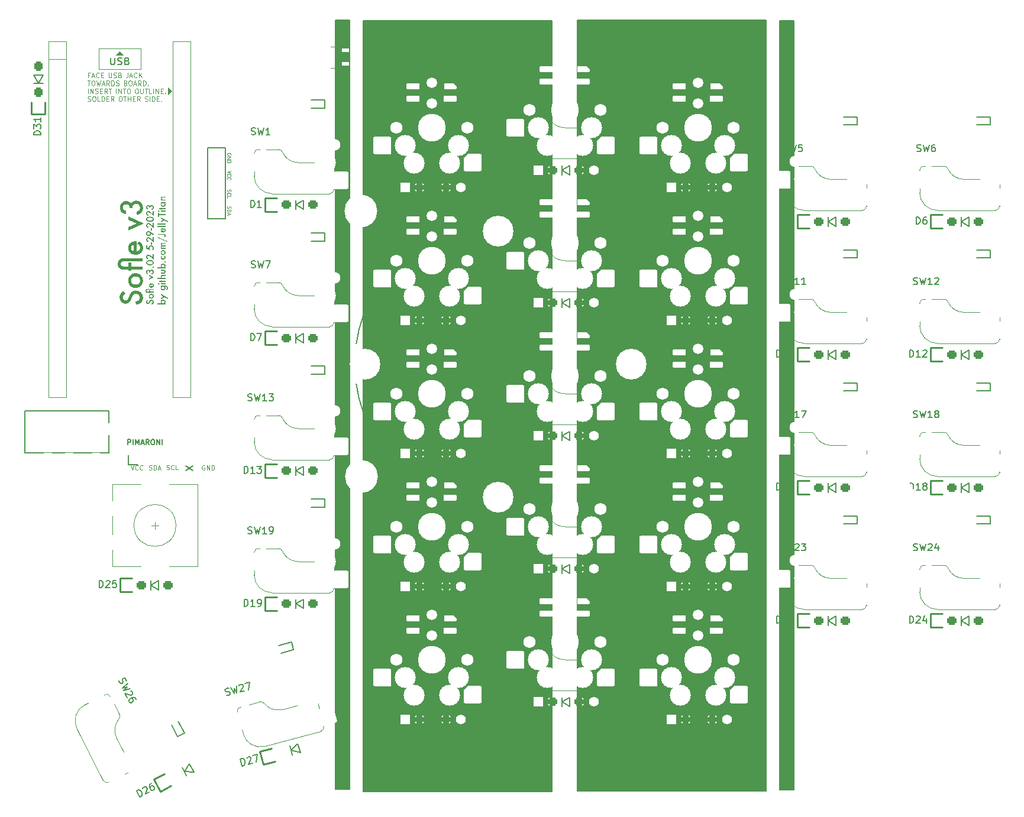
<source format=gto>
G04 #@! TF.GenerationSoftware,KiCad,Pcbnew,(7.0.0-0)*
G04 #@! TF.CreationDate,2023-05-29T15:05:20-07:00*
G04 #@! TF.ProjectId,sofel_v3b,736f6665-6c5f-4763-9362-2e6b69636164,rev?*
G04 #@! TF.SameCoordinates,Original*
G04 #@! TF.FileFunction,Legend,Top*
G04 #@! TF.FilePolarity,Positive*
%FSLAX46Y46*%
G04 Gerber Fmt 4.6, Leading zero omitted, Abs format (unit mm)*
G04 Created by KiCad (PCBNEW (7.0.0-0)) date 2023-05-29 15:05:20*
%MOMM*%
%LPD*%
G01*
G04 APERTURE LIST*
G04 Aperture macros list*
%AMRoundRect*
0 Rectangle with rounded corners*
0 $1 Rounding radius*
0 $2 $3 $4 $5 $6 $7 $8 $9 X,Y pos of 4 corners*
0 Add a 4 corners polygon primitive as box body*
4,1,4,$2,$3,$4,$5,$6,$7,$8,$9,$2,$3,0*
0 Add four circle primitives for the rounded corners*
1,1,$1+$1,$2,$3*
1,1,$1+$1,$4,$5*
1,1,$1+$1,$6,$7*
1,1,$1+$1,$8,$9*
0 Add four rect primitives between the rounded corners*
20,1,$1+$1,$2,$3,$4,$5,0*
20,1,$1+$1,$4,$5,$6,$7,0*
20,1,$1+$1,$6,$7,$8,$9,0*
20,1,$1+$1,$8,$9,$2,$3,0*%
%AMRotRect*
0 Rectangle, with rotation*
0 The origin of the aperture is its center*
0 $1 length*
0 $2 width*
0 $3 Rotation angle, in degrees counterclockwise*
0 Add horizontal line*
21,1,$1,$2,0,0,$3*%
%AMFreePoly0*
4,1,28,-0.850000,0.400000,-0.842219,0.514750,-0.797860,0.693119,-0.716195,0.857783,-0.601041,1.001041,-0.457783,1.116195,-0.293119,1.197860,-0.114750,1.242219,0.000000,1.250000,0.850000,0.400000,0.850000,-0.400000,0.842219,-0.514750,0.797860,-0.693119,0.716195,-0.857783,0.601041,-1.001041,0.457783,-1.116195,0.293119,-1.197860,0.114750,-1.242219,0.000000,-1.250000,-0.114750,-1.242219,
-0.293119,-1.197860,-0.457783,-1.116195,-0.601041,-1.001041,-0.716195,-0.857783,-0.797860,-0.693119,-0.842219,-0.514750,-0.850000,-0.400000,-0.850000,0.400000,-0.850000,0.400000,$1*%
%AMFreePoly1*
4,1,28,-0.850000,0.400000,-0.842219,0.514750,-0.797860,0.693119,-0.716195,0.857783,-0.601041,1.001041,-0.457783,1.116195,-0.293119,1.197860,-0.114750,1.242219,0.000000,1.250000,0.114750,1.242219,0.293119,1.197860,0.457783,1.116195,0.601041,1.001041,0.716195,0.857783,0.797860,0.693119,0.842219,0.514750,0.850000,0.400000,0.850000,-0.400000,0.000000,-1.250000,-0.114750,-1.242219,
-0.293119,-1.197860,-0.457783,-1.116195,-0.601041,-1.001041,-0.716195,-0.857783,-0.797860,-0.693119,-0.842219,-0.514750,-0.850000,-0.400000,-0.850000,0.400000,-0.850000,0.400000,$1*%
%AMFreePoly2*
4,1,18,-0.744993,0.210051,-0.729004,0.290434,-0.683470,0.358580,-0.615324,0.404114,-0.534941,0.420103,0.324890,0.420103,0.744993,0.000000,0.744993,-0.210051,0.729004,-0.290434,0.683470,-0.358580,0.615324,-0.404114,0.534941,-0.420103,-0.534941,-0.420103,-0.615324,-0.404114,-0.683470,-0.358580,-0.729004,-0.290434,-0.744993,-0.210051,-0.744993,0.210051,-0.744993,0.210051,$1*%
%AMFreePoly3*
4,1,13,-0.915000,0.425000,0.702500,0.425000,0.783820,0.408824,0.852760,0.362760,0.898824,0.293820,0.915000,0.212500,0.915000,-0.212500,0.898824,-0.293820,0.852760,-0.362760,0.783820,-0.408824,0.702500,-0.425000,-0.915000,-0.425000,-0.915000,0.425000,-0.915000,0.425000,$1*%
%AMFreePoly4*
4,1,13,-0.909999,0.425000,0.697499,0.425000,0.778819,0.408824,0.847759,0.362760,0.893823,0.293820,0.909999,0.212500,0.909999,-0.212500,0.893823,-0.293820,0.847759,-0.362760,0.778819,-0.408824,0.697499,-0.425000,-0.909999,-0.425000,-0.909999,0.425000,-0.909999,0.425000,$1*%
%AMFreePoly5*
4,1,18,-1.275000,1.008000,-1.255818,1.104436,-1.201191,1.186191,-1.119436,1.240818,-1.023000,1.260000,1.023000,1.260000,1.119436,1.240818,1.201191,1.186191,1.255818,1.104436,1.275000,1.008000,1.275000,-0.630000,0.645000,-1.260000,-1.023000,-1.260000,-1.119436,-1.240818,-1.201191,-1.186191,-1.255818,-1.104436,-1.275000,-1.008000,-1.275000,1.008000,-1.275000,1.008000,$1*%
%AMFreePoly6*
4,1,17,-1.275000,1.260000,1.023000,1.260000,1.119436,1.240818,1.201191,1.186191,1.255818,1.104436,1.275000,1.008000,1.275000,-1.008000,1.255818,-1.104436,1.201191,-1.186191,1.119436,-1.240818,1.023000,-1.260000,-1.023000,-1.260000,-1.119436,-1.240818,-1.201191,-1.186191,-1.255818,-1.104436,-1.275000,-1.008000,-1.275000,1.260000,-1.275000,1.260000,$1*%
%AMFreePoly7*
4,1,21,-1.000000,0.000000,-0.988920,0.140791,-0.940222,0.322531,-0.854804,0.490175,-0.736396,0.636396,-0.590175,0.754804,-0.422531,0.840222,-0.240791,0.888920,-0.100000,0.900000,1.000000,0.900000,1.000000,-0.900000,-0.100000,-0.900000,-0.240791,-0.888920,-0.422531,-0.840222,-0.590175,-0.754804,-0.736396,-0.636396,-0.854804,-0.490175,-0.940222,-0.322531,-0.988920,-0.140791,-1.000000,0.000000,
-1.000000,0.000000,-1.000000,0.000000,$1*%
%AMFreePoly8*
4,1,20,-1.000000,0.900000,0.100000,0.900000,0.240791,0.888920,0.422531,0.840222,0.590175,0.754804,0.736396,0.636396,0.854804,0.490175,0.940222,0.322531,0.988920,0.140791,1.000000,0.000000,0.988920,-0.140791,0.940222,-0.322531,0.854804,-0.490175,0.736396,-0.636396,0.590175,-0.754804,0.422531,-0.840222,0.240791,-0.888920,0.100000,-0.900000,-1.000000,-0.900000,-1.000000,0.900000,
-1.000000,0.900000,$1*%
G04 Aperture macros list end*
%ADD10C,0.100000*%
%ADD11C,0.200000*%
%ADD12C,0.250000*%
%ADD13C,0.400000*%
%ADD14C,0.150000*%
%ADD15C,0.120000*%
%ADD16C,1.200000*%
%ADD17FreePoly0,90.000000*%
%ADD18FreePoly1,90.000000*%
%ADD19O,2.500000X1.700000*%
%ADD20C,1.750000*%
%ADD21C,3.000000*%
%ADD22FreePoly2,0.000000*%
%ADD23FreePoly3,0.000000*%
%ADD24R,1.379987X0.840206*%
%ADD25C,3.987800*%
%ADD26C,1.500000*%
%ADD27FreePoly3,180.000000*%
%ADD28FreePoly4,180.000000*%
%ADD29FreePoly5,180.000000*%
%ADD30FreePoly6,180.000000*%
%ADD31FreePoly2,297.000000*%
%ADD32FreePoly3,297.000000*%
%ADD33RotRect,1.379987X0.840206X297.000000*%
%ADD34FreePoly3,117.000000*%
%ADD35FreePoly4,117.000000*%
%ADD36FreePoly5,117.000000*%
%ADD37FreePoly6,117.000000*%
%ADD38C,1.397000*%
%ADD39C,2.000000*%
%ADD40R,3.200000X2.000000*%
%ADD41FreePoly2,15.000000*%
%ADD42FreePoly3,15.000000*%
%ADD43RotRect,1.379987X0.840206X15.000000*%
%ADD44FreePoly3,195.000000*%
%ADD45FreePoly4,195.000000*%
%ADD46FreePoly5,195.000000*%
%ADD47FreePoly6,195.000000*%
%ADD48C,4.700000*%
%ADD49R,1.700000X1.700000*%
%ADD50O,1.700000X1.700000*%
%ADD51FreePoly7,180.000000*%
%ADD52FreePoly8,180.000000*%
%ADD53C,4.400000*%
%ADD54R,1.100000X0.600000*%
%ADD55R,1.400000X1.400000*%
%ADD56RoundRect,0.300000X-0.400000X-0.300000X0.400000X-0.300000X0.400000X0.300000X-0.400000X0.300000X0*%
%ADD57C,1.400000*%
%ADD58RotRect,1.400000X1.400000X27.000000*%
%ADD59RoundRect,0.300000X-0.220205X-0.448898X0.492600X-0.085706X0.220205X0.448898X-0.492600X0.085706X0*%
%ADD60RotRect,1.400000X1.400000X15.000000*%
%ADD61RoundRect,0.300000X-0.308725X-0.393305X0.464016X-0.186250X0.308725X0.393305X-0.464016X0.186250X0*%
%ADD62RoundRect,0.300000X0.300000X-0.400000X0.300000X0.400000X-0.300000X0.400000X-0.300000X-0.400000X0*%
%ADD63O,12.000000X4.000000*%
%ADD64R,1.500000X1.500000*%
%ADD65R,1.500000X1.700000*%
G04 APERTURE END LIST*
D10*
X90650000Y-39989000D02*
X90416666Y-39989000D01*
X90416666Y-40355666D02*
X90416666Y-39655666D01*
X90416666Y-39655666D02*
X90750000Y-39655666D01*
X90983333Y-40155666D02*
X91316666Y-40155666D01*
X90916666Y-40355666D02*
X91150000Y-39655666D01*
X91150000Y-39655666D02*
X91383333Y-40355666D01*
X92016666Y-40289000D02*
X91983333Y-40322333D01*
X91983333Y-40322333D02*
X91883333Y-40355666D01*
X91883333Y-40355666D02*
X91816666Y-40355666D01*
X91816666Y-40355666D02*
X91716666Y-40322333D01*
X91716666Y-40322333D02*
X91650000Y-40255666D01*
X91650000Y-40255666D02*
X91616666Y-40189000D01*
X91616666Y-40189000D02*
X91583333Y-40055666D01*
X91583333Y-40055666D02*
X91583333Y-39955666D01*
X91583333Y-39955666D02*
X91616666Y-39822333D01*
X91616666Y-39822333D02*
X91650000Y-39755666D01*
X91650000Y-39755666D02*
X91716666Y-39689000D01*
X91716666Y-39689000D02*
X91816666Y-39655666D01*
X91816666Y-39655666D02*
X91883333Y-39655666D01*
X91883333Y-39655666D02*
X91983333Y-39689000D01*
X91983333Y-39689000D02*
X92016666Y-39722333D01*
X92316666Y-39989000D02*
X92550000Y-39989000D01*
X92650000Y-40355666D02*
X92316666Y-40355666D01*
X92316666Y-40355666D02*
X92316666Y-39655666D01*
X92316666Y-39655666D02*
X92650000Y-39655666D01*
X93369999Y-39655666D02*
X93369999Y-40222333D01*
X93369999Y-40222333D02*
X93403333Y-40289000D01*
X93403333Y-40289000D02*
X93436666Y-40322333D01*
X93436666Y-40322333D02*
X93503333Y-40355666D01*
X93503333Y-40355666D02*
X93636666Y-40355666D01*
X93636666Y-40355666D02*
X93703333Y-40322333D01*
X93703333Y-40322333D02*
X93736666Y-40289000D01*
X93736666Y-40289000D02*
X93769999Y-40222333D01*
X93769999Y-40222333D02*
X93769999Y-39655666D01*
X94069999Y-40322333D02*
X94169999Y-40355666D01*
X94169999Y-40355666D02*
X94336666Y-40355666D01*
X94336666Y-40355666D02*
X94403332Y-40322333D01*
X94403332Y-40322333D02*
X94436666Y-40289000D01*
X94436666Y-40289000D02*
X94469999Y-40222333D01*
X94469999Y-40222333D02*
X94469999Y-40155666D01*
X94469999Y-40155666D02*
X94436666Y-40089000D01*
X94436666Y-40089000D02*
X94403332Y-40055666D01*
X94403332Y-40055666D02*
X94336666Y-40022333D01*
X94336666Y-40022333D02*
X94203332Y-39989000D01*
X94203332Y-39989000D02*
X94136666Y-39955666D01*
X94136666Y-39955666D02*
X94103332Y-39922333D01*
X94103332Y-39922333D02*
X94069999Y-39855666D01*
X94069999Y-39855666D02*
X94069999Y-39789000D01*
X94069999Y-39789000D02*
X94103332Y-39722333D01*
X94103332Y-39722333D02*
X94136666Y-39689000D01*
X94136666Y-39689000D02*
X94203332Y-39655666D01*
X94203332Y-39655666D02*
X94369999Y-39655666D01*
X94369999Y-39655666D02*
X94469999Y-39689000D01*
X95003333Y-39989000D02*
X95103333Y-40022333D01*
X95103333Y-40022333D02*
X95136666Y-40055666D01*
X95136666Y-40055666D02*
X95169999Y-40122333D01*
X95169999Y-40122333D02*
X95169999Y-40222333D01*
X95169999Y-40222333D02*
X95136666Y-40289000D01*
X95136666Y-40289000D02*
X95103333Y-40322333D01*
X95103333Y-40322333D02*
X95036666Y-40355666D01*
X95036666Y-40355666D02*
X94769999Y-40355666D01*
X94769999Y-40355666D02*
X94769999Y-39655666D01*
X94769999Y-39655666D02*
X95003333Y-39655666D01*
X95003333Y-39655666D02*
X95069999Y-39689000D01*
X95069999Y-39689000D02*
X95103333Y-39722333D01*
X95103333Y-39722333D02*
X95136666Y-39789000D01*
X95136666Y-39789000D02*
X95136666Y-39855666D01*
X95136666Y-39855666D02*
X95103333Y-39922333D01*
X95103333Y-39922333D02*
X95069999Y-39955666D01*
X95069999Y-39955666D02*
X95003333Y-39989000D01*
X95003333Y-39989000D02*
X94769999Y-39989000D01*
X96089999Y-39655666D02*
X96089999Y-40155666D01*
X96089999Y-40155666D02*
X96056666Y-40255666D01*
X96056666Y-40255666D02*
X95989999Y-40322333D01*
X95989999Y-40322333D02*
X95889999Y-40355666D01*
X95889999Y-40355666D02*
X95823333Y-40355666D01*
X96389999Y-40155666D02*
X96723332Y-40155666D01*
X96323332Y-40355666D02*
X96556666Y-39655666D01*
X96556666Y-39655666D02*
X96789999Y-40355666D01*
X97423332Y-40289000D02*
X97389999Y-40322333D01*
X97389999Y-40322333D02*
X97289999Y-40355666D01*
X97289999Y-40355666D02*
X97223332Y-40355666D01*
X97223332Y-40355666D02*
X97123332Y-40322333D01*
X97123332Y-40322333D02*
X97056666Y-40255666D01*
X97056666Y-40255666D02*
X97023332Y-40189000D01*
X97023332Y-40189000D02*
X96989999Y-40055666D01*
X96989999Y-40055666D02*
X96989999Y-39955666D01*
X96989999Y-39955666D02*
X97023332Y-39822333D01*
X97023332Y-39822333D02*
X97056666Y-39755666D01*
X97056666Y-39755666D02*
X97123332Y-39689000D01*
X97123332Y-39689000D02*
X97223332Y-39655666D01*
X97223332Y-39655666D02*
X97289999Y-39655666D01*
X97289999Y-39655666D02*
X97389999Y-39689000D01*
X97389999Y-39689000D02*
X97423332Y-39722333D01*
X97723332Y-40355666D02*
X97723332Y-39655666D01*
X98123332Y-40355666D02*
X97823332Y-39955666D01*
X98123332Y-39655666D02*
X97723332Y-40055666D01*
X90316666Y-40789666D02*
X90716666Y-40789666D01*
X90516666Y-41489666D02*
X90516666Y-40789666D01*
X91083333Y-40789666D02*
X91216666Y-40789666D01*
X91216666Y-40789666D02*
X91283333Y-40823000D01*
X91283333Y-40823000D02*
X91349999Y-40889666D01*
X91349999Y-40889666D02*
X91383333Y-41023000D01*
X91383333Y-41023000D02*
X91383333Y-41256333D01*
X91383333Y-41256333D02*
X91349999Y-41389666D01*
X91349999Y-41389666D02*
X91283333Y-41456333D01*
X91283333Y-41456333D02*
X91216666Y-41489666D01*
X91216666Y-41489666D02*
X91083333Y-41489666D01*
X91083333Y-41489666D02*
X91016666Y-41456333D01*
X91016666Y-41456333D02*
X90949999Y-41389666D01*
X90949999Y-41389666D02*
X90916666Y-41256333D01*
X90916666Y-41256333D02*
X90916666Y-41023000D01*
X90916666Y-41023000D02*
X90949999Y-40889666D01*
X90949999Y-40889666D02*
X91016666Y-40823000D01*
X91016666Y-40823000D02*
X91083333Y-40789666D01*
X91616666Y-40789666D02*
X91783332Y-41489666D01*
X91783332Y-41489666D02*
X91916666Y-40989666D01*
X91916666Y-40989666D02*
X92049999Y-41489666D01*
X92049999Y-41489666D02*
X92216666Y-40789666D01*
X92449999Y-41289666D02*
X92783332Y-41289666D01*
X92383332Y-41489666D02*
X92616666Y-40789666D01*
X92616666Y-40789666D02*
X92849999Y-41489666D01*
X93483332Y-41489666D02*
X93249999Y-41156333D01*
X93083332Y-41489666D02*
X93083332Y-40789666D01*
X93083332Y-40789666D02*
X93349999Y-40789666D01*
X93349999Y-40789666D02*
X93416666Y-40823000D01*
X93416666Y-40823000D02*
X93449999Y-40856333D01*
X93449999Y-40856333D02*
X93483332Y-40923000D01*
X93483332Y-40923000D02*
X93483332Y-41023000D01*
X93483332Y-41023000D02*
X93449999Y-41089666D01*
X93449999Y-41089666D02*
X93416666Y-41123000D01*
X93416666Y-41123000D02*
X93349999Y-41156333D01*
X93349999Y-41156333D02*
X93083332Y-41156333D01*
X93783332Y-41489666D02*
X93783332Y-40789666D01*
X93783332Y-40789666D02*
X93949999Y-40789666D01*
X93949999Y-40789666D02*
X94049999Y-40823000D01*
X94049999Y-40823000D02*
X94116666Y-40889666D01*
X94116666Y-40889666D02*
X94149999Y-40956333D01*
X94149999Y-40956333D02*
X94183332Y-41089666D01*
X94183332Y-41089666D02*
X94183332Y-41189666D01*
X94183332Y-41189666D02*
X94149999Y-41323000D01*
X94149999Y-41323000D02*
X94116666Y-41389666D01*
X94116666Y-41389666D02*
X94049999Y-41456333D01*
X94049999Y-41456333D02*
X93949999Y-41489666D01*
X93949999Y-41489666D02*
X93783332Y-41489666D01*
X94449999Y-41456333D02*
X94549999Y-41489666D01*
X94549999Y-41489666D02*
X94716666Y-41489666D01*
X94716666Y-41489666D02*
X94783332Y-41456333D01*
X94783332Y-41456333D02*
X94816666Y-41423000D01*
X94816666Y-41423000D02*
X94849999Y-41356333D01*
X94849999Y-41356333D02*
X94849999Y-41289666D01*
X94849999Y-41289666D02*
X94816666Y-41223000D01*
X94816666Y-41223000D02*
X94783332Y-41189666D01*
X94783332Y-41189666D02*
X94716666Y-41156333D01*
X94716666Y-41156333D02*
X94583332Y-41123000D01*
X94583332Y-41123000D02*
X94516666Y-41089666D01*
X94516666Y-41089666D02*
X94483332Y-41056333D01*
X94483332Y-41056333D02*
X94449999Y-40989666D01*
X94449999Y-40989666D02*
X94449999Y-40923000D01*
X94449999Y-40923000D02*
X94483332Y-40856333D01*
X94483332Y-40856333D02*
X94516666Y-40823000D01*
X94516666Y-40823000D02*
X94583332Y-40789666D01*
X94583332Y-40789666D02*
X94749999Y-40789666D01*
X94749999Y-40789666D02*
X94849999Y-40823000D01*
X95803333Y-41123000D02*
X95903333Y-41156333D01*
X95903333Y-41156333D02*
X95936666Y-41189666D01*
X95936666Y-41189666D02*
X95969999Y-41256333D01*
X95969999Y-41256333D02*
X95969999Y-41356333D01*
X95969999Y-41356333D02*
X95936666Y-41423000D01*
X95936666Y-41423000D02*
X95903333Y-41456333D01*
X95903333Y-41456333D02*
X95836666Y-41489666D01*
X95836666Y-41489666D02*
X95569999Y-41489666D01*
X95569999Y-41489666D02*
X95569999Y-40789666D01*
X95569999Y-40789666D02*
X95803333Y-40789666D01*
X95803333Y-40789666D02*
X95869999Y-40823000D01*
X95869999Y-40823000D02*
X95903333Y-40856333D01*
X95903333Y-40856333D02*
X95936666Y-40923000D01*
X95936666Y-40923000D02*
X95936666Y-40989666D01*
X95936666Y-40989666D02*
X95903333Y-41056333D01*
X95903333Y-41056333D02*
X95869999Y-41089666D01*
X95869999Y-41089666D02*
X95803333Y-41123000D01*
X95803333Y-41123000D02*
X95569999Y-41123000D01*
X96403333Y-40789666D02*
X96536666Y-40789666D01*
X96536666Y-40789666D02*
X96603333Y-40823000D01*
X96603333Y-40823000D02*
X96669999Y-40889666D01*
X96669999Y-40889666D02*
X96703333Y-41023000D01*
X96703333Y-41023000D02*
X96703333Y-41256333D01*
X96703333Y-41256333D02*
X96669999Y-41389666D01*
X96669999Y-41389666D02*
X96603333Y-41456333D01*
X96603333Y-41456333D02*
X96536666Y-41489666D01*
X96536666Y-41489666D02*
X96403333Y-41489666D01*
X96403333Y-41489666D02*
X96336666Y-41456333D01*
X96336666Y-41456333D02*
X96269999Y-41389666D01*
X96269999Y-41389666D02*
X96236666Y-41256333D01*
X96236666Y-41256333D02*
X96236666Y-41023000D01*
X96236666Y-41023000D02*
X96269999Y-40889666D01*
X96269999Y-40889666D02*
X96336666Y-40823000D01*
X96336666Y-40823000D02*
X96403333Y-40789666D01*
X96969999Y-41289666D02*
X97303332Y-41289666D01*
X96903332Y-41489666D02*
X97136666Y-40789666D01*
X97136666Y-40789666D02*
X97369999Y-41489666D01*
X98003332Y-41489666D02*
X97769999Y-41156333D01*
X97603332Y-41489666D02*
X97603332Y-40789666D01*
X97603332Y-40789666D02*
X97869999Y-40789666D01*
X97869999Y-40789666D02*
X97936666Y-40823000D01*
X97936666Y-40823000D02*
X97969999Y-40856333D01*
X97969999Y-40856333D02*
X98003332Y-40923000D01*
X98003332Y-40923000D02*
X98003332Y-41023000D01*
X98003332Y-41023000D02*
X97969999Y-41089666D01*
X97969999Y-41089666D02*
X97936666Y-41123000D01*
X97936666Y-41123000D02*
X97869999Y-41156333D01*
X97869999Y-41156333D02*
X97603332Y-41156333D01*
X98303332Y-41489666D02*
X98303332Y-40789666D01*
X98303332Y-40789666D02*
X98469999Y-40789666D01*
X98469999Y-40789666D02*
X98569999Y-40823000D01*
X98569999Y-40823000D02*
X98636666Y-40889666D01*
X98636666Y-40889666D02*
X98669999Y-40956333D01*
X98669999Y-40956333D02*
X98703332Y-41089666D01*
X98703332Y-41089666D02*
X98703332Y-41189666D01*
X98703332Y-41189666D02*
X98669999Y-41323000D01*
X98669999Y-41323000D02*
X98636666Y-41389666D01*
X98636666Y-41389666D02*
X98569999Y-41456333D01*
X98569999Y-41456333D02*
X98469999Y-41489666D01*
X98469999Y-41489666D02*
X98303332Y-41489666D01*
X99003332Y-41423000D02*
X99036666Y-41456333D01*
X99036666Y-41456333D02*
X99003332Y-41489666D01*
X99003332Y-41489666D02*
X98969999Y-41456333D01*
X98969999Y-41456333D02*
X99003332Y-41423000D01*
X99003332Y-41423000D02*
X99003332Y-41489666D01*
X90416666Y-42623666D02*
X90416666Y-41923666D01*
X90749999Y-42623666D02*
X90749999Y-41923666D01*
X90749999Y-41923666D02*
X91149999Y-42623666D01*
X91149999Y-42623666D02*
X91149999Y-41923666D01*
X91449999Y-42590333D02*
X91549999Y-42623666D01*
X91549999Y-42623666D02*
X91716666Y-42623666D01*
X91716666Y-42623666D02*
X91783332Y-42590333D01*
X91783332Y-42590333D02*
X91816666Y-42557000D01*
X91816666Y-42557000D02*
X91849999Y-42490333D01*
X91849999Y-42490333D02*
X91849999Y-42423666D01*
X91849999Y-42423666D02*
X91816666Y-42357000D01*
X91816666Y-42357000D02*
X91783332Y-42323666D01*
X91783332Y-42323666D02*
X91716666Y-42290333D01*
X91716666Y-42290333D02*
X91583332Y-42257000D01*
X91583332Y-42257000D02*
X91516666Y-42223666D01*
X91516666Y-42223666D02*
X91483332Y-42190333D01*
X91483332Y-42190333D02*
X91449999Y-42123666D01*
X91449999Y-42123666D02*
X91449999Y-42057000D01*
X91449999Y-42057000D02*
X91483332Y-41990333D01*
X91483332Y-41990333D02*
X91516666Y-41957000D01*
X91516666Y-41957000D02*
X91583332Y-41923666D01*
X91583332Y-41923666D02*
X91749999Y-41923666D01*
X91749999Y-41923666D02*
X91849999Y-41957000D01*
X92149999Y-42257000D02*
X92383333Y-42257000D01*
X92483333Y-42623666D02*
X92149999Y-42623666D01*
X92149999Y-42623666D02*
X92149999Y-41923666D01*
X92149999Y-41923666D02*
X92483333Y-41923666D01*
X93183332Y-42623666D02*
X92949999Y-42290333D01*
X92783332Y-42623666D02*
X92783332Y-41923666D01*
X92783332Y-41923666D02*
X93049999Y-41923666D01*
X93049999Y-41923666D02*
X93116666Y-41957000D01*
X93116666Y-41957000D02*
X93149999Y-41990333D01*
X93149999Y-41990333D02*
X93183332Y-42057000D01*
X93183332Y-42057000D02*
X93183332Y-42157000D01*
X93183332Y-42157000D02*
X93149999Y-42223666D01*
X93149999Y-42223666D02*
X93116666Y-42257000D01*
X93116666Y-42257000D02*
X93049999Y-42290333D01*
X93049999Y-42290333D02*
X92783332Y-42290333D01*
X93383332Y-41923666D02*
X93783332Y-41923666D01*
X93583332Y-42623666D02*
X93583332Y-41923666D01*
X94436665Y-42623666D02*
X94436665Y-41923666D01*
X94769998Y-42623666D02*
X94769998Y-41923666D01*
X94769998Y-41923666D02*
X95169998Y-42623666D01*
X95169998Y-42623666D02*
X95169998Y-41923666D01*
X95403331Y-41923666D02*
X95803331Y-41923666D01*
X95603331Y-42623666D02*
X95603331Y-41923666D01*
X96169998Y-41923666D02*
X96303331Y-41923666D01*
X96303331Y-41923666D02*
X96369998Y-41957000D01*
X96369998Y-41957000D02*
X96436664Y-42023666D01*
X96436664Y-42023666D02*
X96469998Y-42157000D01*
X96469998Y-42157000D02*
X96469998Y-42390333D01*
X96469998Y-42390333D02*
X96436664Y-42523666D01*
X96436664Y-42523666D02*
X96369998Y-42590333D01*
X96369998Y-42590333D02*
X96303331Y-42623666D01*
X96303331Y-42623666D02*
X96169998Y-42623666D01*
X96169998Y-42623666D02*
X96103331Y-42590333D01*
X96103331Y-42590333D02*
X96036664Y-42523666D01*
X96036664Y-42523666D02*
X96003331Y-42390333D01*
X96003331Y-42390333D02*
X96003331Y-42157000D01*
X96003331Y-42157000D02*
X96036664Y-42023666D01*
X96036664Y-42023666D02*
X96103331Y-41957000D01*
X96103331Y-41957000D02*
X96169998Y-41923666D01*
X97323331Y-41923666D02*
X97456664Y-41923666D01*
X97456664Y-41923666D02*
X97523331Y-41957000D01*
X97523331Y-41957000D02*
X97589997Y-42023666D01*
X97589997Y-42023666D02*
X97623331Y-42157000D01*
X97623331Y-42157000D02*
X97623331Y-42390333D01*
X97623331Y-42390333D02*
X97589997Y-42523666D01*
X97589997Y-42523666D02*
X97523331Y-42590333D01*
X97523331Y-42590333D02*
X97456664Y-42623666D01*
X97456664Y-42623666D02*
X97323331Y-42623666D01*
X97323331Y-42623666D02*
X97256664Y-42590333D01*
X97256664Y-42590333D02*
X97189997Y-42523666D01*
X97189997Y-42523666D02*
X97156664Y-42390333D01*
X97156664Y-42390333D02*
X97156664Y-42157000D01*
X97156664Y-42157000D02*
X97189997Y-42023666D01*
X97189997Y-42023666D02*
X97256664Y-41957000D01*
X97256664Y-41957000D02*
X97323331Y-41923666D01*
X97923330Y-41923666D02*
X97923330Y-42490333D01*
X97923330Y-42490333D02*
X97956664Y-42557000D01*
X97956664Y-42557000D02*
X97989997Y-42590333D01*
X97989997Y-42590333D02*
X98056664Y-42623666D01*
X98056664Y-42623666D02*
X98189997Y-42623666D01*
X98189997Y-42623666D02*
X98256664Y-42590333D01*
X98256664Y-42590333D02*
X98289997Y-42557000D01*
X98289997Y-42557000D02*
X98323330Y-42490333D01*
X98323330Y-42490333D02*
X98323330Y-41923666D01*
X98556663Y-41923666D02*
X98956663Y-41923666D01*
X98756663Y-42623666D02*
X98756663Y-41923666D01*
X99523330Y-42623666D02*
X99189996Y-42623666D01*
X99189996Y-42623666D02*
X99189996Y-41923666D01*
X99756663Y-42623666D02*
X99756663Y-41923666D01*
X100089996Y-42623666D02*
X100089996Y-41923666D01*
X100089996Y-41923666D02*
X100489996Y-42623666D01*
X100489996Y-42623666D02*
X100489996Y-41923666D01*
X100823329Y-42257000D02*
X101056663Y-42257000D01*
X101156663Y-42623666D02*
X100823329Y-42623666D01*
X100823329Y-42623666D02*
X100823329Y-41923666D01*
X100823329Y-41923666D02*
X101156663Y-41923666D01*
X101456662Y-42557000D02*
X101489996Y-42590333D01*
X101489996Y-42590333D02*
X101456662Y-42623666D01*
X101456662Y-42623666D02*
X101423329Y-42590333D01*
X101423329Y-42590333D02*
X101456662Y-42557000D01*
X101456662Y-42557000D02*
X101456662Y-42623666D01*
X90383333Y-43724333D02*
X90483333Y-43757666D01*
X90483333Y-43757666D02*
X90650000Y-43757666D01*
X90650000Y-43757666D02*
X90716666Y-43724333D01*
X90716666Y-43724333D02*
X90750000Y-43691000D01*
X90750000Y-43691000D02*
X90783333Y-43624333D01*
X90783333Y-43624333D02*
X90783333Y-43557666D01*
X90783333Y-43557666D02*
X90750000Y-43491000D01*
X90750000Y-43491000D02*
X90716666Y-43457666D01*
X90716666Y-43457666D02*
X90650000Y-43424333D01*
X90650000Y-43424333D02*
X90516666Y-43391000D01*
X90516666Y-43391000D02*
X90450000Y-43357666D01*
X90450000Y-43357666D02*
X90416666Y-43324333D01*
X90416666Y-43324333D02*
X90383333Y-43257666D01*
X90383333Y-43257666D02*
X90383333Y-43191000D01*
X90383333Y-43191000D02*
X90416666Y-43124333D01*
X90416666Y-43124333D02*
X90450000Y-43091000D01*
X90450000Y-43091000D02*
X90516666Y-43057666D01*
X90516666Y-43057666D02*
X90683333Y-43057666D01*
X90683333Y-43057666D02*
X90783333Y-43091000D01*
X91216667Y-43057666D02*
X91350000Y-43057666D01*
X91350000Y-43057666D02*
X91416667Y-43091000D01*
X91416667Y-43091000D02*
X91483333Y-43157666D01*
X91483333Y-43157666D02*
X91516667Y-43291000D01*
X91516667Y-43291000D02*
X91516667Y-43524333D01*
X91516667Y-43524333D02*
X91483333Y-43657666D01*
X91483333Y-43657666D02*
X91416667Y-43724333D01*
X91416667Y-43724333D02*
X91350000Y-43757666D01*
X91350000Y-43757666D02*
X91216667Y-43757666D01*
X91216667Y-43757666D02*
X91150000Y-43724333D01*
X91150000Y-43724333D02*
X91083333Y-43657666D01*
X91083333Y-43657666D02*
X91050000Y-43524333D01*
X91050000Y-43524333D02*
X91050000Y-43291000D01*
X91050000Y-43291000D02*
X91083333Y-43157666D01*
X91083333Y-43157666D02*
X91150000Y-43091000D01*
X91150000Y-43091000D02*
X91216667Y-43057666D01*
X92150000Y-43757666D02*
X91816666Y-43757666D01*
X91816666Y-43757666D02*
X91816666Y-43057666D01*
X92383333Y-43757666D02*
X92383333Y-43057666D01*
X92383333Y-43057666D02*
X92550000Y-43057666D01*
X92550000Y-43057666D02*
X92650000Y-43091000D01*
X92650000Y-43091000D02*
X92716667Y-43157666D01*
X92716667Y-43157666D02*
X92750000Y-43224333D01*
X92750000Y-43224333D02*
X92783333Y-43357666D01*
X92783333Y-43357666D02*
X92783333Y-43457666D01*
X92783333Y-43457666D02*
X92750000Y-43591000D01*
X92750000Y-43591000D02*
X92716667Y-43657666D01*
X92716667Y-43657666D02*
X92650000Y-43724333D01*
X92650000Y-43724333D02*
X92550000Y-43757666D01*
X92550000Y-43757666D02*
X92383333Y-43757666D01*
X93083333Y-43391000D02*
X93316667Y-43391000D01*
X93416667Y-43757666D02*
X93083333Y-43757666D01*
X93083333Y-43757666D02*
X93083333Y-43057666D01*
X93083333Y-43057666D02*
X93416667Y-43057666D01*
X94116666Y-43757666D02*
X93883333Y-43424333D01*
X93716666Y-43757666D02*
X93716666Y-43057666D01*
X93716666Y-43057666D02*
X93983333Y-43057666D01*
X93983333Y-43057666D02*
X94050000Y-43091000D01*
X94050000Y-43091000D02*
X94083333Y-43124333D01*
X94083333Y-43124333D02*
X94116666Y-43191000D01*
X94116666Y-43191000D02*
X94116666Y-43291000D01*
X94116666Y-43291000D02*
X94083333Y-43357666D01*
X94083333Y-43357666D02*
X94050000Y-43391000D01*
X94050000Y-43391000D02*
X93983333Y-43424333D01*
X93983333Y-43424333D02*
X93716666Y-43424333D01*
X94970000Y-43057666D02*
X95103333Y-43057666D01*
X95103333Y-43057666D02*
X95170000Y-43091000D01*
X95170000Y-43091000D02*
X95236666Y-43157666D01*
X95236666Y-43157666D02*
X95270000Y-43291000D01*
X95270000Y-43291000D02*
X95270000Y-43524333D01*
X95270000Y-43524333D02*
X95236666Y-43657666D01*
X95236666Y-43657666D02*
X95170000Y-43724333D01*
X95170000Y-43724333D02*
X95103333Y-43757666D01*
X95103333Y-43757666D02*
X94970000Y-43757666D01*
X94970000Y-43757666D02*
X94903333Y-43724333D01*
X94903333Y-43724333D02*
X94836666Y-43657666D01*
X94836666Y-43657666D02*
X94803333Y-43524333D01*
X94803333Y-43524333D02*
X94803333Y-43291000D01*
X94803333Y-43291000D02*
X94836666Y-43157666D01*
X94836666Y-43157666D02*
X94903333Y-43091000D01*
X94903333Y-43091000D02*
X94970000Y-43057666D01*
X95469999Y-43057666D02*
X95869999Y-43057666D01*
X95669999Y-43757666D02*
X95669999Y-43057666D01*
X96103332Y-43757666D02*
X96103332Y-43057666D01*
X96103332Y-43391000D02*
X96503332Y-43391000D01*
X96503332Y-43757666D02*
X96503332Y-43057666D01*
X96836665Y-43391000D02*
X97069999Y-43391000D01*
X97169999Y-43757666D02*
X96836665Y-43757666D01*
X96836665Y-43757666D02*
X96836665Y-43057666D01*
X96836665Y-43057666D02*
X97169999Y-43057666D01*
X97869998Y-43757666D02*
X97636665Y-43424333D01*
X97469998Y-43757666D02*
X97469998Y-43057666D01*
X97469998Y-43057666D02*
X97736665Y-43057666D01*
X97736665Y-43057666D02*
X97803332Y-43091000D01*
X97803332Y-43091000D02*
X97836665Y-43124333D01*
X97836665Y-43124333D02*
X97869998Y-43191000D01*
X97869998Y-43191000D02*
X97869998Y-43291000D01*
X97869998Y-43291000D02*
X97836665Y-43357666D01*
X97836665Y-43357666D02*
X97803332Y-43391000D01*
X97803332Y-43391000D02*
X97736665Y-43424333D01*
X97736665Y-43424333D02*
X97469998Y-43424333D01*
X98556665Y-43724333D02*
X98656665Y-43757666D01*
X98656665Y-43757666D02*
X98823332Y-43757666D01*
X98823332Y-43757666D02*
X98889998Y-43724333D01*
X98889998Y-43724333D02*
X98923332Y-43691000D01*
X98923332Y-43691000D02*
X98956665Y-43624333D01*
X98956665Y-43624333D02*
X98956665Y-43557666D01*
X98956665Y-43557666D02*
X98923332Y-43491000D01*
X98923332Y-43491000D02*
X98889998Y-43457666D01*
X98889998Y-43457666D02*
X98823332Y-43424333D01*
X98823332Y-43424333D02*
X98689998Y-43391000D01*
X98689998Y-43391000D02*
X98623332Y-43357666D01*
X98623332Y-43357666D02*
X98589998Y-43324333D01*
X98589998Y-43324333D02*
X98556665Y-43257666D01*
X98556665Y-43257666D02*
X98556665Y-43191000D01*
X98556665Y-43191000D02*
X98589998Y-43124333D01*
X98589998Y-43124333D02*
X98623332Y-43091000D01*
X98623332Y-43091000D02*
X98689998Y-43057666D01*
X98689998Y-43057666D02*
X98856665Y-43057666D01*
X98856665Y-43057666D02*
X98956665Y-43091000D01*
X99256665Y-43757666D02*
X99256665Y-43057666D01*
X99589998Y-43757666D02*
X99589998Y-43057666D01*
X99589998Y-43057666D02*
X99756665Y-43057666D01*
X99756665Y-43057666D02*
X99856665Y-43091000D01*
X99856665Y-43091000D02*
X99923332Y-43157666D01*
X99923332Y-43157666D02*
X99956665Y-43224333D01*
X99956665Y-43224333D02*
X99989998Y-43357666D01*
X99989998Y-43357666D02*
X99989998Y-43457666D01*
X99989998Y-43457666D02*
X99956665Y-43591000D01*
X99956665Y-43591000D02*
X99923332Y-43657666D01*
X99923332Y-43657666D02*
X99856665Y-43724333D01*
X99856665Y-43724333D02*
X99756665Y-43757666D01*
X99756665Y-43757666D02*
X99589998Y-43757666D01*
X100289998Y-43391000D02*
X100523332Y-43391000D01*
X100623332Y-43757666D02*
X100289998Y-43757666D01*
X100289998Y-43757666D02*
X100289998Y-43057666D01*
X100289998Y-43057666D02*
X100623332Y-43057666D01*
X100923331Y-43691000D02*
X100956665Y-43724333D01*
X100956665Y-43724333D02*
X100923331Y-43757666D01*
X100923331Y-43757666D02*
X100889998Y-43724333D01*
X100889998Y-43724333D02*
X100923331Y-43691000D01*
X100923331Y-43691000D02*
X100923331Y-43757666D01*
D11*
X129800000Y-32240000D02*
X156840000Y-32240000D01*
X156840000Y-32240000D02*
X156840000Y-142600000D01*
X156840000Y-142600000D02*
X129800000Y-142600000D01*
X129800000Y-142600000D02*
X129800000Y-32240000D01*
G36*
X129800000Y-32240000D02*
G01*
X156840000Y-32240000D01*
X156840000Y-142600000D01*
X129800000Y-142600000D01*
X129800000Y-32240000D01*
G37*
X189440000Y-32180000D02*
X191480000Y-32180000D01*
X191480000Y-32180000D02*
X191480000Y-142330000D01*
X191480000Y-142330000D02*
X189440000Y-142330000D01*
X189440000Y-142330000D02*
X189440000Y-32180000D01*
G36*
X189440000Y-32180000D02*
G01*
X191480000Y-32180000D01*
X191480000Y-142330000D01*
X189440000Y-142330000D01*
X189440000Y-32180000D01*
G37*
X125800000Y-32140000D02*
X127840000Y-32140000D01*
X127840000Y-32140000D02*
X127840000Y-142290000D01*
X127840000Y-142290000D02*
X125800000Y-142290000D01*
X125800000Y-142290000D02*
X125800000Y-32140000D01*
G36*
X125800000Y-32140000D02*
G01*
X127840000Y-32140000D01*
X127840000Y-142290000D01*
X125800000Y-142290000D01*
X125800000Y-32140000D01*
G37*
X160440000Y-32170000D02*
X187480000Y-32170000D01*
X187480000Y-32170000D02*
X187480000Y-142530000D01*
X187480000Y-142530000D02*
X160440000Y-142530000D01*
X160440000Y-142530000D02*
X160440000Y-32170000D01*
G36*
X160440000Y-32170000D02*
G01*
X187480000Y-32170000D01*
X187480000Y-142530000D01*
X160440000Y-142530000D01*
X160440000Y-32170000D01*
G37*
D12*
G36*
X98907752Y-72192889D02*
G01*
X98986154Y-72322093D01*
X98974726Y-72328932D01*
X98964070Y-72335711D01*
X98954186Y-72342431D01*
X98945076Y-72349089D01*
X98936738Y-72355688D01*
X98929173Y-72362227D01*
X98920289Y-72370852D01*
X98912779Y-72379370D01*
X98906642Y-72387781D01*
X98904089Y-72391946D01*
X98898937Y-72400938D01*
X98894472Y-72410570D01*
X98890694Y-72420843D01*
X98887602Y-72431758D01*
X98885198Y-72443314D01*
X98883481Y-72455511D01*
X98882450Y-72468349D01*
X98882128Y-72478398D01*
X98882107Y-72481828D01*
X98882442Y-72494220D01*
X98883446Y-72506208D01*
X98885121Y-72517793D01*
X98887465Y-72528974D01*
X98890479Y-72539752D01*
X98894163Y-72550126D01*
X98898516Y-72560097D01*
X98903539Y-72569664D01*
X98909232Y-72578827D01*
X98915595Y-72587587D01*
X98920209Y-72593203D01*
X98927342Y-72601147D01*
X98934818Y-72608309D01*
X98942637Y-72614691D01*
X98950800Y-72620291D01*
X98959307Y-72625109D01*
X98971183Y-72630318D01*
X98980491Y-72633314D01*
X98990142Y-72635528D01*
X99000137Y-72636960D01*
X99010476Y-72637611D01*
X99013998Y-72637655D01*
X99028382Y-72636644D01*
X99042225Y-72633610D01*
X99055527Y-72628555D01*
X99068289Y-72621477D01*
X99076496Y-72615636D01*
X99084462Y-72608895D01*
X99092188Y-72601256D01*
X99099674Y-72592718D01*
X99106919Y-72583281D01*
X99113924Y-72572946D01*
X99120688Y-72561711D01*
X99127212Y-72549579D01*
X99133496Y-72536547D01*
X99139539Y-72522616D01*
X99183014Y-72416859D01*
X99189668Y-72401040D01*
X99196501Y-72385760D01*
X99203513Y-72371021D01*
X99210705Y-72356821D01*
X99218076Y-72343162D01*
X99225627Y-72330042D01*
X99233357Y-72317463D01*
X99241266Y-72305423D01*
X99249355Y-72293924D01*
X99257623Y-72282965D01*
X99266070Y-72272545D01*
X99274697Y-72262666D01*
X99283503Y-72253326D01*
X99292488Y-72244527D01*
X99301653Y-72236267D01*
X99310997Y-72228548D01*
X99320565Y-72221302D01*
X99330399Y-72214523D01*
X99340501Y-72208212D01*
X99350870Y-72202368D01*
X99361506Y-72196992D01*
X99372409Y-72192083D01*
X99383580Y-72187642D01*
X99395017Y-72183668D01*
X99406722Y-72180162D01*
X99418693Y-72177123D01*
X99430932Y-72174552D01*
X99443438Y-72172448D01*
X99456211Y-72170812D01*
X99469252Y-72169643D01*
X99482559Y-72168942D01*
X99496133Y-72168709D01*
X99514312Y-72169085D01*
X99532091Y-72170216D01*
X99549468Y-72172100D01*
X99566445Y-72174738D01*
X99583021Y-72178130D01*
X99599196Y-72182275D01*
X99614971Y-72187175D01*
X99630345Y-72192827D01*
X99645318Y-72199234D01*
X99659891Y-72206394D01*
X99674062Y-72214308D01*
X99687834Y-72222976D01*
X99701204Y-72232398D01*
X99714174Y-72242573D01*
X99726743Y-72253502D01*
X99738911Y-72265184D01*
X99750623Y-72277548D01*
X99761580Y-72290277D01*
X99771781Y-72303369D01*
X99781226Y-72316827D01*
X99789916Y-72330648D01*
X99797850Y-72344834D01*
X99805028Y-72359385D01*
X99811451Y-72374300D01*
X99817118Y-72389579D01*
X99822030Y-72405223D01*
X99826186Y-72421232D01*
X99829586Y-72437605D01*
X99832231Y-72454342D01*
X99834120Y-72471444D01*
X99835253Y-72488910D01*
X99835631Y-72506741D01*
X99835305Y-72523622D01*
X99834326Y-72540133D01*
X99832694Y-72556274D01*
X99830410Y-72572045D01*
X99827474Y-72587446D01*
X99823884Y-72602476D01*
X99819643Y-72617136D01*
X99814748Y-72631427D01*
X99809201Y-72645347D01*
X99803002Y-72658896D01*
X99796150Y-72672076D01*
X99788645Y-72684885D01*
X99780487Y-72697324D01*
X99771678Y-72709393D01*
X99762215Y-72721092D01*
X99752100Y-72732421D01*
X99741424Y-72743125D01*
X99730217Y-72753315D01*
X99718480Y-72762992D01*
X99706213Y-72772156D01*
X99693415Y-72780807D01*
X99680087Y-72788944D01*
X99666228Y-72796568D01*
X99651838Y-72803679D01*
X99636918Y-72810276D01*
X99621468Y-72816360D01*
X99605487Y-72821931D01*
X99588976Y-72826989D01*
X99571935Y-72831533D01*
X99554363Y-72835564D01*
X99536260Y-72839082D01*
X99517627Y-72842086D01*
X99481967Y-72684061D01*
X99493404Y-72682621D01*
X99504388Y-72681050D01*
X99514920Y-72679347D01*
X99525000Y-72677512D01*
X99534627Y-72675546D01*
X99548221Y-72672349D01*
X99560797Y-72668857D01*
X99572355Y-72665068D01*
X99582896Y-72660983D01*
X99592419Y-72656601D01*
X99603534Y-72650299D01*
X99610683Y-72645226D01*
X99618994Y-72638880D01*
X99626769Y-72632175D01*
X99634008Y-72625111D01*
X99640710Y-72617688D01*
X99646876Y-72609906D01*
X99652506Y-72601766D01*
X99657600Y-72593267D01*
X99662158Y-72584410D01*
X99666179Y-72575193D01*
X99669664Y-72565618D01*
X99672613Y-72555685D01*
X99675026Y-72545392D01*
X99676903Y-72534741D01*
X99678243Y-72523731D01*
X99679048Y-72512362D01*
X99679316Y-72500635D01*
X99678873Y-72486755D01*
X99677547Y-72473326D01*
X99675336Y-72460348D01*
X99672240Y-72447821D01*
X99668260Y-72435744D01*
X99663396Y-72424119D01*
X99657647Y-72412944D01*
X99651014Y-72402220D01*
X99643496Y-72391947D01*
X99635094Y-72382124D01*
X99629002Y-72375826D01*
X99619332Y-72366922D01*
X99609189Y-72358894D01*
X99598575Y-72351741D01*
X99587488Y-72345464D01*
X99575929Y-72340063D01*
X99563898Y-72335538D01*
X99551394Y-72331888D01*
X99538418Y-72329115D01*
X99524970Y-72327217D01*
X99511049Y-72326196D01*
X99501507Y-72326001D01*
X99490055Y-72326301D01*
X99478964Y-72327203D01*
X99468234Y-72328706D01*
X99457864Y-72330809D01*
X99447854Y-72333514D01*
X99444598Y-72334549D01*
X99435036Y-72338090D01*
X99425765Y-72342300D01*
X99416786Y-72347180D01*
X99408099Y-72352730D01*
X99399704Y-72358950D01*
X99396971Y-72361172D01*
X99388922Y-72368327D01*
X99381080Y-72376239D01*
X99373443Y-72384905D01*
X99367237Y-72392705D01*
X99361174Y-72401029D01*
X99356427Y-72408066D01*
X99350521Y-72417265D01*
X99344711Y-72427000D01*
X99338996Y-72437272D01*
X99333376Y-72448080D01*
X99328949Y-72457114D01*
X99324583Y-72466490D01*
X99320279Y-72476210D01*
X99277536Y-72578060D01*
X99271682Y-72591403D01*
X99265662Y-72604323D01*
X99259474Y-72616820D01*
X99253119Y-72628893D01*
X99246598Y-72640542D01*
X99239909Y-72651767D01*
X99233054Y-72662569D01*
X99226031Y-72672948D01*
X99218842Y-72682903D01*
X99211486Y-72692434D01*
X99203962Y-72701541D01*
X99196272Y-72710225D01*
X99188415Y-72718486D01*
X99180390Y-72726323D01*
X99172199Y-72733736D01*
X99163841Y-72740725D01*
X99155316Y-72747291D01*
X99146624Y-72753434D01*
X99137765Y-72759152D01*
X99128739Y-72764447D01*
X99119546Y-72769319D01*
X99110186Y-72773767D01*
X99100659Y-72777791D01*
X99090965Y-72781392D01*
X99081104Y-72784569D01*
X99071077Y-72787322D01*
X99060882Y-72789652D01*
X99050520Y-72791558D01*
X99039991Y-72793041D01*
X99029296Y-72794100D01*
X99018433Y-72794735D01*
X99007404Y-72794947D01*
X98992596Y-72794591D01*
X98978094Y-72793524D01*
X98963898Y-72791744D01*
X98950006Y-72789253D01*
X98936420Y-72786050D01*
X98923140Y-72782136D01*
X98910164Y-72777510D01*
X98897494Y-72772172D01*
X98885129Y-72766122D01*
X98873070Y-72759360D01*
X98861316Y-72751887D01*
X98849867Y-72743702D01*
X98838723Y-72734805D01*
X98827885Y-72725197D01*
X98817352Y-72714877D01*
X98807124Y-72703845D01*
X98797276Y-72692315D01*
X98788062Y-72680439D01*
X98779484Y-72668219D01*
X98771541Y-72655652D01*
X98764234Y-72642741D01*
X98757562Y-72629484D01*
X98751526Y-72615882D01*
X98746125Y-72601934D01*
X98741359Y-72587641D01*
X98737229Y-72573003D01*
X98733734Y-72558019D01*
X98730875Y-72542690D01*
X98728651Y-72527016D01*
X98727062Y-72510996D01*
X98726109Y-72494631D01*
X98725792Y-72477920D01*
X98725969Y-72466595D01*
X98726502Y-72455426D01*
X98727391Y-72444413D01*
X98728635Y-72433556D01*
X98730234Y-72422854D01*
X98732189Y-72412309D01*
X98734499Y-72401920D01*
X98737164Y-72391687D01*
X98740185Y-72381610D01*
X98743561Y-72371689D01*
X98747293Y-72361923D01*
X98751380Y-72352314D01*
X98755822Y-72342861D01*
X98760620Y-72333564D01*
X98765773Y-72324423D01*
X98771282Y-72315437D01*
X98777146Y-72306608D01*
X98783365Y-72297935D01*
X98789940Y-72289418D01*
X98796870Y-72281056D01*
X98804156Y-72272851D01*
X98811797Y-72264802D01*
X98819793Y-72256909D01*
X98828145Y-72249171D01*
X98836852Y-72241590D01*
X98845914Y-72234165D01*
X98855332Y-72226895D01*
X98865105Y-72219782D01*
X98875234Y-72212825D01*
X98885718Y-72206023D01*
X98896558Y-72199378D01*
X98907752Y-72192889D01*
G37*
G36*
X99502905Y-71337707D02*
G01*
X99521023Y-71338909D01*
X99538763Y-71340912D01*
X99556126Y-71343717D01*
X99573110Y-71347324D01*
X99589717Y-71351731D01*
X99605945Y-71356941D01*
X99621796Y-71362951D01*
X99637270Y-71369763D01*
X99652365Y-71377377D01*
X99667082Y-71385792D01*
X99681422Y-71395008D01*
X99695384Y-71405026D01*
X99708968Y-71415845D01*
X99722175Y-71427466D01*
X99735003Y-71439888D01*
X99747188Y-71452925D01*
X99758588Y-71466331D01*
X99769201Y-71480105D01*
X99779028Y-71494247D01*
X99788069Y-71508758D01*
X99796323Y-71523636D01*
X99803792Y-71538883D01*
X99810474Y-71554499D01*
X99816370Y-71570482D01*
X99821480Y-71586834D01*
X99825804Y-71603554D01*
X99829342Y-71620643D01*
X99832093Y-71638100D01*
X99834059Y-71655924D01*
X99835238Y-71674118D01*
X99835631Y-71692679D01*
X99835230Y-71711053D01*
X99834028Y-71729048D01*
X99832025Y-71746666D01*
X99829220Y-71763907D01*
X99825613Y-71780769D01*
X99821205Y-71797253D01*
X99815996Y-71813360D01*
X99809986Y-71829089D01*
X99803173Y-71844440D01*
X99795560Y-71859413D01*
X99787145Y-71874009D01*
X99777929Y-71888226D01*
X99767911Y-71902066D01*
X99757092Y-71915528D01*
X99745471Y-71928612D01*
X99733049Y-71941318D01*
X99720206Y-71953474D01*
X99706957Y-71964846D01*
X99693301Y-71975433D01*
X99679239Y-71985236D01*
X99664771Y-71994255D01*
X99649896Y-72002490D01*
X99634614Y-72009940D01*
X99618927Y-72016606D01*
X99602832Y-72022488D01*
X99586332Y-72027586D01*
X99569424Y-72031899D01*
X99552111Y-72035428D01*
X99534391Y-72038173D01*
X99516264Y-72040134D01*
X99497732Y-72041310D01*
X99478792Y-72041702D01*
X99460947Y-72041302D01*
X99443438Y-72040103D01*
X99426265Y-72038104D01*
X99409427Y-72035306D01*
X99392926Y-72031708D01*
X99376760Y-72027311D01*
X99360930Y-72022114D01*
X99345436Y-72016118D01*
X99330277Y-72009322D01*
X99315455Y-72001727D01*
X99300968Y-71993332D01*
X99286817Y-71984137D01*
X99273002Y-71974143D01*
X99259523Y-71963350D01*
X99246380Y-71951757D01*
X99233572Y-71939364D01*
X99221298Y-71926398D01*
X99209816Y-71913082D01*
X99199126Y-71899416D01*
X99189227Y-71885402D01*
X99180120Y-71871038D01*
X99171806Y-71856326D01*
X99164283Y-71841264D01*
X99157552Y-71825853D01*
X99151613Y-71810092D01*
X99146466Y-71793983D01*
X99142110Y-71777524D01*
X99138547Y-71760716D01*
X99135775Y-71743559D01*
X99133795Y-71726053D01*
X99132608Y-71708197D01*
X99132212Y-71689993D01*
X99132217Y-71689748D01*
X99270942Y-71689748D01*
X99271171Y-71700488D01*
X99271857Y-71710971D01*
X99273002Y-71721195D01*
X99274605Y-71731163D01*
X99276666Y-71740872D01*
X99279185Y-71750324D01*
X99283822Y-71764019D01*
X99289489Y-71777135D01*
X99296186Y-71789671D01*
X99303914Y-71801627D01*
X99312673Y-71813003D01*
X99322462Y-71823800D01*
X99329560Y-71830676D01*
X99337021Y-71837183D01*
X99344749Y-71843270D01*
X99352744Y-71848937D01*
X99361006Y-71854185D01*
X99369536Y-71859012D01*
X99378332Y-71863420D01*
X99387396Y-71867408D01*
X99396727Y-71870976D01*
X99406325Y-71874125D01*
X99416190Y-71876854D01*
X99426322Y-71879162D01*
X99436721Y-71881051D01*
X99447388Y-71882521D01*
X99458322Y-71883570D01*
X99469522Y-71884200D01*
X99480990Y-71884410D01*
X99493254Y-71884204D01*
X99505193Y-71883586D01*
X99516808Y-71882555D01*
X99528099Y-71881113D01*
X99539065Y-71879258D01*
X99549707Y-71876991D01*
X99560024Y-71874312D01*
X99570017Y-71871221D01*
X99579686Y-71867717D01*
X99589030Y-71863802D01*
X99598050Y-71859474D01*
X99606745Y-71854734D01*
X99615116Y-71849582D01*
X99623163Y-71844018D01*
X99634624Y-71834899D01*
X99638283Y-71831653D01*
X99645381Y-71824802D01*
X99655170Y-71814021D01*
X99663928Y-71802634D01*
X99671656Y-71790642D01*
X99678354Y-71778045D01*
X99684021Y-71764842D01*
X99688658Y-71751034D01*
X99691177Y-71741492D01*
X99693237Y-71731682D01*
X99694840Y-71721602D01*
X99695985Y-71711253D01*
X99696672Y-71700635D01*
X99696901Y-71689748D01*
X99696675Y-71678775D01*
X99695997Y-71668083D01*
X99694866Y-71657671D01*
X99693283Y-71647540D01*
X99691248Y-71637689D01*
X99688761Y-71628119D01*
X99684182Y-71614289D01*
X99678586Y-71601091D01*
X99671972Y-71588524D01*
X99664340Y-71576588D01*
X99655692Y-71565282D01*
X99646025Y-71554609D01*
X99639016Y-71547843D01*
X99631628Y-71541396D01*
X99623937Y-71535364D01*
X99611832Y-71527096D01*
X99603383Y-71522105D01*
X99594630Y-71517529D01*
X99585574Y-71513369D01*
X99576215Y-71509625D01*
X99566552Y-71506298D01*
X99556586Y-71503386D01*
X99546316Y-71500890D01*
X99535743Y-71498810D01*
X99524867Y-71497146D01*
X99513687Y-71495898D01*
X99502204Y-71495066D01*
X99490417Y-71494650D01*
X99484410Y-71494598D01*
X99472442Y-71494806D01*
X99460779Y-71495430D01*
X99449422Y-71496470D01*
X99438370Y-71497926D01*
X99427623Y-71499798D01*
X99417182Y-71502086D01*
X99407046Y-71504790D01*
X99397215Y-71507909D01*
X99387690Y-71511445D01*
X99378469Y-71515397D01*
X99369555Y-71519765D01*
X99360945Y-71524549D01*
X99352641Y-71529748D01*
X99344642Y-71535364D01*
X99336948Y-71541396D01*
X99329560Y-71547843D01*
X99322462Y-71554694D01*
X99312673Y-71565476D01*
X99303914Y-71576862D01*
X99296186Y-71588854D01*
X99289489Y-71601452D01*
X99283822Y-71614654D01*
X99279185Y-71628462D01*
X99276666Y-71638004D01*
X99274605Y-71647815D01*
X99273002Y-71657895D01*
X99271857Y-71668243D01*
X99271171Y-71678861D01*
X99270942Y-71689748D01*
X99132217Y-71689748D01*
X99132609Y-71671696D01*
X99133803Y-71653749D01*
X99135792Y-71636151D01*
X99138577Y-71618903D01*
X99142158Y-71602003D01*
X99146534Y-71585453D01*
X99151706Y-71569252D01*
X99157674Y-71553400D01*
X99164437Y-71537897D01*
X99171997Y-71522743D01*
X99180351Y-71507939D01*
X99189502Y-71493484D01*
X99199448Y-71479378D01*
X99210190Y-71465621D01*
X99221728Y-71452214D01*
X99234061Y-71439155D01*
X99247003Y-71426822D01*
X99260306Y-71415284D01*
X99273969Y-71404542D01*
X99287993Y-71394596D01*
X99302377Y-71385446D01*
X99317123Y-71377091D01*
X99332228Y-71369532D01*
X99347695Y-71362768D01*
X99363522Y-71356800D01*
X99379710Y-71351628D01*
X99396258Y-71347252D01*
X99413167Y-71343671D01*
X99430437Y-71340886D01*
X99448067Y-71338897D01*
X99466058Y-71337704D01*
X99484410Y-71337306D01*
X99502905Y-71337707D01*
G37*
G36*
X99812184Y-70621186D02*
G01*
X99812184Y-70778478D01*
X98901402Y-70778478D01*
X98888892Y-70779009D01*
X98876764Y-70780600D01*
X98865018Y-70783252D01*
X98853653Y-70786966D01*
X98842669Y-70791740D01*
X98832068Y-70797575D01*
X98821848Y-70804471D01*
X98812009Y-70812428D01*
X98802793Y-70821213D01*
X98794805Y-70830471D01*
X98788047Y-70840203D01*
X98782517Y-70850408D01*
X98778216Y-70861086D01*
X98775144Y-70872237D01*
X98773301Y-70883861D01*
X98772686Y-70895959D01*
X98773304Y-70908114D01*
X98775159Y-70919788D01*
X98778250Y-70930981D01*
X98782578Y-70941693D01*
X98788142Y-70951925D01*
X98794943Y-70961676D01*
X98802980Y-70970945D01*
X98812254Y-70979734D01*
X98822191Y-70987520D01*
X98832587Y-70994267D01*
X98843440Y-70999976D01*
X98854752Y-71004647D01*
X98866521Y-71008280D01*
X98878749Y-71010875D01*
X98891434Y-71012432D01*
X98901249Y-71012919D01*
X98904577Y-71012951D01*
X99149797Y-71012951D01*
X99149797Y-70825373D01*
X99288527Y-70825373D01*
X99288527Y-71012951D01*
X99812184Y-71012951D01*
X99812184Y-71170244D01*
X99288527Y-71170244D01*
X99288527Y-71216161D01*
X99149797Y-71216161D01*
X99149797Y-71170244D01*
X98908729Y-71170244D01*
X98894664Y-71169929D01*
X98880859Y-71168984D01*
X98867316Y-71167410D01*
X98854034Y-71165206D01*
X98841014Y-71162373D01*
X98828255Y-71158909D01*
X98815758Y-71154816D01*
X98803522Y-71150094D01*
X98791547Y-71144741D01*
X98779834Y-71138759D01*
X98768382Y-71132148D01*
X98757192Y-71124906D01*
X98746263Y-71117035D01*
X98735596Y-71108534D01*
X98725190Y-71099404D01*
X98715045Y-71089644D01*
X98705226Y-71079382D01*
X98696040Y-71068868D01*
X98687487Y-71058102D01*
X98679569Y-71047084D01*
X98672283Y-71035815D01*
X98665631Y-71024293D01*
X98659613Y-71012520D01*
X98654228Y-71000495D01*
X98649477Y-70988218D01*
X98645359Y-70975689D01*
X98641875Y-70962908D01*
X98639024Y-70949876D01*
X98636807Y-70936591D01*
X98635223Y-70923055D01*
X98634273Y-70909266D01*
X98633956Y-70895226D01*
X98634269Y-70881219D01*
X98635208Y-70867467D01*
X98636773Y-70853970D01*
X98638963Y-70840730D01*
X98641780Y-70827745D01*
X98645222Y-70815015D01*
X98649290Y-70802542D01*
X98653984Y-70790324D01*
X98659304Y-70778362D01*
X98665250Y-70766655D01*
X98671822Y-70755205D01*
X98679019Y-70744009D01*
X98686842Y-70733070D01*
X98695292Y-70722386D01*
X98704367Y-70711958D01*
X98714068Y-70701786D01*
X98724148Y-70692026D01*
X98734481Y-70682895D01*
X98745069Y-70674395D01*
X98755910Y-70666523D01*
X98767005Y-70659282D01*
X98778353Y-70652670D01*
X98789956Y-70646688D01*
X98801812Y-70641336D01*
X98813922Y-70636613D01*
X98826286Y-70632520D01*
X98838904Y-70629057D01*
X98851775Y-70626223D01*
X98864900Y-70624019D01*
X98878279Y-70622445D01*
X98891912Y-70621501D01*
X98905799Y-70621186D01*
X99812184Y-70621186D01*
G37*
G36*
X99651679Y-69816741D02*
G01*
X99660910Y-69822510D01*
X99669883Y-69828339D01*
X99678598Y-69834228D01*
X99687056Y-69840177D01*
X99695256Y-69846186D01*
X99703199Y-69852255D01*
X99710884Y-69858385D01*
X99720730Y-69866651D01*
X99730118Y-69875024D01*
X99739018Y-69883469D01*
X99747520Y-69892075D01*
X99755626Y-69900841D01*
X99763335Y-69909767D01*
X99770647Y-69918854D01*
X99777562Y-69928101D01*
X99784081Y-69937508D01*
X99790202Y-69947076D01*
X99795869Y-69956819D01*
X99801147Y-69966752D01*
X99806036Y-69976877D01*
X99810535Y-69987192D01*
X99814645Y-69997699D01*
X99818366Y-70008396D01*
X99821698Y-70019284D01*
X99824640Y-70030362D01*
X99827216Y-70041594D01*
X99829449Y-70053062D01*
X99831338Y-70064766D01*
X99832883Y-70076707D01*
X99834085Y-70088885D01*
X99834944Y-70101300D01*
X99835459Y-70113951D01*
X99835631Y-70126838D01*
X99835257Y-70145323D01*
X99834135Y-70163349D01*
X99832265Y-70180914D01*
X99829647Y-70198020D01*
X99826281Y-70214666D01*
X99822167Y-70230851D01*
X99817305Y-70246577D01*
X99811695Y-70261844D01*
X99805337Y-70276650D01*
X99798231Y-70290996D01*
X99790377Y-70304883D01*
X99781775Y-70318309D01*
X99772426Y-70331276D01*
X99762328Y-70343783D01*
X99751482Y-70355830D01*
X99739888Y-70367418D01*
X99727584Y-70378390D01*
X99714792Y-70388655D01*
X99701511Y-70398212D01*
X99687742Y-70407061D01*
X99673484Y-70415202D01*
X99658738Y-70422635D01*
X99643504Y-70429361D01*
X99627780Y-70435378D01*
X99611569Y-70440687D01*
X99594869Y-70445289D01*
X99577680Y-70449183D01*
X99560003Y-70452368D01*
X99541837Y-70454846D01*
X99523183Y-70456616D01*
X99504041Y-70457678D01*
X99484410Y-70458032D01*
X99474592Y-70457946D01*
X99455310Y-70457261D01*
X99436500Y-70455891D01*
X99418161Y-70453836D01*
X99400293Y-70451096D01*
X99382896Y-70447671D01*
X99365971Y-70443560D01*
X99349517Y-70438765D01*
X99333534Y-70433285D01*
X99318023Y-70427120D01*
X99302983Y-70420270D01*
X99288414Y-70412734D01*
X99274317Y-70404514D01*
X99260691Y-70395609D01*
X99247536Y-70386018D01*
X99234853Y-70375743D01*
X99228688Y-70370348D01*
X99217005Y-70359042D01*
X99206076Y-70347287D01*
X99195901Y-70335083D01*
X99186479Y-70322431D01*
X99177812Y-70309331D01*
X99169898Y-70295782D01*
X99162737Y-70281785D01*
X99156331Y-70267339D01*
X99150678Y-70252445D01*
X99145779Y-70237102D01*
X99141633Y-70221312D01*
X99138241Y-70205072D01*
X99135603Y-70188385D01*
X99133719Y-70171249D01*
X99132589Y-70153664D01*
X99132212Y-70135631D01*
X99132291Y-70131723D01*
X99270942Y-70131723D01*
X99271259Y-70142219D01*
X99272212Y-70152457D01*
X99273801Y-70162438D01*
X99276025Y-70172161D01*
X99278884Y-70181626D01*
X99279979Y-70184724D01*
X99283551Y-70193820D01*
X99288413Y-70204041D01*
X99294023Y-70213842D01*
X99300380Y-70223222D01*
X99305380Y-70229665D01*
X99312878Y-70238170D01*
X99319845Y-70245050D01*
X99327309Y-70251553D01*
X99335272Y-70257679D01*
X99343733Y-70263426D01*
X99345191Y-70264347D01*
X99354116Y-70269510D01*
X99363487Y-70274193D01*
X99373304Y-70278395D01*
X99383568Y-70282116D01*
X99394278Y-70285356D01*
X99397948Y-70286329D01*
X99397948Y-69975896D01*
X99382568Y-69980283D01*
X99368181Y-69985384D01*
X99354786Y-69991198D01*
X99342383Y-69997725D01*
X99330972Y-70004967D01*
X99320553Y-70012922D01*
X99311127Y-70021591D01*
X99302693Y-70030973D01*
X99295251Y-70041069D01*
X99288802Y-70051879D01*
X99283345Y-70063402D01*
X99278879Y-70075639D01*
X99275407Y-70088589D01*
X99272926Y-70102254D01*
X99271438Y-70116632D01*
X99270942Y-70131723D01*
X99132291Y-70131723D01*
X99132581Y-70117431D01*
X99133689Y-70099712D01*
X99135535Y-70082474D01*
X99138119Y-70065717D01*
X99141442Y-70049440D01*
X99145504Y-70033644D01*
X99150304Y-70018330D01*
X99155842Y-70003496D01*
X99162119Y-69989143D01*
X99169134Y-69975270D01*
X99176888Y-69961879D01*
X99185380Y-69948968D01*
X99194611Y-69936539D01*
X99204580Y-69924590D01*
X99215288Y-69913122D01*
X99226734Y-69902135D01*
X99238711Y-69891842D01*
X99251257Y-69882214D01*
X99264372Y-69873249D01*
X99278055Y-69864949D01*
X99292307Y-69857313D01*
X99307128Y-69850340D01*
X99322517Y-69844032D01*
X99338475Y-69838387D01*
X99355001Y-69833407D01*
X99372096Y-69829091D01*
X99389760Y-69825439D01*
X99407992Y-69822451D01*
X99426793Y-69820127D01*
X99446163Y-69818466D01*
X99456061Y-69817885D01*
X99466101Y-69817470D01*
X99476284Y-69817221D01*
X99486608Y-69817138D01*
X99523000Y-69817138D01*
X99523000Y-70296587D01*
X99532885Y-70295633D01*
X99547230Y-70293601D01*
X99560995Y-70290847D01*
X99574181Y-70287373D01*
X99586787Y-70283177D01*
X99598813Y-70278259D01*
X99610260Y-70272621D01*
X99621127Y-70266261D01*
X99631414Y-70259180D01*
X99641122Y-70251377D01*
X99650251Y-70242854D01*
X99658588Y-70233735D01*
X99666105Y-70224149D01*
X99672801Y-70214095D01*
X99678678Y-70203573D01*
X99683735Y-70192582D01*
X99687972Y-70181124D01*
X99691389Y-70169198D01*
X99693985Y-70156804D01*
X99695762Y-70143942D01*
X99696719Y-70130612D01*
X99696901Y-70121465D01*
X99696667Y-70110790D01*
X99695965Y-70100471D01*
X99694795Y-70090508D01*
X99692507Y-70077779D01*
X99689388Y-70065683D01*
X99685436Y-70054221D01*
X99680652Y-70043392D01*
X99675036Y-70033197D01*
X99670279Y-70025966D01*
X99662860Y-70016524D01*
X99654036Y-70006762D01*
X99646497Y-69999230D01*
X99638168Y-69991518D01*
X99629049Y-69983626D01*
X99619140Y-69975553D01*
X99608441Y-69967300D01*
X99596952Y-69958866D01*
X99588854Y-69953143D01*
X99580405Y-69947341D01*
X99571605Y-69941458D01*
X99642191Y-69811032D01*
X99651679Y-69816741D01*
G37*
G36*
X99147843Y-69135212D02*
G01*
X99523733Y-68963021D01*
X99147843Y-68791318D01*
X99147843Y-68618394D01*
X99862986Y-68964242D01*
X99147843Y-69307404D01*
X99147843Y-69135212D01*
G37*
G36*
X99333468Y-68244214D02*
G01*
X99194738Y-68244214D01*
X99194647Y-68231984D01*
X99194375Y-68220267D01*
X99193922Y-68209063D01*
X99193288Y-68198373D01*
X99192472Y-68188196D01*
X99190908Y-68173893D01*
X99188937Y-68160744D01*
X99186558Y-68148751D01*
X99183771Y-68137913D01*
X99180576Y-68128229D01*
X99175681Y-68117114D01*
X99171535Y-68110125D01*
X99163449Y-68099169D01*
X99154487Y-68089291D01*
X99144650Y-68080490D01*
X99133937Y-68072767D01*
X99122347Y-68066122D01*
X99109883Y-68060554D01*
X99096542Y-68056064D01*
X99082325Y-68052652D01*
X99072361Y-68050975D01*
X99062007Y-68049778D01*
X99051264Y-68049060D01*
X99040132Y-68048820D01*
X99027308Y-68049213D01*
X99014939Y-68050392D01*
X99003025Y-68052356D01*
X98991566Y-68055106D01*
X98980562Y-68058641D01*
X98970013Y-68062962D01*
X98959920Y-68068069D01*
X98950281Y-68073962D01*
X98941098Y-68080640D01*
X98932369Y-68088104D01*
X98926803Y-68093517D01*
X98918816Y-68102035D01*
X98911614Y-68111013D01*
X98905197Y-68120451D01*
X98899567Y-68130348D01*
X98894721Y-68140704D01*
X98890662Y-68151520D01*
X98887388Y-68162795D01*
X98884900Y-68174529D01*
X98883198Y-68186723D01*
X98882282Y-68199376D01*
X98882107Y-68208066D01*
X98882401Y-68220082D01*
X98883283Y-68231582D01*
X98884754Y-68242568D01*
X98886812Y-68253038D01*
X98889459Y-68262993D01*
X98892694Y-68272432D01*
X98897923Y-68284217D01*
X98904197Y-68295086D01*
X98911516Y-68305039D01*
X98915568Y-68309672D01*
X98924724Y-68318006D01*
X98932547Y-68323897D01*
X98941190Y-68329478D01*
X98950653Y-68334750D01*
X98960936Y-68339713D01*
X98972040Y-68344367D01*
X98983963Y-68348712D01*
X98996706Y-68352748D01*
X99010270Y-68356475D01*
X99019767Y-68358787D01*
X99029630Y-68360963D01*
X99029630Y-68519720D01*
X99011408Y-68516435D01*
X98993806Y-68512744D01*
X98976825Y-68508649D01*
X98960463Y-68504150D01*
X98944722Y-68499246D01*
X98929601Y-68493937D01*
X98915100Y-68488224D01*
X98901219Y-68482107D01*
X98887958Y-68475585D01*
X98875318Y-68468658D01*
X98863297Y-68461327D01*
X98851897Y-68453592D01*
X98841117Y-68445451D01*
X98830957Y-68436907D01*
X98821417Y-68427958D01*
X98812498Y-68418604D01*
X98804128Y-68408809D01*
X98796298Y-68398538D01*
X98789008Y-68387789D01*
X98782257Y-68376564D01*
X98776047Y-68364861D01*
X98770377Y-68352681D01*
X98765247Y-68340024D01*
X98760657Y-68326891D01*
X98756607Y-68313280D01*
X98753097Y-68299192D01*
X98750127Y-68284627D01*
X98747697Y-68269585D01*
X98745807Y-68254066D01*
X98744457Y-68238070D01*
X98743647Y-68221597D01*
X98743377Y-68204647D01*
X98743701Y-68187537D01*
X98744675Y-68170827D01*
X98746296Y-68154518D01*
X98748567Y-68138610D01*
X98751487Y-68123102D01*
X98755055Y-68107996D01*
X98759272Y-68093290D01*
X98764138Y-68078984D01*
X98769652Y-68065079D01*
X98775816Y-68051576D01*
X98782628Y-68038472D01*
X98790088Y-68025770D01*
X98798198Y-68013468D01*
X98806956Y-68001567D01*
X98816364Y-67990066D01*
X98826420Y-67978967D01*
X98836835Y-67968378D01*
X98847627Y-67958473D01*
X98858794Y-67949251D01*
X98870338Y-67940712D01*
X98882257Y-67932856D01*
X98894552Y-67925684D01*
X98907223Y-67919194D01*
X98920270Y-67913387D01*
X98933693Y-67908264D01*
X98947492Y-67903824D01*
X98961666Y-67900067D01*
X98976217Y-67896993D01*
X98991143Y-67894602D01*
X99006446Y-67892894D01*
X99022124Y-67891869D01*
X99038178Y-67891528D01*
X99056183Y-67891985D01*
X99073685Y-67893356D01*
X99090683Y-67895641D01*
X99107177Y-67898840D01*
X99123167Y-67902953D01*
X99138654Y-67907980D01*
X99153636Y-67913921D01*
X99168115Y-67920776D01*
X99182091Y-67928545D01*
X99195562Y-67937228D01*
X99208530Y-67946825D01*
X99220994Y-67957336D01*
X99232954Y-67968761D01*
X99244411Y-67981100D01*
X99255363Y-67994353D01*
X99265812Y-68008520D01*
X99275774Y-67992578D01*
X99286485Y-67977665D01*
X99297947Y-67963781D01*
X99310158Y-67950925D01*
X99323119Y-67939097D01*
X99336830Y-67928298D01*
X99351291Y-67918527D01*
X99366502Y-67909785D01*
X99382462Y-67902071D01*
X99399173Y-67895386D01*
X99416633Y-67889729D01*
X99434844Y-67885101D01*
X99453804Y-67881501D01*
X99463565Y-67880087D01*
X99473514Y-67878930D01*
X99483651Y-67878030D01*
X99493974Y-67877387D01*
X99504486Y-67877002D01*
X99515184Y-67876873D01*
X99532630Y-67877246D01*
X99549672Y-67878365D01*
X99566312Y-67880231D01*
X99582550Y-67882842D01*
X99598384Y-67886199D01*
X99613817Y-67890303D01*
X99628846Y-67895152D01*
X99643473Y-67900748D01*
X99657697Y-67907090D01*
X99671519Y-67914177D01*
X99684938Y-67922011D01*
X99697954Y-67930591D01*
X99710568Y-67939917D01*
X99722779Y-67949990D01*
X99734588Y-67960808D01*
X99745994Y-67972372D01*
X99756848Y-67984489D01*
X99767003Y-67997025D01*
X99776457Y-68009982D01*
X99785210Y-68023358D01*
X99793263Y-68037154D01*
X99800617Y-68051369D01*
X99807269Y-68066005D01*
X99813222Y-68081060D01*
X99818474Y-68096535D01*
X99823026Y-68112430D01*
X99826877Y-68128745D01*
X99830029Y-68145479D01*
X99832480Y-68162634D01*
X99834230Y-68180208D01*
X99835281Y-68198201D01*
X99835631Y-68216615D01*
X99835497Y-68228396D01*
X99835094Y-68239985D01*
X99834422Y-68251383D01*
X99833482Y-68262590D01*
X99832274Y-68273605D01*
X99830797Y-68284430D01*
X99829051Y-68295063D01*
X99827037Y-68305504D01*
X99824754Y-68315754D01*
X99822202Y-68325813D01*
X99819382Y-68335681D01*
X99816294Y-68345358D01*
X99812937Y-68354843D01*
X99809311Y-68364137D01*
X99805417Y-68373239D01*
X99801254Y-68382151D01*
X99796822Y-68390871D01*
X99787154Y-68407737D01*
X99776411Y-68423838D01*
X99764594Y-68439173D01*
X99751702Y-68453744D01*
X99744854Y-68460742D01*
X99737737Y-68467549D01*
X99730351Y-68474165D01*
X99722697Y-68480590D01*
X99714774Y-68486823D01*
X99706582Y-68492865D01*
X99698122Y-68498715D01*
X99686924Y-68505615D01*
X99674944Y-68512025D01*
X99662183Y-68517945D01*
X99648640Y-68523376D01*
X99639178Y-68526725D01*
X99629368Y-68529856D01*
X99619211Y-68532770D01*
X99608707Y-68535466D01*
X99597855Y-68537945D01*
X99586656Y-68540206D01*
X99575110Y-68542250D01*
X99563216Y-68544076D01*
X99550976Y-68545685D01*
X99538387Y-68547076D01*
X99538387Y-68393203D01*
X99552495Y-68390564D01*
X99565968Y-68387321D01*
X99578805Y-68383472D01*
X99591007Y-68379017D01*
X99602573Y-68373958D01*
X99613504Y-68368293D01*
X99623799Y-68362022D01*
X99633459Y-68355146D01*
X99642484Y-68347665D01*
X99650873Y-68339579D01*
X99656113Y-68333852D01*
X99663402Y-68324762D01*
X99669974Y-68315170D01*
X99675830Y-68305076D01*
X99680968Y-68294479D01*
X99685389Y-68283380D01*
X99689094Y-68271779D01*
X99692081Y-68259675D01*
X99694352Y-68247069D01*
X99695905Y-68233961D01*
X99696742Y-68220350D01*
X99696901Y-68210997D01*
X99696448Y-68196893D01*
X99695089Y-68183248D01*
X99692825Y-68170063D01*
X99689654Y-68157336D01*
X99685577Y-68145070D01*
X99680595Y-68133262D01*
X99674707Y-68121914D01*
X99667913Y-68111026D01*
X99660212Y-68100597D01*
X99651606Y-68090627D01*
X99645366Y-68084235D01*
X99635229Y-68075287D01*
X99624603Y-68067219D01*
X99613488Y-68060032D01*
X99601883Y-68053724D01*
X99589789Y-68048297D01*
X99577205Y-68043749D01*
X99564132Y-68040082D01*
X99550569Y-68037295D01*
X99536517Y-68035388D01*
X99521976Y-68034361D01*
X99512009Y-68034166D01*
X99498849Y-68034458D01*
X99486173Y-68035333D01*
X99473982Y-68036793D01*
X99462275Y-68038837D01*
X99451054Y-68041464D01*
X99440316Y-68044676D01*
X99430064Y-68048471D01*
X99420296Y-68052850D01*
X99411013Y-68057813D01*
X99402214Y-68063360D01*
X99393901Y-68069491D01*
X99386072Y-68076206D01*
X99378727Y-68083505D01*
X99371867Y-68091387D01*
X99365492Y-68099854D01*
X99359602Y-68108904D01*
X99354931Y-68117522D01*
X99350720Y-68126982D01*
X99346969Y-68137283D01*
X99343676Y-68148425D01*
X99340843Y-68160410D01*
X99338470Y-68173235D01*
X99336556Y-68186902D01*
X99335101Y-68201411D01*
X99334387Y-68211551D01*
X99333876Y-68222065D01*
X99333570Y-68232953D01*
X99333468Y-68244214D01*
G37*
G36*
X99741109Y-67622861D02*
G01*
X99729529Y-67622187D01*
X99718450Y-67620165D01*
X99707872Y-67616796D01*
X99697794Y-67612080D01*
X99688218Y-67606015D01*
X99679142Y-67598603D01*
X99675652Y-67595261D01*
X99667701Y-67586304D01*
X99661098Y-67576833D01*
X99655842Y-67566850D01*
X99651934Y-67556354D01*
X99649373Y-67545345D01*
X99648160Y-67533824D01*
X99648053Y-67529071D01*
X99648726Y-67517280D01*
X99650748Y-67506026D01*
X99654117Y-67495308D01*
X99658834Y-67485127D01*
X99664898Y-67475482D01*
X99672310Y-67466374D01*
X99675652Y-67462882D01*
X99684545Y-67454931D01*
X99693975Y-67448327D01*
X99703941Y-67443071D01*
X99714445Y-67439163D01*
X99725484Y-67436603D01*
X99737061Y-67435390D01*
X99741842Y-67435282D01*
X99753774Y-67435956D01*
X99765145Y-67437977D01*
X99775956Y-67441346D01*
X99786206Y-67446063D01*
X99795896Y-67452127D01*
X99805025Y-67459539D01*
X99808520Y-67462882D01*
X99816330Y-67471582D01*
X99822817Y-67480890D01*
X99827980Y-67490806D01*
X99831819Y-67501331D01*
X99834334Y-67512464D01*
X99835525Y-67524205D01*
X99835631Y-67529071D01*
X99834975Y-67541202D01*
X99833007Y-67552713D01*
X99829728Y-67563604D01*
X99825136Y-67573875D01*
X99819233Y-67583525D01*
X99812018Y-67592555D01*
X99808764Y-67595994D01*
X99799964Y-67603734D01*
X99790508Y-67610162D01*
X99780396Y-67615278D01*
X99769628Y-67619082D01*
X99758204Y-67621575D01*
X99746125Y-67622756D01*
X99741109Y-67622861D01*
G37*
G36*
X99306068Y-66503367D02*
G01*
X99321932Y-66503713D01*
X99337585Y-66504290D01*
X99353026Y-66505099D01*
X99368256Y-66506137D01*
X99383275Y-66507407D01*
X99398083Y-66508908D01*
X99412679Y-66510640D01*
X99427064Y-66512602D01*
X99441237Y-66514796D01*
X99455199Y-66517220D01*
X99468950Y-66519875D01*
X99482490Y-66522761D01*
X99495818Y-66525878D01*
X99508935Y-66529226D01*
X99521840Y-66532805D01*
X99534534Y-66536614D01*
X99547017Y-66540655D01*
X99559289Y-66544926D01*
X99571349Y-66549429D01*
X99583198Y-66554162D01*
X99594835Y-66559126D01*
X99606261Y-66564321D01*
X99617476Y-66569747D01*
X99628480Y-66575403D01*
X99639272Y-66581291D01*
X99649853Y-66587409D01*
X99660223Y-66593759D01*
X99670381Y-66600339D01*
X99680328Y-66607150D01*
X99690063Y-66614192D01*
X99699588Y-66621465D01*
X99707958Y-66628133D01*
X99716062Y-66634887D01*
X99723900Y-66641727D01*
X99731473Y-66648652D01*
X99738780Y-66655664D01*
X99745821Y-66662761D01*
X99752597Y-66669944D01*
X99765351Y-66684568D01*
X99777042Y-66699536D01*
X99787670Y-66714847D01*
X99797236Y-66730501D01*
X99805739Y-66746499D01*
X99813179Y-66762841D01*
X99819556Y-66779525D01*
X99824870Y-66796554D01*
X99829121Y-66813925D01*
X99832310Y-66831641D01*
X99834435Y-66849699D01*
X99835498Y-66868102D01*
X99835631Y-66877431D01*
X99835100Y-66896041D01*
X99833505Y-66914316D01*
X99830848Y-66932257D01*
X99827128Y-66949865D01*
X99822346Y-66967138D01*
X99816500Y-66984078D01*
X99809592Y-67000683D01*
X99801620Y-67016955D01*
X99792586Y-67032893D01*
X99782489Y-67048497D01*
X99771329Y-67063767D01*
X99759107Y-67078703D01*
X99752597Y-67086046D01*
X99745821Y-67093305D01*
X99738780Y-67100481D01*
X99731473Y-67107573D01*
X99723900Y-67114582D01*
X99716062Y-67121507D01*
X99707958Y-67128349D01*
X99699588Y-67135108D01*
X99690057Y-67142396D01*
X99680300Y-67149452D01*
X99670319Y-67156277D01*
X99660112Y-67162871D01*
X99649680Y-67169234D01*
X99639023Y-67175365D01*
X99628141Y-67181265D01*
X99617034Y-67186933D01*
X99605701Y-67192370D01*
X99594144Y-67197576D01*
X99582361Y-67202550D01*
X99570353Y-67207293D01*
X99558120Y-67211804D01*
X99545661Y-67216085D01*
X99532978Y-67220134D01*
X99520069Y-67223951D01*
X99506936Y-67227537D01*
X99493577Y-67230892D01*
X99479992Y-67234015D01*
X99466183Y-67236907D01*
X99452149Y-67239568D01*
X99437889Y-67241997D01*
X99423404Y-67244195D01*
X99408695Y-67246162D01*
X99393759Y-67247897D01*
X99378599Y-67249401D01*
X99363214Y-67250673D01*
X99347603Y-67251715D01*
X99331768Y-67252524D01*
X99315707Y-67253103D01*
X99299421Y-67253450D01*
X99282909Y-67253565D01*
X99267210Y-67253450D01*
X99251710Y-67253103D01*
X99236411Y-67252524D01*
X99221311Y-67251715D01*
X99206411Y-67250673D01*
X99191711Y-67249401D01*
X99177210Y-67247897D01*
X99162910Y-67246162D01*
X99148809Y-67244195D01*
X99134909Y-67241997D01*
X99121208Y-67239568D01*
X99107707Y-67236907D01*
X99094406Y-67234015D01*
X99081305Y-67230892D01*
X99068404Y-67227537D01*
X99055703Y-67223951D01*
X99043201Y-67220134D01*
X99030900Y-67216085D01*
X99018798Y-67211804D01*
X99006896Y-67207293D01*
X98995194Y-67202550D01*
X98983692Y-67197576D01*
X98972390Y-67192370D01*
X98961287Y-67186933D01*
X98950385Y-67181265D01*
X98939682Y-67175365D01*
X98929180Y-67169234D01*
X98918877Y-67162871D01*
X98908774Y-67156277D01*
X98898871Y-67149452D01*
X98889168Y-67142396D01*
X98879665Y-67135108D01*
X98871280Y-67128439D01*
X98863161Y-67121682D01*
X98855308Y-67114837D01*
X98847722Y-67107905D01*
X98840402Y-67100885D01*
X98833348Y-67093777D01*
X98826560Y-67086582D01*
X98820039Y-67079298D01*
X98807794Y-67064468D01*
X98796614Y-67049287D01*
X98786499Y-67033755D01*
X98777449Y-67017871D01*
X98769463Y-67001637D01*
X98762542Y-66985051D01*
X98756686Y-66968114D01*
X98751895Y-66950826D01*
X98748168Y-66933188D01*
X98745507Y-66915198D01*
X98743909Y-66896856D01*
X98743391Y-66878653D01*
X98882107Y-66878653D01*
X98882558Y-66890251D01*
X98883912Y-66901600D01*
X98886168Y-66912699D01*
X98889327Y-66923548D01*
X98893389Y-66934146D01*
X98898353Y-66944495D01*
X98904220Y-66954594D01*
X98910989Y-66964443D01*
X98918660Y-66974042D01*
X98927235Y-66983391D01*
X98936711Y-66992490D01*
X98947091Y-67001339D01*
X98958373Y-67009938D01*
X98970557Y-67018287D01*
X98983644Y-67026386D01*
X98997634Y-67034235D01*
X99012176Y-67041748D01*
X99027164Y-67048775D01*
X99042599Y-67055318D01*
X99058481Y-67061377D01*
X99074809Y-67066951D01*
X99091583Y-67072040D01*
X99108804Y-67076644D01*
X99126472Y-67080764D01*
X99144586Y-67084399D01*
X99163147Y-67087549D01*
X99182154Y-67090215D01*
X99201607Y-67092396D01*
X99211501Y-67093304D01*
X99221507Y-67094092D01*
X99231625Y-67094758D01*
X99241854Y-67095304D01*
X99252195Y-67095728D01*
X99262647Y-67096031D01*
X99273211Y-67096212D01*
X99283886Y-67096273D01*
X99295001Y-67096213D01*
X99305997Y-67096033D01*
X99316874Y-67095732D01*
X99327633Y-67095311D01*
X99338272Y-67094770D01*
X99348793Y-67094109D01*
X99359195Y-67093328D01*
X99369478Y-67092426D01*
X99379643Y-67091404D01*
X99389688Y-67090262D01*
X99399615Y-67089000D01*
X99409423Y-67087618D01*
X99419113Y-67086115D01*
X99438135Y-67082749D01*
X99456682Y-67078902D01*
X99474754Y-67074575D01*
X99492351Y-67069766D01*
X99509473Y-67064477D01*
X99526120Y-67058706D01*
X99542291Y-67052455D01*
X99557988Y-67045723D01*
X99573209Y-67038511D01*
X99580642Y-67034724D01*
X99594720Y-67026959D01*
X99607890Y-67018928D01*
X99620152Y-67010633D01*
X99631505Y-67002072D01*
X99641950Y-66993246D01*
X99651487Y-66984154D01*
X99660116Y-66974798D01*
X99667836Y-66965176D01*
X99674648Y-66955289D01*
X99680552Y-66945136D01*
X99685548Y-66934719D01*
X99689635Y-66924036D01*
X99692814Y-66913088D01*
X99695085Y-66901875D01*
X99696447Y-66890396D01*
X99696901Y-66878653D01*
X99696447Y-66866995D01*
X99695085Y-66855591D01*
X99692814Y-66844441D01*
X99689635Y-66833544D01*
X99685548Y-66822901D01*
X99680552Y-66812512D01*
X99674648Y-66802377D01*
X99667836Y-66792496D01*
X99660116Y-66782868D01*
X99651487Y-66773495D01*
X99641950Y-66764375D01*
X99631505Y-66755508D01*
X99620152Y-66746896D01*
X99607890Y-66738537D01*
X99594720Y-66730433D01*
X99580642Y-66722581D01*
X99565996Y-66715069D01*
X99550878Y-66708041D01*
X99535290Y-66701498D01*
X99519230Y-66695440D01*
X99502698Y-66689866D01*
X99485696Y-66684777D01*
X99468222Y-66680173D01*
X99450277Y-66676053D01*
X99431860Y-66672418D01*
X99412973Y-66669268D01*
X99393614Y-66666602D01*
X99383757Y-66665451D01*
X99373783Y-66664421D01*
X99363691Y-66663512D01*
X99353481Y-66662725D01*
X99343154Y-66662058D01*
X99332708Y-66661513D01*
X99322145Y-66661089D01*
X99311464Y-66660786D01*
X99300665Y-66660604D01*
X99289748Y-66660544D01*
X99278801Y-66660604D01*
X99267971Y-66660786D01*
X99257258Y-66661089D01*
X99246662Y-66661513D01*
X99236184Y-66662058D01*
X99225823Y-66662725D01*
X99215580Y-66663512D01*
X99205454Y-66664421D01*
X99195445Y-66665451D01*
X99185554Y-66666602D01*
X99175780Y-66667874D01*
X99156584Y-66670782D01*
X99137857Y-66674175D01*
X99119600Y-66678052D01*
X99101812Y-66682415D01*
X99084494Y-66687261D01*
X99067645Y-66692593D01*
X99051266Y-66698409D01*
X99035356Y-66704709D01*
X99019915Y-66711495D01*
X99004943Y-66718765D01*
X98997634Y-66722581D01*
X98983644Y-66730433D01*
X98970557Y-66738537D01*
X98958373Y-66746896D01*
X98947091Y-66755508D01*
X98936711Y-66764375D01*
X98927235Y-66773495D01*
X98918660Y-66782868D01*
X98910989Y-66792496D01*
X98904220Y-66802377D01*
X98898353Y-66812512D01*
X98893389Y-66822901D01*
X98889327Y-66833544D01*
X98886168Y-66844441D01*
X98883912Y-66855591D01*
X98882558Y-66866995D01*
X98882107Y-66878653D01*
X98743391Y-66878653D01*
X98743377Y-66878164D01*
X98743909Y-66859502D01*
X98745507Y-66841188D01*
X98748168Y-66823224D01*
X98751895Y-66805609D01*
X98756686Y-66788343D01*
X98762542Y-66771426D01*
X98769463Y-66754859D01*
X98777449Y-66738640D01*
X98786499Y-66722771D01*
X98796614Y-66707251D01*
X98807794Y-66692081D01*
X98820039Y-66677259D01*
X98826560Y-66669979D01*
X98833348Y-66662787D01*
X98840402Y-66655682D01*
X98847722Y-66648664D01*
X98855308Y-66641733D01*
X98863161Y-66634890D01*
X98871280Y-66628134D01*
X98879665Y-66621465D01*
X98889175Y-66614192D01*
X98898899Y-66607150D01*
X98908836Y-66600339D01*
X98918988Y-66593759D01*
X98929353Y-66587409D01*
X98939931Y-66581291D01*
X98950724Y-66575403D01*
X98961730Y-66569747D01*
X98972950Y-66564321D01*
X98984384Y-66559126D01*
X98996031Y-66554162D01*
X99007892Y-66549429D01*
X99019967Y-66544926D01*
X99032255Y-66540655D01*
X99044757Y-66536614D01*
X99057473Y-66532805D01*
X99070403Y-66529226D01*
X99083546Y-66525878D01*
X99096903Y-66522761D01*
X99110474Y-66519875D01*
X99124258Y-66517220D01*
X99138257Y-66514796D01*
X99152469Y-66512602D01*
X99166894Y-66510640D01*
X99181533Y-66508908D01*
X99196386Y-66507407D01*
X99211453Y-66506137D01*
X99226734Y-66505099D01*
X99242228Y-66504290D01*
X99257936Y-66503713D01*
X99273857Y-66503367D01*
X99289993Y-66503251D01*
X99306068Y-66503367D01*
G37*
G36*
X99663684Y-66094145D02*
G01*
X99663684Y-65701158D01*
X99820000Y-65701158D01*
X99820000Y-66409951D01*
X99372058Y-66043586D01*
X99363792Y-66036908D01*
X99355663Y-66030367D01*
X99347672Y-66023963D01*
X99339818Y-66017697D01*
X99332102Y-66011568D01*
X99320784Y-66002632D01*
X99309776Y-65994005D01*
X99299077Y-65985687D01*
X99288687Y-65977679D01*
X99278607Y-65969980D01*
X99268835Y-65962589D01*
X99259372Y-65955508D01*
X99256287Y-65953217D01*
X99247222Y-65946500D01*
X99238435Y-65940088D01*
X99229928Y-65933980D01*
X99221700Y-65928178D01*
X99211163Y-65920915D01*
X99201122Y-65914195D01*
X99191578Y-65908016D01*
X99182529Y-65902380D01*
X99173977Y-65897285D01*
X99161955Y-65890345D01*
X99150161Y-65884087D01*
X99138594Y-65878512D01*
X99127254Y-65873620D01*
X99116142Y-65869410D01*
X99105258Y-65865883D01*
X99094601Y-65863039D01*
X99084172Y-65860877D01*
X99073970Y-65859398D01*
X99063996Y-65858602D01*
X99057473Y-65858450D01*
X99043718Y-65858908D01*
X99030388Y-65860279D01*
X99017483Y-65862565D01*
X99005003Y-65865766D01*
X98992948Y-65869881D01*
X98981318Y-65874911D01*
X98970113Y-65880855D01*
X98959334Y-65887714D01*
X98948979Y-65895487D01*
X98939049Y-65904174D01*
X98932665Y-65910474D01*
X98923630Y-65920399D01*
X98915483Y-65930759D01*
X98908225Y-65941551D01*
X98901856Y-65952778D01*
X98896376Y-65964438D01*
X98891784Y-65976531D01*
X98888081Y-65989058D01*
X98885267Y-66002019D01*
X98883341Y-66015414D01*
X98882304Y-66029242D01*
X98882107Y-66038702D01*
X98882293Y-66048567D01*
X98883777Y-66067498D01*
X98886746Y-66085362D01*
X98891200Y-66102159D01*
X98897138Y-66117890D01*
X98904561Y-66132554D01*
X98913468Y-66146151D01*
X98923860Y-66158682D01*
X98935736Y-66170146D01*
X98949097Y-66180544D01*
X98963942Y-66189875D01*
X98980272Y-66198139D01*
X98998087Y-66205336D01*
X99007550Y-66208535D01*
X99017386Y-66211467D01*
X99027592Y-66214133D01*
X99038169Y-66216532D01*
X99049118Y-66218664D01*
X99060437Y-66220529D01*
X99072128Y-66222128D01*
X99072128Y-66380642D01*
X99051902Y-66377990D01*
X99032318Y-66374827D01*
X99013377Y-66371155D01*
X98995077Y-66366972D01*
X98977419Y-66362278D01*
X98960404Y-66357074D01*
X98944031Y-66351360D01*
X98928299Y-66345135D01*
X98913210Y-66338399D01*
X98898763Y-66331154D01*
X98884958Y-66323398D01*
X98871795Y-66315131D01*
X98859275Y-66306354D01*
X98847396Y-66297067D01*
X98836159Y-66287269D01*
X98825565Y-66276960D01*
X98815612Y-66266142D01*
X98806302Y-66254813D01*
X98797634Y-66242973D01*
X98789608Y-66230623D01*
X98782224Y-66217763D01*
X98775482Y-66204392D01*
X98769382Y-66190510D01*
X98763924Y-66176119D01*
X98759108Y-66161217D01*
X98754935Y-66145804D01*
X98751403Y-66129881D01*
X98748514Y-66113447D01*
X98746266Y-66096504D01*
X98744661Y-66079049D01*
X98743698Y-66061085D01*
X98743377Y-66042609D01*
X98743734Y-66024717D01*
X98744804Y-66007187D01*
X98746588Y-65990019D01*
X98749086Y-65973214D01*
X98752298Y-65956771D01*
X98756223Y-65940691D01*
X98760861Y-65924974D01*
X98766214Y-65909619D01*
X98772280Y-65894627D01*
X98779059Y-65879997D01*
X98786553Y-65865730D01*
X98794760Y-65851825D01*
X98803680Y-65838283D01*
X98813314Y-65825104D01*
X98823662Y-65812286D01*
X98834724Y-65799832D01*
X98846312Y-65787883D01*
X98858240Y-65776705D01*
X98870507Y-65766298D01*
X98883114Y-65756662D01*
X98896061Y-65747797D01*
X98909348Y-65739702D01*
X98922974Y-65732379D01*
X98936939Y-65725826D01*
X98951245Y-65720045D01*
X98965890Y-65715034D01*
X98980875Y-65710794D01*
X98996199Y-65707325D01*
X99011863Y-65704627D01*
X99027867Y-65702700D01*
X99044210Y-65701543D01*
X99060893Y-65701158D01*
X99071596Y-65701338D01*
X99082272Y-65701879D01*
X99092921Y-65702781D01*
X99103544Y-65704043D01*
X99114140Y-65705666D01*
X99124709Y-65707649D01*
X99135251Y-65709994D01*
X99145767Y-65712698D01*
X99156256Y-65715764D01*
X99166719Y-65719190D01*
X99177154Y-65722977D01*
X99187563Y-65727124D01*
X99197945Y-65731632D01*
X99208301Y-65736501D01*
X99218630Y-65741730D01*
X99228932Y-65747320D01*
X99239984Y-65753464D01*
X99248593Y-65758523D01*
X99257478Y-65763968D01*
X99266637Y-65769800D01*
X99276071Y-65776018D01*
X99285779Y-65782623D01*
X99295763Y-65789614D01*
X99306021Y-65796991D01*
X99316554Y-65804755D01*
X99327362Y-65812905D01*
X99331025Y-65815708D01*
X99342251Y-65824342D01*
X99353854Y-65833393D01*
X99361800Y-65839659D01*
X99369913Y-65846109D01*
X99378195Y-65852745D01*
X99386644Y-65859566D01*
X99395261Y-65866571D01*
X99404046Y-65873762D01*
X99412999Y-65881138D01*
X99422120Y-65888699D01*
X99431409Y-65896445D01*
X99440866Y-65904377D01*
X99450491Y-65912493D01*
X99460283Y-65920794D01*
X99470244Y-65929281D01*
X99663684Y-66094145D01*
G37*
G36*
X98913370Y-64421814D02*
G01*
X98913370Y-64748855D01*
X99088004Y-64800879D01*
X99087029Y-64790808D01*
X99086191Y-64780432D01*
X99086050Y-64778408D01*
X99085500Y-64768150D01*
X99085317Y-64758869D01*
X99085722Y-64739761D01*
X99086939Y-64721088D01*
X99088966Y-64702850D01*
X99091805Y-64685047D01*
X99095454Y-64667679D01*
X99099914Y-64650746D01*
X99105186Y-64634248D01*
X99111268Y-64618185D01*
X99118161Y-64602557D01*
X99125865Y-64587365D01*
X99134380Y-64572607D01*
X99143706Y-64558285D01*
X99153843Y-64544397D01*
X99164791Y-64530945D01*
X99176550Y-64517927D01*
X99189120Y-64505345D01*
X99202231Y-64493278D01*
X99215796Y-64481989D01*
X99229815Y-64471479D01*
X99244289Y-64461748D01*
X99259216Y-64452795D01*
X99274598Y-64444620D01*
X99290433Y-64437224D01*
X99306723Y-64430607D01*
X99323467Y-64424768D01*
X99340665Y-64419707D01*
X99358318Y-64415425D01*
X99376424Y-64411922D01*
X99394985Y-64409197D01*
X99413999Y-64407251D01*
X99433468Y-64406083D01*
X99443373Y-64405791D01*
X99453391Y-64405694D01*
X99463730Y-64405804D01*
X99473954Y-64406133D01*
X99484065Y-64406681D01*
X99494061Y-64407449D01*
X99503944Y-64408437D01*
X99513712Y-64409644D01*
X99532907Y-64412716D01*
X99551646Y-64416666D01*
X99569929Y-64421493D01*
X99587756Y-64427199D01*
X99605127Y-64433782D01*
X99622042Y-64441243D01*
X99638500Y-64449581D01*
X99654503Y-64458798D01*
X99670050Y-64468892D01*
X99685140Y-64479864D01*
X99699775Y-64491713D01*
X99713953Y-64504440D01*
X99727676Y-64518046D01*
X99740748Y-64532318D01*
X99752978Y-64547046D01*
X99764364Y-64562230D01*
X99774906Y-64577870D01*
X99784605Y-64593966D01*
X99793461Y-64610518D01*
X99801473Y-64627526D01*
X99808642Y-64644991D01*
X99814968Y-64662911D01*
X99820450Y-64681288D01*
X99825089Y-64700120D01*
X99827092Y-64709707D01*
X99828884Y-64719409D01*
X99830465Y-64729224D01*
X99831836Y-64739153D01*
X99832995Y-64749196D01*
X99833944Y-64759354D01*
X99834682Y-64769625D01*
X99835209Y-64780010D01*
X99835526Y-64790510D01*
X99835631Y-64801123D01*
X99835444Y-64814195D01*
X99834883Y-64827092D01*
X99833948Y-64839815D01*
X99832639Y-64852364D01*
X99830956Y-64864739D01*
X99828899Y-64876940D01*
X99826468Y-64888967D01*
X99823663Y-64900820D01*
X99820484Y-64912498D01*
X99816931Y-64924003D01*
X99813004Y-64935333D01*
X99808703Y-64946489D01*
X99804028Y-64957472D01*
X99798979Y-64968280D01*
X99793556Y-64978913D01*
X99787759Y-64989373D01*
X99781588Y-64999659D01*
X99775044Y-65009770D01*
X99768125Y-65019708D01*
X99760832Y-65029471D01*
X99753165Y-65039060D01*
X99745124Y-65048475D01*
X99736709Y-65057716D01*
X99727920Y-65066783D01*
X99718757Y-65075676D01*
X99709220Y-65084394D01*
X99699309Y-65092939D01*
X99689024Y-65101309D01*
X99678365Y-65109505D01*
X99667332Y-65117527D01*
X99655926Y-65125375D01*
X99644145Y-65133049D01*
X99540830Y-65012637D01*
X99551379Y-65006406D01*
X99561533Y-65000169D01*
X99571293Y-64993927D01*
X99580657Y-64987679D01*
X99589626Y-64981425D01*
X99598200Y-64975165D01*
X99606380Y-64968900D01*
X99614164Y-64962629D01*
X99625100Y-64953211D01*
X99635147Y-64943781D01*
X99644305Y-64934338D01*
X99652575Y-64924882D01*
X99659956Y-64915413D01*
X99662219Y-64912254D01*
X99668417Y-64902574D01*
X99674005Y-64892496D01*
X99678984Y-64882018D01*
X99683353Y-64871141D01*
X99687113Y-64859864D01*
X99690263Y-64848188D01*
X99692803Y-64836113D01*
X99694733Y-64823639D01*
X99696054Y-64810766D01*
X99696766Y-64797493D01*
X99696901Y-64788422D01*
X99696635Y-64776576D01*
X99695836Y-64764971D01*
X99694505Y-64753609D01*
X99692642Y-64742489D01*
X99690246Y-64731612D01*
X99687318Y-64720977D01*
X99683858Y-64710584D01*
X99679865Y-64700434D01*
X99675340Y-64690526D01*
X99670282Y-64680860D01*
X99664693Y-64671437D01*
X99658570Y-64662256D01*
X99651916Y-64653317D01*
X99644729Y-64644621D01*
X99637009Y-64636167D01*
X99628757Y-64627955D01*
X99619908Y-64620088D01*
X99610825Y-64612728D01*
X99601506Y-64605876D01*
X99591953Y-64599531D01*
X99582165Y-64593694D01*
X99572143Y-64588365D01*
X99561885Y-64583543D01*
X99551393Y-64579228D01*
X99540667Y-64575422D01*
X99529705Y-64572122D01*
X99518509Y-64569331D01*
X99507079Y-64567047D01*
X99495413Y-64565270D01*
X99483513Y-64564001D01*
X99471378Y-64563240D01*
X99459009Y-64562986D01*
X99446333Y-64563237D01*
X99433951Y-64563990D01*
X99421863Y-64565245D01*
X99410068Y-64567001D01*
X99398568Y-64569259D01*
X99387361Y-64572019D01*
X99376449Y-64575281D01*
X99365830Y-64579045D01*
X99355505Y-64583311D01*
X99345474Y-64588078D01*
X99335737Y-64593348D01*
X99326293Y-64599119D01*
X99317144Y-64605392D01*
X99308288Y-64612167D01*
X99299726Y-64619444D01*
X99291458Y-64627222D01*
X99283295Y-64635377D01*
X99275659Y-64643781D01*
X99268549Y-64652435D01*
X99261966Y-64661340D01*
X99255909Y-64670494D01*
X99250379Y-64679898D01*
X99245376Y-64689553D01*
X99240900Y-64699457D01*
X99236950Y-64709611D01*
X99233527Y-64720015D01*
X99230630Y-64730669D01*
X99228260Y-64741574D01*
X99226417Y-64752728D01*
X99225100Y-64764132D01*
X99224310Y-64775786D01*
X99224047Y-64787690D01*
X99224418Y-64801008D01*
X99225531Y-64814095D01*
X99227387Y-64826951D01*
X99229985Y-64839576D01*
X99233325Y-64851970D01*
X99237408Y-64864134D01*
X99242233Y-64876066D01*
X99247800Y-64887768D01*
X99254109Y-64899239D01*
X99261160Y-64910479D01*
X99268954Y-64921488D01*
X99277490Y-64932266D01*
X99286769Y-64942813D01*
X99296789Y-64953130D01*
X99307552Y-64963215D01*
X99319057Y-64973070D01*
X99319057Y-65025582D01*
X98757055Y-64859497D01*
X98757055Y-64421814D01*
X98913370Y-64421814D01*
G37*
G36*
X99415533Y-64293342D02*
G01*
X99415533Y-63980711D01*
X99554263Y-63980711D01*
X99554263Y-64293342D01*
X99415533Y-64293342D01*
G37*
G36*
X99663684Y-63630223D02*
G01*
X99663684Y-63237236D01*
X99820000Y-63237236D01*
X99820000Y-63946029D01*
X99372058Y-63579665D01*
X99363792Y-63572986D01*
X99355663Y-63566445D01*
X99347672Y-63560041D01*
X99339818Y-63553775D01*
X99332102Y-63547646D01*
X99320784Y-63538710D01*
X99309776Y-63530083D01*
X99299077Y-63521766D01*
X99288687Y-63513757D01*
X99278607Y-63506058D01*
X99268835Y-63498668D01*
X99259372Y-63491586D01*
X99256287Y-63489295D01*
X99247222Y-63482578D01*
X99238435Y-63476166D01*
X99229928Y-63470058D01*
X99221700Y-63464256D01*
X99211163Y-63456994D01*
X99201122Y-63450273D01*
X99191578Y-63444094D01*
X99182529Y-63438458D01*
X99173977Y-63433363D01*
X99161955Y-63426423D01*
X99150161Y-63420165D01*
X99138594Y-63414590D01*
X99127254Y-63409698D01*
X99116142Y-63405489D01*
X99105258Y-63401962D01*
X99094601Y-63399117D01*
X99084172Y-63396956D01*
X99073970Y-63395477D01*
X99063996Y-63394680D01*
X99057473Y-63394528D01*
X99043718Y-63394986D01*
X99030388Y-63396357D01*
X99017483Y-63398644D01*
X99005003Y-63401844D01*
X98992948Y-63405959D01*
X98981318Y-63410989D01*
X98970113Y-63416933D01*
X98959334Y-63423792D01*
X98948979Y-63431565D01*
X98939049Y-63440252D01*
X98932665Y-63446552D01*
X98923630Y-63456478D01*
X98915483Y-63466837D01*
X98908225Y-63477629D01*
X98901856Y-63488856D01*
X98896376Y-63500516D01*
X98891784Y-63512609D01*
X98888081Y-63525137D01*
X98885267Y-63538097D01*
X98883341Y-63551492D01*
X98882304Y-63565320D01*
X98882107Y-63574780D01*
X98882293Y-63584645D01*
X98883777Y-63603576D01*
X98886746Y-63621440D01*
X98891200Y-63638237D01*
X98897138Y-63653968D01*
X98904561Y-63668632D01*
X98913468Y-63682230D01*
X98923860Y-63694760D01*
X98935736Y-63706225D01*
X98949097Y-63716622D01*
X98963942Y-63725953D01*
X98980272Y-63734217D01*
X98998087Y-63741415D01*
X99007550Y-63744613D01*
X99017386Y-63747545D01*
X99027592Y-63750211D01*
X99038169Y-63752610D01*
X99049118Y-63754742D01*
X99060437Y-63756607D01*
X99072128Y-63758206D01*
X99072128Y-63916720D01*
X99051902Y-63914068D01*
X99032318Y-63910906D01*
X99013377Y-63907233D01*
X98995077Y-63903050D01*
X98977419Y-63898356D01*
X98960404Y-63893152D01*
X98944031Y-63887438D01*
X98928299Y-63881213D01*
X98913210Y-63874478D01*
X98898763Y-63867232D01*
X98884958Y-63859476D01*
X98871795Y-63851209D01*
X98859275Y-63842432D01*
X98847396Y-63833145D01*
X98836159Y-63823347D01*
X98825565Y-63813039D01*
X98815612Y-63802220D01*
X98806302Y-63790891D01*
X98797634Y-63779051D01*
X98789608Y-63766701D01*
X98782224Y-63753841D01*
X98775482Y-63740470D01*
X98769382Y-63726589D01*
X98763924Y-63712197D01*
X98759108Y-63697295D01*
X98754935Y-63681882D01*
X98751403Y-63665959D01*
X98748514Y-63649526D01*
X98746266Y-63632582D01*
X98744661Y-63615127D01*
X98743698Y-63597163D01*
X98743377Y-63578688D01*
X98743734Y-63560795D01*
X98744804Y-63543265D01*
X98746588Y-63526097D01*
X98749086Y-63509292D01*
X98752298Y-63492850D01*
X98756223Y-63476770D01*
X98760861Y-63461052D01*
X98766214Y-63445697D01*
X98772280Y-63430705D01*
X98779059Y-63416075D01*
X98786553Y-63401808D01*
X98794760Y-63387903D01*
X98803680Y-63374361D01*
X98813314Y-63361182D01*
X98823662Y-63348365D01*
X98834724Y-63335910D01*
X98846312Y-63323961D01*
X98858240Y-63312783D01*
X98870507Y-63302376D01*
X98883114Y-63292740D01*
X98896061Y-63283875D01*
X98909348Y-63275781D01*
X98922974Y-63268457D01*
X98936939Y-63261905D01*
X98951245Y-63256123D01*
X98965890Y-63251112D01*
X98980875Y-63246872D01*
X98996199Y-63243403D01*
X99011863Y-63240705D01*
X99027867Y-63238778D01*
X99044210Y-63237622D01*
X99060893Y-63237236D01*
X99071596Y-63237416D01*
X99082272Y-63237957D01*
X99092921Y-63238859D01*
X99103544Y-63240121D01*
X99114140Y-63241744D01*
X99124709Y-63243728D01*
X99135251Y-63246072D01*
X99145767Y-63248777D01*
X99156256Y-63251842D01*
X99166719Y-63255268D01*
X99177154Y-63259055D01*
X99187563Y-63263202D01*
X99197945Y-63267710D01*
X99208301Y-63272579D01*
X99218630Y-63277808D01*
X99228932Y-63283398D01*
X99239984Y-63289542D01*
X99248593Y-63294601D01*
X99257478Y-63300047D01*
X99266637Y-63305878D01*
X99276071Y-63312096D01*
X99285779Y-63318701D01*
X99295763Y-63325692D01*
X99306021Y-63333069D01*
X99316554Y-63340833D01*
X99327362Y-63348983D01*
X99331025Y-63351786D01*
X99342251Y-63360421D01*
X99353854Y-63369472D01*
X99361800Y-63375737D01*
X99369913Y-63382188D01*
X99378195Y-63388823D01*
X99386644Y-63395644D01*
X99395261Y-63402650D01*
X99404046Y-63409840D01*
X99412999Y-63417216D01*
X99422120Y-63424777D01*
X99431409Y-63432523D01*
X99440866Y-63440455D01*
X99450491Y-63448571D01*
X99460283Y-63456872D01*
X99470244Y-63465359D01*
X99663684Y-63630223D01*
G37*
G36*
X99103011Y-62342731D02*
G01*
X99118664Y-62343933D01*
X99134473Y-62345937D01*
X99150438Y-62348742D01*
X99166560Y-62352348D01*
X99182839Y-62356756D01*
X99199273Y-62361965D01*
X99215865Y-62367976D01*
X99232613Y-62374788D01*
X99249517Y-62382401D01*
X99266578Y-62390816D01*
X99283795Y-62400033D01*
X99292462Y-62404941D01*
X99301169Y-62410050D01*
X99309914Y-62415360D01*
X99318699Y-62420870D01*
X99327522Y-62426580D01*
X99336385Y-62432490D01*
X99345287Y-62438601D01*
X99354228Y-62444912D01*
X99856392Y-62809323D01*
X99769197Y-62924849D01*
X99423838Y-62677187D01*
X99425105Y-62686957D01*
X99426348Y-62697072D01*
X99427502Y-62707223D01*
X99427990Y-62711870D01*
X99428734Y-62721739D01*
X99429181Y-62731950D01*
X99429211Y-62734829D01*
X99428827Y-62750570D01*
X99427677Y-62766042D01*
X99425759Y-62781245D01*
X99423074Y-62796179D01*
X99419623Y-62810844D01*
X99415404Y-62825240D01*
X99410418Y-62839367D01*
X99404665Y-62853225D01*
X99398144Y-62866814D01*
X99390857Y-62880134D01*
X99382803Y-62893185D01*
X99373982Y-62905966D01*
X99364393Y-62918479D01*
X99354038Y-62930723D01*
X99342915Y-62942697D01*
X99331025Y-62954403D01*
X99318719Y-62965583D01*
X99306101Y-62976041D01*
X99293172Y-62985779D01*
X99279933Y-62994795D01*
X99266382Y-63003089D01*
X99252520Y-63010663D01*
X99238348Y-63017515D01*
X99223864Y-63023646D01*
X99209069Y-63029055D01*
X99193963Y-63033744D01*
X99178546Y-63037711D01*
X99162818Y-63040956D01*
X99146779Y-63043481D01*
X99130429Y-63045284D01*
X99113768Y-63046366D01*
X99096796Y-63046727D01*
X99078735Y-63046326D01*
X99061003Y-63045124D01*
X99043602Y-63043120D01*
X99026531Y-63040315D01*
X99009790Y-63036709D01*
X98993379Y-63032301D01*
X98977298Y-63027092D01*
X98961547Y-63021081D01*
X98946126Y-63014269D01*
X98931036Y-63006656D01*
X98916275Y-62998241D01*
X98901845Y-62989024D01*
X98887745Y-62979007D01*
X98873974Y-62968187D01*
X98860534Y-62956567D01*
X98847424Y-62944145D01*
X98834825Y-62931101D01*
X98823038Y-62917736D01*
X98812065Y-62904051D01*
X98801904Y-62890045D01*
X98792556Y-62875718D01*
X98784021Y-62861072D01*
X98776298Y-62846104D01*
X98769389Y-62830816D01*
X98763292Y-62815207D01*
X98758009Y-62799278D01*
X98753538Y-62783028D01*
X98749880Y-62766458D01*
X98747035Y-62749567D01*
X98745003Y-62732356D01*
X98743783Y-62714824D01*
X98743377Y-62696971D01*
X98743416Y-62695261D01*
X98882107Y-62695261D01*
X98882339Y-62705185D01*
X98883556Y-62719730D01*
X98885816Y-62733867D01*
X98889120Y-62747596D01*
X98893467Y-62760918D01*
X98898857Y-62773831D01*
X98905291Y-62786337D01*
X98912768Y-62798435D01*
X98921288Y-62810125D01*
X98927548Y-62817692D01*
X98934271Y-62825077D01*
X98941458Y-62832281D01*
X98949053Y-62839202D01*
X98956819Y-62845677D01*
X98964754Y-62851704D01*
X98972858Y-62857286D01*
X98985334Y-62864821D01*
X98998192Y-62871351D01*
X99011432Y-62876876D01*
X99025054Y-62881397D01*
X99039058Y-62884913D01*
X99053444Y-62887425D01*
X99063247Y-62888541D01*
X99073220Y-62889211D01*
X99083363Y-62889434D01*
X99094213Y-62889213D01*
X99104841Y-62888549D01*
X99115248Y-62887442D01*
X99125434Y-62885893D01*
X99135398Y-62883901D01*
X99145141Y-62881466D01*
X99154663Y-62878588D01*
X99163963Y-62875268D01*
X99173042Y-62871505D01*
X99181900Y-62867300D01*
X99190536Y-62862651D01*
X99198951Y-62857561D01*
X99207145Y-62852027D01*
X99215117Y-62846051D01*
X99222868Y-62839632D01*
X99230397Y-62832770D01*
X99237673Y-62825504D01*
X99244479Y-62818054D01*
X99250816Y-62810422D01*
X99256684Y-62802606D01*
X99264605Y-62790539D01*
X99271470Y-62778060D01*
X99277279Y-62765168D01*
X99282032Y-62751864D01*
X99285728Y-62738149D01*
X99288369Y-62724021D01*
X99289953Y-62709481D01*
X99290422Y-62699558D01*
X99290481Y-62694528D01*
X99290249Y-62684517D01*
X99289554Y-62674695D01*
X99287641Y-62660316D01*
X99284685Y-62646362D01*
X99280686Y-62632833D01*
X99275643Y-62619729D01*
X99269557Y-62607050D01*
X99262428Y-62594796D01*
X99254256Y-62582967D01*
X99245040Y-62571564D01*
X99238317Y-62564197D01*
X99231130Y-62557020D01*
X99223524Y-62550069D01*
X99215727Y-62543567D01*
X99207740Y-62537514D01*
X99199562Y-62531909D01*
X99191192Y-62526752D01*
X99178281Y-62519857D01*
X99164940Y-62513972D01*
X99151170Y-62509095D01*
X99141751Y-62506405D01*
X99132142Y-62504163D01*
X99122342Y-62502369D01*
X99112351Y-62501024D01*
X99102169Y-62500127D01*
X99091796Y-62499679D01*
X99086538Y-62499623D01*
X99076011Y-62499847D01*
X99065678Y-62500519D01*
X99055540Y-62501641D01*
X99045597Y-62503210D01*
X99035848Y-62505228D01*
X99026294Y-62507694D01*
X99016935Y-62510609D01*
X99003260Y-62515822D01*
X98990024Y-62522043D01*
X98981443Y-62526752D01*
X98973057Y-62531909D01*
X98964865Y-62537514D01*
X98956868Y-62543567D01*
X98949066Y-62550069D01*
X98941458Y-62557020D01*
X98934271Y-62564200D01*
X98927548Y-62571575D01*
X98921288Y-62579145D01*
X98912768Y-62590864D01*
X98905291Y-62603021D01*
X98898857Y-62615617D01*
X98893467Y-62628650D01*
X98889120Y-62642121D01*
X98885816Y-62656030D01*
X98883556Y-62670377D01*
X98882629Y-62680184D01*
X98882165Y-62690187D01*
X98882107Y-62695261D01*
X98743416Y-62695261D01*
X98743779Y-62679255D01*
X98744984Y-62661827D01*
X98746992Y-62644687D01*
X98749804Y-62627835D01*
X98753419Y-62611271D01*
X98757837Y-62594996D01*
X98763059Y-62579008D01*
X98769084Y-62563309D01*
X98775912Y-62547898D01*
X98783544Y-62532775D01*
X98791978Y-62517940D01*
X98801217Y-62503393D01*
X98811258Y-62489135D01*
X98822103Y-62475164D01*
X98833752Y-62461482D01*
X98846203Y-62448087D01*
X98859110Y-62435281D01*
X98872307Y-62423301D01*
X98885794Y-62412147D01*
X98899570Y-62401819D01*
X98913637Y-62392317D01*
X98927994Y-62383642D01*
X98942641Y-62375792D01*
X98957578Y-62368770D01*
X98972805Y-62362573D01*
X98988322Y-62357202D01*
X99004129Y-62352658D01*
X99020226Y-62348940D01*
X99036613Y-62346048D01*
X99053291Y-62343983D01*
X99070258Y-62342743D01*
X99087515Y-62342330D01*
X99103011Y-62342731D01*
G37*
G36*
X99415533Y-62261242D02*
G01*
X99415533Y-61948611D01*
X99554263Y-61948611D01*
X99554263Y-62261242D01*
X99415533Y-62261242D01*
G37*
G36*
X99663684Y-61598122D02*
G01*
X99663684Y-61205136D01*
X99820000Y-61205136D01*
X99820000Y-61913928D01*
X99372058Y-61547564D01*
X99363792Y-61540886D01*
X99355663Y-61534344D01*
X99347672Y-61527941D01*
X99339818Y-61521674D01*
X99332102Y-61515545D01*
X99320784Y-61506609D01*
X99309776Y-61497983D01*
X99299077Y-61489665D01*
X99288687Y-61481657D01*
X99278607Y-61473957D01*
X99268835Y-61466567D01*
X99259372Y-61459486D01*
X99256287Y-61457194D01*
X99247222Y-61450477D01*
X99238435Y-61444065D01*
X99229928Y-61437958D01*
X99221700Y-61432155D01*
X99211163Y-61424893D01*
X99201122Y-61418173D01*
X99191578Y-61411994D01*
X99182529Y-61406357D01*
X99173977Y-61401263D01*
X99161955Y-61394322D01*
X99150161Y-61388065D01*
X99138594Y-61382490D01*
X99127254Y-61377598D01*
X99116142Y-61373388D01*
X99105258Y-61369861D01*
X99094601Y-61367017D01*
X99084172Y-61364855D01*
X99073970Y-61363376D01*
X99063996Y-61362580D01*
X99057473Y-61362428D01*
X99043718Y-61362885D01*
X99030388Y-61364257D01*
X99017483Y-61366543D01*
X99005003Y-61369744D01*
X98992948Y-61373859D01*
X98981318Y-61378889D01*
X98970113Y-61384833D01*
X98959334Y-61391691D01*
X98948979Y-61399464D01*
X98939049Y-61408152D01*
X98932665Y-61414452D01*
X98923630Y-61424377D01*
X98915483Y-61434736D01*
X98908225Y-61445529D01*
X98901856Y-61456755D01*
X98896376Y-61468415D01*
X98891784Y-61480509D01*
X98888081Y-61493036D01*
X98885267Y-61505997D01*
X98883341Y-61519391D01*
X98882304Y-61533220D01*
X98882107Y-61542679D01*
X98882293Y-61552545D01*
X98883777Y-61571475D01*
X98886746Y-61589339D01*
X98891200Y-61606137D01*
X98897138Y-61621868D01*
X98904561Y-61636532D01*
X98913468Y-61650129D01*
X98923860Y-61662660D01*
X98935736Y-61674124D01*
X98949097Y-61684522D01*
X98963942Y-61693852D01*
X98980272Y-61702117D01*
X98998087Y-61709314D01*
X99007550Y-61712513D01*
X99017386Y-61715445D01*
X99027592Y-61718110D01*
X99038169Y-61720509D01*
X99049118Y-61722641D01*
X99060437Y-61724507D01*
X99072128Y-61726106D01*
X99072128Y-61884619D01*
X99051902Y-61881967D01*
X99032318Y-61878805D01*
X99013377Y-61875132D01*
X98995077Y-61870949D01*
X98977419Y-61866256D01*
X98960404Y-61861052D01*
X98944031Y-61855337D01*
X98928299Y-61849112D01*
X98913210Y-61842377D01*
X98898763Y-61835131D01*
X98884958Y-61827375D01*
X98871795Y-61819109D01*
X98859275Y-61810332D01*
X98847396Y-61801044D01*
X98836159Y-61791246D01*
X98825565Y-61780938D01*
X98815612Y-61770119D01*
X98806302Y-61758790D01*
X98797634Y-61746951D01*
X98789608Y-61734601D01*
X98782224Y-61721740D01*
X98775482Y-61708369D01*
X98769382Y-61694488D01*
X98763924Y-61680096D01*
X98759108Y-61665194D01*
X98754935Y-61649782D01*
X98751403Y-61633859D01*
X98748514Y-61617425D01*
X98746266Y-61600481D01*
X98744661Y-61583027D01*
X98743698Y-61565062D01*
X98743377Y-61546587D01*
X98743734Y-61528694D01*
X98744804Y-61511164D01*
X98746588Y-61493997D01*
X98749086Y-61477192D01*
X98752298Y-61460749D01*
X98756223Y-61444669D01*
X98760861Y-61428952D01*
X98766214Y-61413597D01*
X98772280Y-61398605D01*
X98779059Y-61383975D01*
X98786553Y-61369708D01*
X98794760Y-61355803D01*
X98803680Y-61342261D01*
X98813314Y-61329081D01*
X98823662Y-61316264D01*
X98834724Y-61303810D01*
X98846312Y-61291861D01*
X98858240Y-61280683D01*
X98870507Y-61270276D01*
X98883114Y-61260640D01*
X98896061Y-61251775D01*
X98909348Y-61243680D01*
X98922974Y-61236357D01*
X98936939Y-61229804D01*
X98951245Y-61224022D01*
X98965890Y-61219012D01*
X98980875Y-61214772D01*
X98996199Y-61211303D01*
X99011863Y-61208605D01*
X99027867Y-61206677D01*
X99044210Y-61205521D01*
X99060893Y-61205136D01*
X99071596Y-61205316D01*
X99082272Y-61205857D01*
X99092921Y-61206758D01*
X99103544Y-61208021D01*
X99114140Y-61209644D01*
X99124709Y-61211627D01*
X99135251Y-61213971D01*
X99145767Y-61216676D01*
X99156256Y-61219741D01*
X99166719Y-61223168D01*
X99177154Y-61226954D01*
X99187563Y-61231102D01*
X99197945Y-61235610D01*
X99208301Y-61240478D01*
X99218630Y-61245708D01*
X99228932Y-61251297D01*
X99239984Y-61257442D01*
X99248593Y-61262501D01*
X99257478Y-61267946D01*
X99266637Y-61273778D01*
X99276071Y-61279996D01*
X99285779Y-61286601D01*
X99295763Y-61293592D01*
X99306021Y-61300969D01*
X99316554Y-61308733D01*
X99327362Y-61316883D01*
X99331025Y-61319685D01*
X99342251Y-61328320D01*
X99353854Y-61337371D01*
X99361800Y-61343637D01*
X99369913Y-61350087D01*
X99378195Y-61356723D01*
X99386644Y-61363543D01*
X99395261Y-61370549D01*
X99404046Y-61377740D01*
X99412999Y-61385116D01*
X99422120Y-61392677D01*
X99431409Y-61400423D01*
X99440866Y-61408354D01*
X99450491Y-61416471D01*
X99460283Y-61424772D01*
X99470244Y-61433258D01*
X99663684Y-61598122D01*
G37*
G36*
X99306068Y-60280059D02*
G01*
X99321932Y-60280405D01*
X99337585Y-60280983D01*
X99353026Y-60281791D01*
X99368256Y-60282830D01*
X99383275Y-60284100D01*
X99398083Y-60285600D01*
X99412679Y-60287332D01*
X99427064Y-60289295D01*
X99441237Y-60291488D01*
X99455199Y-60293912D01*
X99468950Y-60296567D01*
X99482490Y-60299454D01*
X99495818Y-60302570D01*
X99508935Y-60305918D01*
X99521840Y-60309497D01*
X99534534Y-60313307D01*
X99547017Y-60317347D01*
X99559289Y-60321619D01*
X99571349Y-60326121D01*
X99583198Y-60330854D01*
X99594835Y-60335818D01*
X99606261Y-60341013D01*
X99617476Y-60346439D01*
X99628480Y-60352095D01*
X99639272Y-60357983D01*
X99649853Y-60364102D01*
X99660223Y-60370451D01*
X99670381Y-60377031D01*
X99680328Y-60383842D01*
X99690063Y-60390884D01*
X99699588Y-60398157D01*
X99707958Y-60404825D01*
X99716062Y-60411579D01*
X99723900Y-60418419D01*
X99731473Y-60425344D01*
X99738780Y-60432356D01*
X99745821Y-60439453D01*
X99752597Y-60446637D01*
X99765351Y-60461261D01*
X99777042Y-60476228D01*
X99787670Y-60491539D01*
X99797236Y-60507194D01*
X99805739Y-60523191D01*
X99813179Y-60539533D01*
X99819556Y-60556218D01*
X99824870Y-60573246D01*
X99829121Y-60590618D01*
X99832310Y-60608333D01*
X99834435Y-60626392D01*
X99835498Y-60644794D01*
X99835631Y-60654124D01*
X99835100Y-60672733D01*
X99833505Y-60691008D01*
X99830848Y-60708950D01*
X99827128Y-60726557D01*
X99822346Y-60743830D01*
X99816500Y-60760770D01*
X99809592Y-60777376D01*
X99801620Y-60793647D01*
X99792586Y-60809585D01*
X99782489Y-60825189D01*
X99771329Y-60840459D01*
X99759107Y-60855395D01*
X99752597Y-60862738D01*
X99745821Y-60869997D01*
X99738780Y-60877173D01*
X99731473Y-60884265D01*
X99723900Y-60891274D01*
X99716062Y-60898200D01*
X99707958Y-60905041D01*
X99699588Y-60911800D01*
X99690057Y-60919088D01*
X99680300Y-60926144D01*
X99670319Y-60932970D01*
X99660112Y-60939563D01*
X99649680Y-60945926D01*
X99639023Y-60952057D01*
X99628141Y-60957957D01*
X99617034Y-60963625D01*
X99605701Y-60969062D01*
X99594144Y-60974268D01*
X99582361Y-60979242D01*
X99570353Y-60983985D01*
X99558120Y-60988497D01*
X99545661Y-60992777D01*
X99532978Y-60996826D01*
X99520069Y-61000643D01*
X99506936Y-61004229D01*
X99493577Y-61007584D01*
X99479992Y-61010708D01*
X99466183Y-61013600D01*
X99452149Y-61016260D01*
X99437889Y-61018690D01*
X99423404Y-61020888D01*
X99408695Y-61022854D01*
X99393759Y-61024589D01*
X99378599Y-61026093D01*
X99363214Y-61027366D01*
X99347603Y-61028407D01*
X99331768Y-61029217D01*
X99315707Y-61029795D01*
X99299421Y-61030142D01*
X99282909Y-61030258D01*
X99267210Y-61030142D01*
X99251710Y-61029795D01*
X99236411Y-61029217D01*
X99221311Y-61028407D01*
X99206411Y-61027366D01*
X99191711Y-61026093D01*
X99177210Y-61024589D01*
X99162910Y-61022854D01*
X99148809Y-61020888D01*
X99134909Y-61018690D01*
X99121208Y-61016260D01*
X99107707Y-61013600D01*
X99094406Y-61010708D01*
X99081305Y-61007584D01*
X99068404Y-61004229D01*
X99055703Y-61000643D01*
X99043201Y-60996826D01*
X99030900Y-60992777D01*
X99018798Y-60988497D01*
X99006896Y-60983985D01*
X98995194Y-60979242D01*
X98983692Y-60974268D01*
X98972390Y-60969062D01*
X98961287Y-60963625D01*
X98950385Y-60957957D01*
X98939682Y-60952057D01*
X98929180Y-60945926D01*
X98918877Y-60939563D01*
X98908774Y-60932970D01*
X98898871Y-60926144D01*
X98889168Y-60919088D01*
X98879665Y-60911800D01*
X98871280Y-60905131D01*
X98863161Y-60898374D01*
X98855308Y-60891530D01*
X98847722Y-60884597D01*
X98840402Y-60877577D01*
X98833348Y-60870469D01*
X98826560Y-60863274D01*
X98820039Y-60855990D01*
X98807794Y-60841160D01*
X98796614Y-60825979D01*
X98786499Y-60810447D01*
X98777449Y-60794563D01*
X98769463Y-60778329D01*
X98762542Y-60761743D01*
X98756686Y-60744807D01*
X98751895Y-60727519D01*
X98748168Y-60709880D01*
X98745507Y-60691890D01*
X98743909Y-60673549D01*
X98743391Y-60655345D01*
X98882107Y-60655345D01*
X98882558Y-60666944D01*
X98883912Y-60678292D01*
X98886168Y-60689391D01*
X98889327Y-60700240D01*
X98893389Y-60710839D01*
X98898353Y-60721187D01*
X98904220Y-60731286D01*
X98910989Y-60741135D01*
X98918660Y-60750734D01*
X98927235Y-60760083D01*
X98936711Y-60769182D01*
X98947091Y-60778031D01*
X98958373Y-60786630D01*
X98970557Y-60794979D01*
X98983644Y-60803078D01*
X98997634Y-60810928D01*
X99012176Y-60818440D01*
X99027164Y-60825468D01*
X99042599Y-60832011D01*
X99058481Y-60838069D01*
X99074809Y-60843643D01*
X99091583Y-60848732D01*
X99108804Y-60853336D01*
X99126472Y-60857456D01*
X99144586Y-60861091D01*
X99163147Y-60864241D01*
X99182154Y-60866907D01*
X99201607Y-60869088D01*
X99211501Y-60869997D01*
X99221507Y-60870784D01*
X99231625Y-60871451D01*
X99241854Y-60871996D01*
X99252195Y-60872420D01*
X99262647Y-60872723D01*
X99273211Y-60872905D01*
X99283886Y-60872965D01*
X99295001Y-60872905D01*
X99305997Y-60872725D01*
X99316874Y-60872424D01*
X99327633Y-60872004D01*
X99338272Y-60871463D01*
X99348793Y-60870801D01*
X99359195Y-60870020D01*
X99369478Y-60869118D01*
X99379643Y-60868097D01*
X99389688Y-60866955D01*
X99399615Y-60865692D01*
X99409423Y-60864310D01*
X99419113Y-60862807D01*
X99438135Y-60859441D01*
X99456682Y-60855594D01*
X99474754Y-60851267D01*
X99492351Y-60846458D01*
X99509473Y-60841169D01*
X99526120Y-60835399D01*
X99542291Y-60829148D01*
X99557988Y-60822416D01*
X99573209Y-60815203D01*
X99580642Y-60811416D01*
X99594720Y-60803651D01*
X99607890Y-60795620D01*
X99620152Y-60787325D01*
X99631505Y-60778764D01*
X99641950Y-60769938D01*
X99651487Y-60760846D01*
X99660116Y-60751490D01*
X99667836Y-60741868D01*
X99674648Y-60731981D01*
X99680552Y-60721829D01*
X99685548Y-60711411D01*
X99689635Y-60700728D01*
X99692814Y-60689780D01*
X99695085Y-60678567D01*
X99696447Y-60667089D01*
X99696901Y-60655345D01*
X99696447Y-60643687D01*
X99695085Y-60632283D01*
X99692814Y-60621133D01*
X99689635Y-60610236D01*
X99685548Y-60599594D01*
X99680552Y-60589205D01*
X99674648Y-60579070D01*
X99667836Y-60569188D01*
X99660116Y-60559561D01*
X99651487Y-60550187D01*
X99641950Y-60541067D01*
X99631505Y-60532201D01*
X99620152Y-60523588D01*
X99607890Y-60515230D01*
X99594720Y-60507125D01*
X99580642Y-60499274D01*
X99565996Y-60491761D01*
X99550878Y-60484734D01*
X99535290Y-60478191D01*
X99519230Y-60472132D01*
X99502698Y-60466559D01*
X99485696Y-60461470D01*
X99468222Y-60456865D01*
X99450277Y-60452745D01*
X99431860Y-60449110D01*
X99412973Y-60445960D01*
X99393614Y-60443294D01*
X99383757Y-60442143D01*
X99373783Y-60441113D01*
X99363691Y-60440205D01*
X99353481Y-60439417D01*
X99343154Y-60438751D01*
X99332708Y-60438205D01*
X99322145Y-60437781D01*
X99311464Y-60437478D01*
X99300665Y-60437297D01*
X99289748Y-60437236D01*
X99278801Y-60437297D01*
X99267971Y-60437478D01*
X99257258Y-60437781D01*
X99246662Y-60438205D01*
X99236184Y-60438751D01*
X99225823Y-60439417D01*
X99215580Y-60440205D01*
X99205454Y-60441113D01*
X99195445Y-60442143D01*
X99185554Y-60443294D01*
X99175780Y-60444567D01*
X99156584Y-60447475D01*
X99137857Y-60450867D01*
X99119600Y-60454745D01*
X99101812Y-60459107D01*
X99084494Y-60463953D01*
X99067645Y-60469285D01*
X99051266Y-60475101D01*
X99035356Y-60481402D01*
X99019915Y-60488187D01*
X99004943Y-60495457D01*
X98997634Y-60499274D01*
X98983644Y-60507125D01*
X98970557Y-60515230D01*
X98958373Y-60523588D01*
X98947091Y-60532201D01*
X98936711Y-60541067D01*
X98927235Y-60550187D01*
X98918660Y-60559561D01*
X98910989Y-60569188D01*
X98904220Y-60579070D01*
X98898353Y-60589205D01*
X98893389Y-60599594D01*
X98889327Y-60610236D01*
X98886168Y-60621133D01*
X98883912Y-60632283D01*
X98882558Y-60643687D01*
X98882107Y-60655345D01*
X98743391Y-60655345D01*
X98743377Y-60654856D01*
X98743909Y-60636194D01*
X98745507Y-60617880D01*
X98748168Y-60599916D01*
X98751895Y-60582301D01*
X98756686Y-60565035D01*
X98762542Y-60548119D01*
X98769463Y-60531551D01*
X98777449Y-60515333D01*
X98786499Y-60499464D01*
X98796614Y-60483944D01*
X98807794Y-60468773D01*
X98820039Y-60453951D01*
X98826560Y-60446672D01*
X98833348Y-60439479D01*
X98840402Y-60432374D01*
X98847722Y-60425356D01*
X98855308Y-60418425D01*
X98863161Y-60411582D01*
X98871280Y-60404826D01*
X98879665Y-60398157D01*
X98889175Y-60390884D01*
X98898899Y-60383842D01*
X98908836Y-60377031D01*
X98918988Y-60370451D01*
X98929353Y-60364102D01*
X98939931Y-60357983D01*
X98950724Y-60352095D01*
X98961730Y-60346439D01*
X98972950Y-60341013D01*
X98984384Y-60335818D01*
X98996031Y-60330854D01*
X99007892Y-60326121D01*
X99019967Y-60321619D01*
X99032255Y-60317347D01*
X99044757Y-60313307D01*
X99057473Y-60309497D01*
X99070403Y-60305918D01*
X99083546Y-60302570D01*
X99096903Y-60299454D01*
X99110474Y-60296567D01*
X99124258Y-60293912D01*
X99138257Y-60291488D01*
X99152469Y-60289295D01*
X99166894Y-60287332D01*
X99181533Y-60285600D01*
X99196386Y-60284100D01*
X99211453Y-60282830D01*
X99226734Y-60281791D01*
X99242228Y-60280983D01*
X99257936Y-60280405D01*
X99273857Y-60280059D01*
X99289993Y-60279944D01*
X99306068Y-60280059D01*
G37*
G36*
X99663684Y-59870837D02*
G01*
X99663684Y-59477850D01*
X99820000Y-59477850D01*
X99820000Y-60186643D01*
X99372058Y-59820279D01*
X99363792Y-59813600D01*
X99355663Y-59807059D01*
X99347672Y-59800655D01*
X99339818Y-59794389D01*
X99332102Y-59788260D01*
X99320784Y-59779324D01*
X99309776Y-59770697D01*
X99299077Y-59762380D01*
X99288687Y-59754371D01*
X99278607Y-59746672D01*
X99268835Y-59739282D01*
X99259372Y-59732200D01*
X99256287Y-59729909D01*
X99247222Y-59723192D01*
X99238435Y-59716780D01*
X99229928Y-59710673D01*
X99221700Y-59704870D01*
X99211163Y-59697608D01*
X99201122Y-59690887D01*
X99191578Y-59684709D01*
X99182529Y-59679072D01*
X99173977Y-59673977D01*
X99161955Y-59667037D01*
X99150161Y-59660779D01*
X99138594Y-59655205D01*
X99127254Y-59650312D01*
X99116142Y-59646103D01*
X99105258Y-59642576D01*
X99094601Y-59639731D01*
X99084172Y-59637570D01*
X99073970Y-59636091D01*
X99063996Y-59635294D01*
X99057473Y-59635143D01*
X99043718Y-59635600D01*
X99030388Y-59636972D01*
X99017483Y-59639258D01*
X99005003Y-59642458D01*
X98992948Y-59646574D01*
X98981318Y-59651603D01*
X98970113Y-59657547D01*
X98959334Y-59664406D01*
X98948979Y-59672179D01*
X98939049Y-59680867D01*
X98932665Y-59687166D01*
X98923630Y-59697092D01*
X98915483Y-59707451D01*
X98908225Y-59718244D01*
X98901856Y-59729470D01*
X98896376Y-59741130D01*
X98891784Y-59753223D01*
X98888081Y-59765751D01*
X98885267Y-59778712D01*
X98883341Y-59792106D01*
X98882304Y-59805934D01*
X98882107Y-59815394D01*
X98882293Y-59825259D01*
X98883777Y-59844190D01*
X98886746Y-59862054D01*
X98891200Y-59878851D01*
X98897138Y-59894582D01*
X98904561Y-59909246D01*
X98913468Y-59922844D01*
X98923860Y-59935374D01*
X98935736Y-59946839D01*
X98949097Y-59957236D01*
X98963942Y-59966567D01*
X98980272Y-59974831D01*
X98998087Y-59982029D01*
X99007550Y-59985227D01*
X99017386Y-59988160D01*
X99027592Y-59990825D01*
X99038169Y-59993224D01*
X99049118Y-59995356D01*
X99060437Y-59997221D01*
X99072128Y-59998820D01*
X99072128Y-60157334D01*
X99051902Y-60154682D01*
X99032318Y-60151520D01*
X99013377Y-60147847D01*
X98995077Y-60143664D01*
X98977419Y-60138970D01*
X98960404Y-60133766D01*
X98944031Y-60128052D01*
X98928299Y-60121827D01*
X98913210Y-60115092D01*
X98898763Y-60107846D01*
X98884958Y-60100090D01*
X98871795Y-60091823D01*
X98859275Y-60083046D01*
X98847396Y-60073759D01*
X98836159Y-60063961D01*
X98825565Y-60053653D01*
X98815612Y-60042834D01*
X98806302Y-60031505D01*
X98797634Y-60019665D01*
X98789608Y-60007315D01*
X98782224Y-59994455D01*
X98775482Y-59981084D01*
X98769382Y-59967203D01*
X98763924Y-59952811D01*
X98759108Y-59937909D01*
X98754935Y-59922496D01*
X98751403Y-59906573D01*
X98748514Y-59890140D01*
X98746266Y-59873196D01*
X98744661Y-59855742D01*
X98743698Y-59837777D01*
X98743377Y-59819302D01*
X98743734Y-59801409D01*
X98744804Y-59783879D01*
X98746588Y-59766711D01*
X98749086Y-59749906D01*
X98752298Y-59733464D01*
X98756223Y-59717384D01*
X98760861Y-59701666D01*
X98766214Y-59686311D01*
X98772280Y-59671319D01*
X98779059Y-59656689D01*
X98786553Y-59642422D01*
X98794760Y-59628517D01*
X98803680Y-59614975D01*
X98813314Y-59601796D01*
X98823662Y-59588979D01*
X98834724Y-59576524D01*
X98846312Y-59564575D01*
X98858240Y-59553398D01*
X98870507Y-59542990D01*
X98883114Y-59533354D01*
X98896061Y-59524489D01*
X98909348Y-59516395D01*
X98922974Y-59509071D01*
X98936939Y-59502519D01*
X98951245Y-59496737D01*
X98965890Y-59491726D01*
X98980875Y-59487486D01*
X98996199Y-59484017D01*
X99011863Y-59481319D01*
X99027867Y-59479392D01*
X99044210Y-59478236D01*
X99060893Y-59477850D01*
X99071596Y-59478030D01*
X99082272Y-59478571D01*
X99092921Y-59479473D01*
X99103544Y-59480735D01*
X99114140Y-59482358D01*
X99124709Y-59484342D01*
X99135251Y-59486686D01*
X99145767Y-59489391D01*
X99156256Y-59492456D01*
X99166719Y-59495882D01*
X99177154Y-59499669D01*
X99187563Y-59503816D01*
X99197945Y-59508324D01*
X99208301Y-59513193D01*
X99218630Y-59518422D01*
X99228932Y-59524012D01*
X99239984Y-59530156D01*
X99248593Y-59535215D01*
X99257478Y-59540661D01*
X99266637Y-59546492D01*
X99276071Y-59552711D01*
X99285779Y-59559315D01*
X99295763Y-59566306D01*
X99306021Y-59573684D01*
X99316554Y-59581447D01*
X99327362Y-59589597D01*
X99331025Y-59592400D01*
X99342251Y-59601035D01*
X99353854Y-59610086D01*
X99361800Y-59616351D01*
X99369913Y-59622802D01*
X99378195Y-59629437D01*
X99386644Y-59636258D01*
X99395261Y-59643264D01*
X99404046Y-59650454D01*
X99412999Y-59657830D01*
X99422120Y-59665391D01*
X99431409Y-59673138D01*
X99440866Y-59681069D01*
X99450491Y-59689185D01*
X99460283Y-59697486D01*
X99470244Y-59705973D01*
X99663684Y-59870837D01*
G37*
G36*
X99333468Y-58998157D02*
G01*
X99194738Y-58998157D01*
X99194647Y-58985927D01*
X99194375Y-58974210D01*
X99193922Y-58963006D01*
X99193288Y-58952316D01*
X99192472Y-58942139D01*
X99190908Y-58927836D01*
X99188937Y-58914687D01*
X99186558Y-58902694D01*
X99183771Y-58891855D01*
X99180576Y-58882172D01*
X99175681Y-58871057D01*
X99171535Y-58864068D01*
X99163449Y-58853112D01*
X99154487Y-58843234D01*
X99144650Y-58834433D01*
X99133937Y-58826710D01*
X99122347Y-58820065D01*
X99109883Y-58814497D01*
X99096542Y-58810007D01*
X99082325Y-58806594D01*
X99072361Y-58804918D01*
X99062007Y-58803721D01*
X99051264Y-58803002D01*
X99040132Y-58802763D01*
X99027308Y-58803156D01*
X99014939Y-58804334D01*
X99003025Y-58806298D01*
X98991566Y-58809048D01*
X98980562Y-58812584D01*
X98970013Y-58816905D01*
X98959920Y-58822012D01*
X98950281Y-58827905D01*
X98941098Y-58834583D01*
X98932369Y-58842047D01*
X98926803Y-58847459D01*
X98918816Y-58855978D01*
X98911614Y-58864956D01*
X98905197Y-58874394D01*
X98899567Y-58884290D01*
X98894721Y-58894647D01*
X98890662Y-58905462D01*
X98887388Y-58916737D01*
X98884900Y-58928472D01*
X98883198Y-58940665D01*
X98882282Y-58953319D01*
X98882107Y-58962009D01*
X98882401Y-58974025D01*
X98883283Y-58985525D01*
X98884754Y-58996510D01*
X98886812Y-59006980D01*
X98889459Y-59016935D01*
X98892694Y-59026375D01*
X98897923Y-59038160D01*
X98904197Y-59049028D01*
X98911516Y-59058981D01*
X98915568Y-59063614D01*
X98924724Y-59071949D01*
X98932547Y-59077840D01*
X98941190Y-59083421D01*
X98950653Y-59088693D01*
X98960936Y-59093656D01*
X98972040Y-59098310D01*
X98983963Y-59102655D01*
X98996706Y-59106691D01*
X99010270Y-59110417D01*
X99019767Y-59112730D01*
X99029630Y-59114905D01*
X99029630Y-59273663D01*
X99011408Y-59270377D01*
X98993806Y-59266687D01*
X98976825Y-59262592D01*
X98960463Y-59258093D01*
X98944722Y-59253189D01*
X98929601Y-59247880D01*
X98915100Y-59242167D01*
X98901219Y-59236050D01*
X98887958Y-59229528D01*
X98875318Y-59222601D01*
X98863297Y-59215270D01*
X98851897Y-59207534D01*
X98841117Y-59199394D01*
X98830957Y-59190850D01*
X98821417Y-59181900D01*
X98812498Y-59172547D01*
X98804128Y-59162752D01*
X98796298Y-59152481D01*
X98789008Y-59141732D01*
X98782257Y-59130506D01*
X98776047Y-59118804D01*
X98770377Y-59106624D01*
X98765247Y-59093967D01*
X98760657Y-59080833D01*
X98756607Y-59067223D01*
X98753097Y-59053135D01*
X98750127Y-59038570D01*
X98747697Y-59023528D01*
X98745807Y-59008009D01*
X98744457Y-58992013D01*
X98743647Y-58975540D01*
X98743377Y-58958590D01*
X98743701Y-58941480D01*
X98744675Y-58924770D01*
X98746296Y-58908461D01*
X98748567Y-58892553D01*
X98751487Y-58877045D01*
X98755055Y-58861938D01*
X98759272Y-58847232D01*
X98764138Y-58832927D01*
X98769652Y-58819022D01*
X98775816Y-58805518D01*
X98782628Y-58792415D01*
X98790088Y-58779713D01*
X98798198Y-58767411D01*
X98806956Y-58755510D01*
X98816364Y-58744009D01*
X98826420Y-58732909D01*
X98836835Y-58722321D01*
X98847627Y-58712416D01*
X98858794Y-58703194D01*
X98870338Y-58694655D01*
X98882257Y-58686799D01*
X98894552Y-58679626D01*
X98907223Y-58673137D01*
X98920270Y-58667330D01*
X98933693Y-58662207D01*
X98947492Y-58657767D01*
X98961666Y-58654009D01*
X98976217Y-58650935D01*
X98991143Y-58648545D01*
X99006446Y-58646837D01*
X99022124Y-58645812D01*
X99038178Y-58645471D01*
X99056183Y-58645928D01*
X99073685Y-58647299D01*
X99090683Y-58649584D01*
X99107177Y-58652783D01*
X99123167Y-58656896D01*
X99138654Y-58661923D01*
X99153636Y-58667864D01*
X99168115Y-58674719D01*
X99182091Y-58682488D01*
X99195562Y-58691171D01*
X99208530Y-58700768D01*
X99220994Y-58711279D01*
X99232954Y-58722704D01*
X99244411Y-58735043D01*
X99255363Y-58748296D01*
X99265812Y-58762463D01*
X99275774Y-58746521D01*
X99286485Y-58731608D01*
X99297947Y-58717723D01*
X99310158Y-58704867D01*
X99323119Y-58693040D01*
X99336830Y-58682241D01*
X99351291Y-58672470D01*
X99366502Y-58663728D01*
X99382462Y-58656014D01*
X99399173Y-58649329D01*
X99416633Y-58643672D01*
X99434844Y-58639044D01*
X99453804Y-58635444D01*
X99463565Y-58634030D01*
X99473514Y-58632873D01*
X99483651Y-58631973D01*
X99493974Y-58631330D01*
X99504486Y-58630945D01*
X99515184Y-58630816D01*
X99532630Y-58631189D01*
X99549672Y-58632308D01*
X99566312Y-58634173D01*
X99582550Y-58636785D01*
X99598384Y-58640142D01*
X99613817Y-58644246D01*
X99628846Y-58649095D01*
X99643473Y-58654691D01*
X99657697Y-58661032D01*
X99671519Y-58668120D01*
X99684938Y-58675954D01*
X99697954Y-58684534D01*
X99710568Y-58693860D01*
X99722779Y-58703932D01*
X99734588Y-58714751D01*
X99745994Y-58726315D01*
X99756848Y-58738432D01*
X99767003Y-58750968D01*
X99776457Y-58763925D01*
X99785210Y-58777301D01*
X99793263Y-58791097D01*
X99800617Y-58805312D01*
X99807269Y-58819948D01*
X99813222Y-58835003D01*
X99818474Y-58850478D01*
X99823026Y-58866373D01*
X99826877Y-58882688D01*
X99830029Y-58899422D01*
X99832480Y-58916576D01*
X99834230Y-58934150D01*
X99835281Y-58952144D01*
X99835631Y-58970558D01*
X99835497Y-58982338D01*
X99835094Y-58993928D01*
X99834422Y-59005326D01*
X99833482Y-59016533D01*
X99832274Y-59027548D01*
X99830797Y-59038372D01*
X99829051Y-59049005D01*
X99827037Y-59059447D01*
X99824754Y-59069697D01*
X99822202Y-59079756D01*
X99819382Y-59089624D01*
X99816294Y-59099300D01*
X99812937Y-59108786D01*
X99809311Y-59118079D01*
X99805417Y-59127182D01*
X99801254Y-59136093D01*
X99796822Y-59144813D01*
X99787154Y-59161679D01*
X99776411Y-59177780D01*
X99764594Y-59193116D01*
X99751702Y-59207687D01*
X99744854Y-59214685D01*
X99737737Y-59221492D01*
X99730351Y-59228108D01*
X99722697Y-59234533D01*
X99714774Y-59240766D01*
X99706582Y-59246808D01*
X99698122Y-59252658D01*
X99686924Y-59259558D01*
X99674944Y-59265968D01*
X99662183Y-59271888D01*
X99648640Y-59277319D01*
X99639178Y-59280668D01*
X99629368Y-59283799D01*
X99619211Y-59286713D01*
X99608707Y-59289409D01*
X99597855Y-59291888D01*
X99586656Y-59294149D01*
X99575110Y-59296193D01*
X99563216Y-59298019D01*
X99550976Y-59299627D01*
X99538387Y-59301018D01*
X99538387Y-59147145D01*
X99552495Y-59144507D01*
X99565968Y-59141263D01*
X99578805Y-59137415D01*
X99591007Y-59132960D01*
X99602573Y-59127900D01*
X99613504Y-59122235D01*
X99623799Y-59115965D01*
X99633459Y-59109089D01*
X99642484Y-59101608D01*
X99650873Y-59093522D01*
X99656113Y-59087794D01*
X99663402Y-59078705D01*
X99669974Y-59069113D01*
X99675830Y-59059018D01*
X99680968Y-59048422D01*
X99685389Y-59037323D01*
X99689094Y-59025721D01*
X99692081Y-59013618D01*
X99694352Y-59001012D01*
X99695905Y-58987904D01*
X99696742Y-58974293D01*
X99696901Y-58964940D01*
X99696448Y-58950836D01*
X99695089Y-58937191D01*
X99692825Y-58924005D01*
X99689654Y-58911279D01*
X99685577Y-58899013D01*
X99680595Y-58887205D01*
X99674707Y-58875857D01*
X99667913Y-58864969D01*
X99660212Y-58854539D01*
X99651606Y-58844569D01*
X99645366Y-58838178D01*
X99635229Y-58829230D01*
X99624603Y-58821162D01*
X99613488Y-58813974D01*
X99601883Y-58807667D01*
X99589789Y-58802239D01*
X99577205Y-58797692D01*
X99564132Y-58794025D01*
X99550569Y-58791238D01*
X99536517Y-58789331D01*
X99521976Y-58788304D01*
X99512009Y-58788108D01*
X99498849Y-58788400D01*
X99486173Y-58789276D01*
X99473982Y-58790736D01*
X99462275Y-58792780D01*
X99451054Y-58795407D01*
X99440316Y-58798618D01*
X99430064Y-58802414D01*
X99420296Y-58806793D01*
X99411013Y-58811756D01*
X99402214Y-58817303D01*
X99393901Y-58823434D01*
X99386072Y-58830149D01*
X99378727Y-58837447D01*
X99371867Y-58845330D01*
X99365492Y-58853796D01*
X99359602Y-58862847D01*
X99354931Y-58871465D01*
X99350720Y-58880924D01*
X99346969Y-58891226D01*
X99343676Y-58902368D01*
X99340843Y-58914352D01*
X99338470Y-58927178D01*
X99336556Y-58940845D01*
X99335101Y-58955354D01*
X99334387Y-58965494D01*
X99333876Y-58976007D01*
X99333570Y-58986895D01*
X99333468Y-58998157D01*
G37*
G36*
X101180719Y-72153424D02*
G01*
X101199298Y-72154466D01*
X101217462Y-72156203D01*
X101235210Y-72158633D01*
X101252541Y-72161759D01*
X101269457Y-72165579D01*
X101285957Y-72170094D01*
X101302041Y-72175303D01*
X101317708Y-72181207D01*
X101332960Y-72187805D01*
X101347796Y-72195098D01*
X101362216Y-72203086D01*
X101376220Y-72211768D01*
X101389808Y-72221144D01*
X101402980Y-72231216D01*
X101415736Y-72241981D01*
X101427832Y-72253215D01*
X101439149Y-72264810D01*
X101449685Y-72276769D01*
X101459440Y-72289090D01*
X101468415Y-72301773D01*
X101476609Y-72314819D01*
X101484024Y-72328228D01*
X101490657Y-72341999D01*
X101496510Y-72356132D01*
X101501583Y-72370629D01*
X101505876Y-72385487D01*
X101509388Y-72400709D01*
X101512119Y-72416293D01*
X101514070Y-72432239D01*
X101515241Y-72448548D01*
X101515631Y-72465219D01*
X101515287Y-72479382D01*
X101514253Y-72493353D01*
X101512531Y-72507134D01*
X101510120Y-72520724D01*
X101507021Y-72534123D01*
X101503232Y-72547331D01*
X101498754Y-72560348D01*
X101493588Y-72573175D01*
X101487733Y-72585810D01*
X101481189Y-72598255D01*
X101473956Y-72610509D01*
X101466034Y-72622573D01*
X101457424Y-72634445D01*
X101448125Y-72646127D01*
X101438136Y-72657618D01*
X101427459Y-72668918D01*
X101500000Y-72668918D01*
X101500000Y-72826210D01*
X100343265Y-72826210D01*
X100343265Y-72668918D01*
X100907955Y-72668918D01*
X100896361Y-72657436D01*
X100885515Y-72645764D01*
X100875417Y-72633904D01*
X100866067Y-72621855D01*
X100857465Y-72609617D01*
X100849611Y-72597191D01*
X100842505Y-72584575D01*
X100836147Y-72571770D01*
X100830537Y-72558777D01*
X100825676Y-72545594D01*
X100821562Y-72532223D01*
X100818196Y-72518663D01*
X100815578Y-72504914D01*
X100813708Y-72490975D01*
X100813680Y-72490621D01*
X100950942Y-72490621D01*
X100951173Y-72500882D01*
X100951869Y-72510904D01*
X100953028Y-72520688D01*
X100955636Y-72534917D01*
X100959288Y-72548609D01*
X100963983Y-72561765D01*
X100969721Y-72574383D01*
X100976502Y-72586466D01*
X100984327Y-72598011D01*
X100993194Y-72609020D01*
X101003106Y-72619492D01*
X101010293Y-72626175D01*
X101021595Y-72635385D01*
X101033520Y-72643689D01*
X101046067Y-72651087D01*
X101054777Y-72655516D01*
X101063765Y-72659542D01*
X101073029Y-72663166D01*
X101082570Y-72666387D01*
X101092387Y-72669205D01*
X101102481Y-72671621D01*
X101112852Y-72673634D01*
X101123499Y-72675245D01*
X101134424Y-72676452D01*
X101145624Y-72677258D01*
X101157102Y-72677660D01*
X101162944Y-72677711D01*
X101174912Y-72677512D01*
X101186575Y-72676917D01*
X101197932Y-72675925D01*
X101208984Y-72674535D01*
X101219731Y-72672749D01*
X101230172Y-72670566D01*
X101240308Y-72667987D01*
X101250139Y-72665010D01*
X101259665Y-72661636D01*
X101268885Y-72657866D01*
X101277800Y-72653698D01*
X101290599Y-72646703D01*
X101302712Y-72638815D01*
X101314138Y-72630034D01*
X101317794Y-72626908D01*
X101328357Y-72617056D01*
X101337881Y-72606641D01*
X101346366Y-72595663D01*
X101353813Y-72584124D01*
X101360220Y-72572021D01*
X101365588Y-72559357D01*
X101369917Y-72546130D01*
X101373207Y-72532340D01*
X101375458Y-72517988D01*
X101376382Y-72508108D01*
X101376843Y-72497978D01*
X101376901Y-72492819D01*
X101376382Y-72478355D01*
X101374823Y-72464363D01*
X101372226Y-72450843D01*
X101368589Y-72437795D01*
X101363914Y-72425220D01*
X101358199Y-72413117D01*
X101351446Y-72401487D01*
X101343654Y-72390328D01*
X101334822Y-72379642D01*
X101324952Y-72369428D01*
X101317794Y-72362882D01*
X101310167Y-72356523D01*
X101302308Y-72350574D01*
X101294215Y-72345036D01*
X101285890Y-72339907D01*
X101277332Y-72335190D01*
X101268541Y-72330882D01*
X101259518Y-72326985D01*
X101250261Y-72323497D01*
X101240772Y-72320421D01*
X101231050Y-72317754D01*
X101221095Y-72315497D01*
X101210908Y-72313651D01*
X101200487Y-72312215D01*
X101189834Y-72311190D01*
X101178948Y-72310574D01*
X101167829Y-72310369D01*
X101156031Y-72310569D01*
X101144512Y-72311167D01*
X101133271Y-72312164D01*
X101122308Y-72313560D01*
X101111625Y-72315354D01*
X101101220Y-72317548D01*
X101091093Y-72320140D01*
X101081245Y-72323131D01*
X101071676Y-72326521D01*
X101062385Y-72330309D01*
X101053373Y-72334497D01*
X101044639Y-72339083D01*
X101036184Y-72344068D01*
X101028008Y-72349452D01*
X101020110Y-72355235D01*
X101012491Y-72361416D01*
X101005038Y-72367989D01*
X100994759Y-72378223D01*
X100985563Y-72388909D01*
X100977449Y-72400045D01*
X100970416Y-72411632D01*
X100964466Y-72423670D01*
X100959597Y-72436158D01*
X100955810Y-72449098D01*
X100953105Y-72462488D01*
X100951483Y-72476329D01*
X100950942Y-72490621D01*
X100813680Y-72490621D01*
X100812586Y-72476849D01*
X100812212Y-72462533D01*
X100812605Y-72446098D01*
X100813784Y-72430010D01*
X100815749Y-72414270D01*
X100818501Y-72398877D01*
X100822039Y-72383831D01*
X100826362Y-72369133D01*
X100831472Y-72354781D01*
X100837369Y-72340778D01*
X100844051Y-72327121D01*
X100851519Y-72313812D01*
X100859774Y-72300850D01*
X100868815Y-72288235D01*
X100878642Y-72275967D01*
X100889255Y-72264047D01*
X100900654Y-72252474D01*
X100912840Y-72241249D01*
X100925518Y-72230572D01*
X100938581Y-72220583D01*
X100952026Y-72211284D01*
X100965856Y-72202674D01*
X100980068Y-72194752D01*
X100994665Y-72187519D01*
X101009645Y-72180975D01*
X101025008Y-72175120D01*
X101040755Y-72169954D01*
X101056886Y-72165476D01*
X101073400Y-72161687D01*
X101090297Y-72158588D01*
X101107579Y-72156177D01*
X101125243Y-72154455D01*
X101143291Y-72153421D01*
X101161723Y-72153077D01*
X101180719Y-72153424D01*
G37*
G36*
X101371772Y-71799169D02*
G01*
X100827843Y-72098611D01*
X100827843Y-71920314D01*
X101212037Y-71716615D01*
X100827843Y-71526594D01*
X100827843Y-71352937D01*
X101859525Y-71883433D01*
X101859525Y-72059043D01*
X101371772Y-71799169D01*
G37*
G36*
X101492069Y-70179644D02*
G01*
X101503327Y-70179793D01*
X101514234Y-70180041D01*
X101524790Y-70180389D01*
X101534995Y-70180835D01*
X101544849Y-70181381D01*
X101556672Y-70182202D01*
X101563503Y-70182770D01*
X101574508Y-70183751D01*
X101585084Y-70184864D01*
X101595230Y-70186108D01*
X101604948Y-70187483D01*
X101616042Y-70189306D01*
X101626517Y-70191318D01*
X101640477Y-70194618D01*
X101654055Y-70198471D01*
X101667250Y-70202878D01*
X101680064Y-70207839D01*
X101692495Y-70213354D01*
X101704544Y-70219423D01*
X101716211Y-70226045D01*
X101727496Y-70233221D01*
X101738399Y-70240951D01*
X101748920Y-70249235D01*
X101755722Y-70255066D01*
X101768292Y-70266563D01*
X101780051Y-70278586D01*
X101790999Y-70291133D01*
X101801136Y-70304204D01*
X101810462Y-70317801D01*
X101818977Y-70331922D01*
X101826681Y-70346568D01*
X101833574Y-70361739D01*
X101839656Y-70377434D01*
X101844928Y-70393655D01*
X101849388Y-70410399D01*
X101853037Y-70427669D01*
X101855876Y-70445464D01*
X101857903Y-70463783D01*
X101859119Y-70482627D01*
X101859525Y-70501995D01*
X101859244Y-70518390D01*
X101858399Y-70534419D01*
X101856992Y-70550081D01*
X101855022Y-70565376D01*
X101852489Y-70580306D01*
X101849393Y-70594869D01*
X101845734Y-70609065D01*
X101841512Y-70622896D01*
X101836727Y-70636359D01*
X101831380Y-70649457D01*
X101825469Y-70662188D01*
X101818996Y-70674553D01*
X101811960Y-70686551D01*
X101804360Y-70698183D01*
X101796198Y-70709449D01*
X101787473Y-70720348D01*
X101777999Y-70731108D01*
X101768079Y-70741285D01*
X101757712Y-70750877D01*
X101746898Y-70759885D01*
X101735639Y-70768310D01*
X101723932Y-70776150D01*
X101711779Y-70783407D01*
X101699180Y-70790080D01*
X101686134Y-70796169D01*
X101672641Y-70801674D01*
X101658702Y-70806595D01*
X101644316Y-70810932D01*
X101629484Y-70814685D01*
X101614206Y-70817855D01*
X101598481Y-70820440D01*
X101582309Y-70822442D01*
X101582309Y-70668080D01*
X101594342Y-70665703D01*
X101605650Y-70662967D01*
X101616232Y-70659872D01*
X101626090Y-70656418D01*
X101635222Y-70652605D01*
X101645618Y-70647335D01*
X101654881Y-70641505D01*
X101658269Y-70639016D01*
X101669443Y-70629749D01*
X101679518Y-70619718D01*
X101688494Y-70608924D01*
X101696371Y-70597365D01*
X101703148Y-70585041D01*
X101708827Y-70571954D01*
X101713407Y-70558102D01*
X101715849Y-70548443D01*
X101717803Y-70538444D01*
X101719269Y-70528106D01*
X101720245Y-70517428D01*
X101720734Y-70506410D01*
X101720795Y-70500774D01*
X101720592Y-70490466D01*
X101719982Y-70480485D01*
X101717544Y-70461504D01*
X101713479Y-70443833D01*
X101707789Y-70427471D01*
X101700473Y-70412417D01*
X101691532Y-70398673D01*
X101680964Y-70386238D01*
X101668771Y-70375111D01*
X101654953Y-70365294D01*
X101639508Y-70356785D01*
X101622438Y-70349586D01*
X101603742Y-70343695D01*
X101593784Y-70341241D01*
X101583420Y-70339114D01*
X101572649Y-70337314D01*
X101561472Y-70335841D01*
X101549889Y-70334696D01*
X101537899Y-70333878D01*
X101525503Y-70333387D01*
X101512700Y-70333224D01*
X101419155Y-70333224D01*
X101430601Y-70344720D01*
X101441309Y-70356434D01*
X101451278Y-70368366D01*
X101460508Y-70380515D01*
X101469001Y-70392882D01*
X101476754Y-70405466D01*
X101483770Y-70418268D01*
X101490047Y-70431287D01*
X101495585Y-70444524D01*
X101500385Y-70457978D01*
X101504446Y-70471650D01*
X101507769Y-70485539D01*
X101510354Y-70499646D01*
X101512200Y-70513971D01*
X101513308Y-70528513D01*
X101513677Y-70543272D01*
X101513294Y-70559994D01*
X101512143Y-70576333D01*
X101510225Y-70592288D01*
X101507540Y-70607859D01*
X101504089Y-70623047D01*
X101499870Y-70637852D01*
X101494884Y-70652272D01*
X101489131Y-70666310D01*
X101482611Y-70679963D01*
X101475323Y-70693234D01*
X101467269Y-70706120D01*
X101458448Y-70718623D01*
X101448859Y-70730743D01*
X101438504Y-70742479D01*
X101427381Y-70753832D01*
X101415491Y-70764801D01*
X101402841Y-70775330D01*
X101389804Y-70785180D01*
X101376379Y-70794350D01*
X101362567Y-70802841D01*
X101348368Y-70810653D01*
X101333781Y-70817786D01*
X101318807Y-70824239D01*
X101303445Y-70830013D01*
X101287696Y-70835108D01*
X101271560Y-70839524D01*
X101255036Y-70843260D01*
X101238125Y-70846317D01*
X101220827Y-70848694D01*
X101203141Y-70850392D01*
X101185068Y-70851411D01*
X101166608Y-70851751D01*
X101148643Y-70851435D01*
X101131017Y-70850488D01*
X101113731Y-70848909D01*
X101096785Y-70846698D01*
X101080178Y-70843856D01*
X101063912Y-70840382D01*
X101047984Y-70836277D01*
X101032397Y-70831540D01*
X101017149Y-70826171D01*
X101002240Y-70820171D01*
X100987672Y-70813539D01*
X100973442Y-70806276D01*
X100959553Y-70798381D01*
X100946003Y-70789855D01*
X100932793Y-70780696D01*
X100919923Y-70770907D01*
X100906880Y-70759819D01*
X100894678Y-70748295D01*
X100883318Y-70736334D01*
X100872799Y-70723936D01*
X100863122Y-70711101D01*
X100854286Y-70697828D01*
X100846292Y-70684119D01*
X100839139Y-70669973D01*
X100832828Y-70655390D01*
X100827359Y-70640370D01*
X100822730Y-70624913D01*
X100818944Y-70609019D01*
X100815998Y-70592689D01*
X100813895Y-70575921D01*
X100812632Y-70558716D01*
X100812212Y-70541074D01*
X100812579Y-70525608D01*
X100813569Y-70512009D01*
X100950942Y-70512009D01*
X100951193Y-70522705D01*
X100951945Y-70533117D01*
X100953200Y-70543245D01*
X100954956Y-70553088D01*
X100957215Y-70562647D01*
X100961543Y-70576452D01*
X100967001Y-70589617D01*
X100973587Y-70602143D01*
X100981303Y-70614029D01*
X100990148Y-70625276D01*
X101000122Y-70635882D01*
X101007399Y-70642598D01*
X101015177Y-70649030D01*
X101026284Y-70657148D01*
X101037986Y-70664468D01*
X101050286Y-70670990D01*
X101063183Y-70676713D01*
X101076676Y-70681637D01*
X101090766Y-70685763D01*
X101100491Y-70688070D01*
X101110481Y-70690022D01*
X101120736Y-70691619D01*
X101131257Y-70692862D01*
X101142043Y-70693749D01*
X101153094Y-70694281D01*
X101164410Y-70694459D01*
X101175549Y-70694281D01*
X101186434Y-70693749D01*
X101197065Y-70692862D01*
X101207442Y-70691619D01*
X101217566Y-70690022D01*
X101227436Y-70688070D01*
X101237052Y-70685763D01*
X101251000Y-70681637D01*
X101264378Y-70676713D01*
X101277184Y-70670990D01*
X101289419Y-70664468D01*
X101301083Y-70657148D01*
X101312177Y-70649030D01*
X101319778Y-70642684D01*
X101330260Y-70632611D01*
X101339639Y-70621873D01*
X101347914Y-70610469D01*
X101355086Y-70598400D01*
X101361155Y-70585665D01*
X101366120Y-70572265D01*
X101369982Y-70558199D01*
X101371943Y-70548452D01*
X101373415Y-70538410D01*
X101374395Y-70528071D01*
X101374886Y-70517437D01*
X101374947Y-70512009D01*
X101374699Y-70501251D01*
X101373955Y-70490775D01*
X101372715Y-70480582D01*
X101370978Y-70470671D01*
X101368746Y-70461043D01*
X101364467Y-70447129D01*
X101359071Y-70433852D01*
X101352560Y-70421209D01*
X101344932Y-70409202D01*
X101336188Y-70397831D01*
X101326328Y-70387094D01*
X101319134Y-70380290D01*
X101311444Y-70373768D01*
X101300351Y-70365431D01*
X101288687Y-70357914D01*
X101276451Y-70351217D01*
X101263645Y-70345340D01*
X101250268Y-70340283D01*
X101236319Y-70336047D01*
X101226703Y-70333678D01*
X101216833Y-70331673D01*
X101206710Y-70330033D01*
X101196332Y-70328757D01*
X101185701Y-70327846D01*
X101174816Y-70327300D01*
X101163677Y-70327117D01*
X101151770Y-70327318D01*
X101140169Y-70327919D01*
X101128872Y-70328921D01*
X101117882Y-70330323D01*
X101107196Y-70332126D01*
X101096816Y-70334330D01*
X101086741Y-70336935D01*
X101076971Y-70339940D01*
X101067506Y-70343346D01*
X101058347Y-70347153D01*
X101049494Y-70351360D01*
X101036785Y-70358423D01*
X101024764Y-70366387D01*
X101013430Y-70375253D01*
X101009804Y-70378408D01*
X100999285Y-70388464D01*
X100989800Y-70399031D01*
X100981350Y-70410108D01*
X100973935Y-70421697D01*
X100967554Y-70433796D01*
X100962208Y-70446406D01*
X100957897Y-70459527D01*
X100954620Y-70473159D01*
X100952379Y-70487302D01*
X100951172Y-70501956D01*
X100950942Y-70512009D01*
X100813569Y-70512009D01*
X100813681Y-70510471D01*
X100815518Y-70495665D01*
X100818089Y-70481189D01*
X100821395Y-70467043D01*
X100825435Y-70453227D01*
X100830210Y-70439741D01*
X100835720Y-70426585D01*
X100841964Y-70413760D01*
X100848943Y-70401264D01*
X100856657Y-70389099D01*
X100865105Y-70377264D01*
X100874288Y-70365758D01*
X100884206Y-70354583D01*
X100894858Y-70343738D01*
X100906245Y-70333224D01*
X100830774Y-70333224D01*
X100830774Y-70179595D01*
X101480460Y-70179595D01*
X101492069Y-70179644D01*
G37*
G36*
X100827843Y-69825931D02*
G01*
X101500000Y-69825931D01*
X101500000Y-69983224D01*
X100827843Y-69983224D01*
X100827843Y-69825931D01*
G37*
G36*
X100553314Y-69998855D02*
G01*
X100543232Y-69998389D01*
X100533500Y-69996993D01*
X100521829Y-69993937D01*
X100510707Y-69989427D01*
X100500134Y-69983462D01*
X100492070Y-69977642D01*
X100484357Y-69970891D01*
X100482484Y-69969057D01*
X100475500Y-69961368D01*
X100469447Y-69953319D01*
X100464326Y-69944912D01*
X100459234Y-69933898D01*
X100455596Y-69922324D01*
X100453734Y-69912661D01*
X100452803Y-69902640D01*
X100452686Y-69897494D01*
X100453152Y-69887125D01*
X100454549Y-69877146D01*
X100456876Y-69867555D01*
X100461096Y-69856115D01*
X100465519Y-69847400D01*
X100470873Y-69839075D01*
X100477159Y-69831139D01*
X100482484Y-69825443D01*
X100489960Y-69818459D01*
X100497856Y-69812406D01*
X100508316Y-69806150D01*
X100519432Y-69801348D01*
X100528797Y-69798555D01*
X100538582Y-69796693D01*
X100548787Y-69795761D01*
X100554047Y-69795645D01*
X100564469Y-69796111D01*
X100574487Y-69797507D01*
X100584100Y-69799835D01*
X100595548Y-69804055D01*
X100606364Y-69809729D01*
X100614561Y-69815316D01*
X100622354Y-69821834D01*
X100626099Y-69825443D01*
X100633082Y-69832915D01*
X100639135Y-69840799D01*
X100645391Y-69851235D01*
X100650193Y-69862314D01*
X100653539Y-69874037D01*
X100655169Y-69883879D01*
X100655867Y-69894134D01*
X100655896Y-69896762D01*
X100655434Y-69907134D01*
X100654049Y-69917125D01*
X100651740Y-69926735D01*
X100648508Y-69935963D01*
X100644352Y-69944809D01*
X100639272Y-69953273D01*
X100633269Y-69961356D01*
X100626343Y-69969057D01*
X100618684Y-69976041D01*
X100610604Y-69982094D01*
X100602106Y-69987215D01*
X100593187Y-69991406D01*
X100583848Y-69994665D01*
X100574090Y-69996993D01*
X100563912Y-69998389D01*
X100553314Y-69998855D01*
G37*
G36*
X100968527Y-69478129D02*
G01*
X101500000Y-69478129D01*
X101500000Y-69635422D01*
X100968527Y-69635422D01*
X100968527Y-69697948D01*
X100829797Y-69697948D01*
X100829797Y-69635422D01*
X100577739Y-69635422D01*
X100577739Y-69478129D01*
X100829797Y-69478129D01*
X100829797Y-69354054D01*
X100968527Y-69354054D01*
X100968527Y-69478129D01*
G37*
G36*
X100343265Y-69225094D02*
G01*
X100343265Y-69067801D01*
X100885973Y-69067801D01*
X100877041Y-69057416D01*
X100868685Y-69046899D01*
X100860906Y-69036251D01*
X100853702Y-69025471D01*
X100847075Y-69014559D01*
X100841025Y-69003516D01*
X100835550Y-68992341D01*
X100830652Y-68981034D01*
X100826330Y-68969596D01*
X100822584Y-68958026D01*
X100819415Y-68946324D01*
X100816822Y-68934491D01*
X100814805Y-68922525D01*
X100813364Y-68910429D01*
X100812500Y-68898200D01*
X100812212Y-68885840D01*
X100812499Y-68871822D01*
X100813360Y-68858161D01*
X100814796Y-68844856D01*
X100816806Y-68831909D01*
X100819391Y-68819318D01*
X100822550Y-68807084D01*
X100826283Y-68795206D01*
X100830591Y-68783686D01*
X100835473Y-68772522D01*
X100840929Y-68761715D01*
X100846960Y-68751265D01*
X100853565Y-68741172D01*
X100860744Y-68731436D01*
X100868498Y-68722056D01*
X100876826Y-68713034D01*
X100885729Y-68704368D01*
X100894025Y-68697388D01*
X100902917Y-68690858D01*
X100912405Y-68684779D01*
X100922487Y-68679150D01*
X100933165Y-68673971D01*
X100944439Y-68669243D01*
X100956307Y-68664965D01*
X100968771Y-68661137D01*
X100981831Y-68657760D01*
X100995485Y-68654832D01*
X101009735Y-68652356D01*
X101024581Y-68650329D01*
X101040022Y-68648753D01*
X101056058Y-68647627D01*
X101072689Y-68646952D01*
X101089916Y-68646727D01*
X101500000Y-68646727D01*
X101500000Y-68804019D01*
X101103838Y-68804019D01*
X101093936Y-68804130D01*
X101079735Y-68804711D01*
X101066316Y-68805790D01*
X101053678Y-68807367D01*
X101041821Y-68809442D01*
X101030746Y-68812015D01*
X101020452Y-68815086D01*
X101010939Y-68818655D01*
X100999471Y-68824189D01*
X100989392Y-68830608D01*
X100987090Y-68832351D01*
X100978617Y-68839911D01*
X100971275Y-68848548D01*
X100965062Y-68858260D01*
X100959979Y-68869049D01*
X100956025Y-68880914D01*
X100953801Y-68890518D01*
X100952212Y-68900729D01*
X100951259Y-68911544D01*
X100950942Y-68922965D01*
X100951138Y-68932794D01*
X100952170Y-68946843D01*
X100954086Y-68960060D01*
X100956887Y-68972443D01*
X100960572Y-68983994D01*
X100965142Y-68994711D01*
X100970595Y-69004596D01*
X100976934Y-69013648D01*
X100984157Y-69021866D01*
X100992264Y-69029252D01*
X101001256Y-69035806D01*
X101011464Y-69041524D01*
X101022948Y-69046679D01*
X101035707Y-69051272D01*
X101049742Y-69055303D01*
X101059806Y-69057678D01*
X101070437Y-69059802D01*
X101081635Y-69061677D01*
X101093400Y-69063302D01*
X101105731Y-69064677D01*
X101118630Y-69065802D01*
X101132094Y-69066676D01*
X101146126Y-69067301D01*
X101160724Y-69067676D01*
X101175889Y-69067801D01*
X101500000Y-69067801D01*
X101500000Y-69225094D01*
X100343265Y-69225094D01*
G37*
G36*
X100827843Y-68300879D02*
G01*
X101211304Y-68300879D01*
X101221493Y-68300758D01*
X101231357Y-68300394D01*
X101250116Y-68298940D01*
X101267581Y-68296517D01*
X101283753Y-68293124D01*
X101298631Y-68288762D01*
X101312215Y-68283431D01*
X101324505Y-68277130D01*
X101335502Y-68269860D01*
X101345205Y-68261621D01*
X101353614Y-68252412D01*
X101360730Y-68242234D01*
X101366551Y-68231086D01*
X101371079Y-68218970D01*
X101374314Y-68205884D01*
X101376254Y-68191828D01*
X101376901Y-68176803D01*
X101376254Y-68161779D01*
X101374314Y-68147723D01*
X101371079Y-68134637D01*
X101366551Y-68122520D01*
X101360730Y-68111373D01*
X101353614Y-68101195D01*
X101345205Y-68091986D01*
X101335502Y-68083747D01*
X101324505Y-68076477D01*
X101312215Y-68070176D01*
X101298631Y-68064845D01*
X101283753Y-68060483D01*
X101267581Y-68057090D01*
X101250116Y-68054667D01*
X101231357Y-68053213D01*
X101221493Y-68052849D01*
X101211304Y-68052728D01*
X100827843Y-68052728D01*
X100827843Y-67895436D01*
X101214968Y-67895436D01*
X101224927Y-67895512D01*
X101234714Y-67895741D01*
X101249072Y-67896371D01*
X101263044Y-67897344D01*
X101276629Y-67898660D01*
X101289829Y-67900321D01*
X101302641Y-67902324D01*
X101315068Y-67904671D01*
X101327108Y-67907362D01*
X101338761Y-67910396D01*
X101350028Y-67913773D01*
X101353698Y-67914975D01*
X101363362Y-67918748D01*
X101372846Y-67923015D01*
X101382150Y-67927776D01*
X101391273Y-67933030D01*
X101400216Y-67938778D01*
X101408979Y-67945020D01*
X101417561Y-67951755D01*
X101425963Y-67958985D01*
X101434185Y-67966708D01*
X101442227Y-67974924D01*
X101447487Y-67980676D01*
X101455739Y-67990486D01*
X101463458Y-68000620D01*
X101470646Y-68011079D01*
X101477300Y-68021862D01*
X101483422Y-68032969D01*
X101489012Y-68044401D01*
X101494070Y-68056157D01*
X101498595Y-68068237D01*
X101502588Y-68080642D01*
X101506048Y-68093372D01*
X101508976Y-68106425D01*
X101511372Y-68119803D01*
X101513235Y-68133506D01*
X101514566Y-68147532D01*
X101515365Y-68161884D01*
X101515631Y-68176559D01*
X101515365Y-68191205D01*
X101514566Y-68205529D01*
X101513235Y-68219530D01*
X101511372Y-68233208D01*
X101508976Y-68246564D01*
X101506048Y-68259598D01*
X101502588Y-68272309D01*
X101498595Y-68284698D01*
X101494070Y-68296764D01*
X101489012Y-68308508D01*
X101483422Y-68319929D01*
X101477300Y-68331028D01*
X101470646Y-68341804D01*
X101463458Y-68352258D01*
X101455739Y-68362389D01*
X101447487Y-68372198D01*
X101439566Y-68380837D01*
X101431465Y-68388987D01*
X101423183Y-68396648D01*
X101414721Y-68403820D01*
X101406078Y-68410501D01*
X101397255Y-68416694D01*
X101388252Y-68422397D01*
X101379069Y-68427610D01*
X101369705Y-68432334D01*
X101360161Y-68436569D01*
X101353698Y-68439120D01*
X101341326Y-68443585D01*
X101331115Y-68446543D01*
X101320105Y-68449167D01*
X101308297Y-68451455D01*
X101295690Y-68453408D01*
X101282285Y-68455027D01*
X101268081Y-68456311D01*
X101258169Y-68456980D01*
X101247901Y-68457501D01*
X101237278Y-68457873D01*
X101226301Y-68458097D01*
X101214968Y-68458171D01*
X100827843Y-68458171D01*
X100827843Y-68300879D01*
G37*
G36*
X101180719Y-67023347D02*
G01*
X101199298Y-67024389D01*
X101217462Y-67026126D01*
X101235210Y-67028557D01*
X101252541Y-67031682D01*
X101269457Y-67035502D01*
X101285957Y-67040017D01*
X101302041Y-67045226D01*
X101317708Y-67051130D01*
X101332960Y-67057728D01*
X101347796Y-67065021D01*
X101362216Y-67073009D01*
X101376220Y-67081691D01*
X101389808Y-67091068D01*
X101402980Y-67101139D01*
X101415736Y-67111905D01*
X101427832Y-67123138D01*
X101439149Y-67134734D01*
X101449685Y-67146692D01*
X101459440Y-67159013D01*
X101468415Y-67171696D01*
X101476609Y-67184742D01*
X101484024Y-67198151D01*
X101490657Y-67211922D01*
X101496510Y-67226056D01*
X101501583Y-67240552D01*
X101505876Y-67255411D01*
X101509388Y-67270632D01*
X101512119Y-67286216D01*
X101514070Y-67302162D01*
X101515241Y-67318471D01*
X101515631Y-67335143D01*
X101515287Y-67349305D01*
X101514253Y-67363276D01*
X101512531Y-67377057D01*
X101510120Y-67390647D01*
X101507021Y-67404046D01*
X101503232Y-67417254D01*
X101498754Y-67430271D01*
X101493588Y-67443098D01*
X101487733Y-67455734D01*
X101481189Y-67468179D01*
X101473956Y-67480433D01*
X101466034Y-67492496D01*
X101457424Y-67504369D01*
X101448125Y-67516050D01*
X101438136Y-67527541D01*
X101427459Y-67538841D01*
X101500000Y-67538841D01*
X101500000Y-67696133D01*
X100343265Y-67696133D01*
X100343265Y-67538841D01*
X100907955Y-67538841D01*
X100896361Y-67527359D01*
X100885515Y-67515688D01*
X100875417Y-67503828D01*
X100866067Y-67491779D01*
X100857465Y-67479541D01*
X100849611Y-67467114D01*
X100842505Y-67454498D01*
X100836147Y-67441693D01*
X100830537Y-67428700D01*
X100825676Y-67415518D01*
X100821562Y-67402146D01*
X100818196Y-67388586D01*
X100815578Y-67374837D01*
X100813708Y-67360899D01*
X100813680Y-67360544D01*
X100950942Y-67360544D01*
X100951173Y-67370805D01*
X100951869Y-67380827D01*
X100953028Y-67390611D01*
X100955636Y-67404840D01*
X100959288Y-67418532D01*
X100963983Y-67431688D01*
X100969721Y-67444307D01*
X100976502Y-67456389D01*
X100984327Y-67467934D01*
X100993194Y-67478943D01*
X101003106Y-67489415D01*
X101010293Y-67496099D01*
X101021595Y-67505309D01*
X101033520Y-67513613D01*
X101046067Y-67521011D01*
X101054777Y-67525439D01*
X101063765Y-67529466D01*
X101073029Y-67533089D01*
X101082570Y-67536310D01*
X101092387Y-67539129D01*
X101102481Y-67541544D01*
X101112852Y-67543557D01*
X101123499Y-67545168D01*
X101134424Y-67546376D01*
X101145624Y-67547181D01*
X101157102Y-67547584D01*
X101162944Y-67547634D01*
X101174912Y-67547435D01*
X101186575Y-67546840D01*
X101197932Y-67545848D01*
X101208984Y-67544459D01*
X101219731Y-67542673D01*
X101230172Y-67540490D01*
X101240308Y-67537910D01*
X101250139Y-67534933D01*
X101259665Y-67531560D01*
X101268885Y-67527789D01*
X101277800Y-67523622D01*
X101290599Y-67516626D01*
X101302712Y-67508738D01*
X101314138Y-67499957D01*
X101317794Y-67496831D01*
X101328357Y-67486979D01*
X101337881Y-67476564D01*
X101346366Y-67465587D01*
X101353813Y-67454047D01*
X101360220Y-67441945D01*
X101365588Y-67429280D01*
X101369917Y-67416053D01*
X101373207Y-67402264D01*
X101375458Y-67387912D01*
X101376382Y-67378031D01*
X101376843Y-67367901D01*
X101376901Y-67362742D01*
X101376382Y-67348278D01*
X101374823Y-67334286D01*
X101372226Y-67320766D01*
X101368589Y-67307719D01*
X101363914Y-67295143D01*
X101358199Y-67283041D01*
X101351446Y-67271410D01*
X101343654Y-67260252D01*
X101334822Y-67249565D01*
X101324952Y-67239352D01*
X101317794Y-67232805D01*
X101310167Y-67226446D01*
X101302308Y-67220497D01*
X101294215Y-67214959D01*
X101285890Y-67209831D01*
X101277332Y-67205113D01*
X101268541Y-67200805D01*
X101259518Y-67196908D01*
X101250261Y-67193421D01*
X101240772Y-67190344D01*
X101231050Y-67187677D01*
X101221095Y-67185421D01*
X101210908Y-67183575D01*
X101200487Y-67182139D01*
X101189834Y-67181113D01*
X101178948Y-67180498D01*
X101167829Y-67180293D01*
X101156031Y-67180492D01*
X101144512Y-67181090D01*
X101133271Y-67182087D01*
X101122308Y-67183483D01*
X101111625Y-67185278D01*
X101101220Y-67187471D01*
X101091093Y-67190063D01*
X101081245Y-67193054D01*
X101071676Y-67196444D01*
X101062385Y-67200233D01*
X101053373Y-67204420D01*
X101044639Y-67209006D01*
X101036184Y-67213991D01*
X101028008Y-67219375D01*
X101020110Y-67225158D01*
X101012491Y-67231339D01*
X101005038Y-67237912D01*
X100994759Y-67248147D01*
X100985563Y-67258832D01*
X100977449Y-67269968D01*
X100970416Y-67281555D01*
X100964466Y-67293593D01*
X100959597Y-67306081D01*
X100955810Y-67319021D01*
X100953105Y-67332411D01*
X100951483Y-67346252D01*
X100950942Y-67360544D01*
X100813680Y-67360544D01*
X100812586Y-67346772D01*
X100812212Y-67332456D01*
X100812605Y-67316021D01*
X100813784Y-67299933D01*
X100815749Y-67284193D01*
X100818501Y-67268800D01*
X100822039Y-67253754D01*
X100826362Y-67239056D01*
X100831472Y-67224705D01*
X100837369Y-67210701D01*
X100844051Y-67197044D01*
X100851519Y-67183735D01*
X100859774Y-67170773D01*
X100868815Y-67158158D01*
X100878642Y-67145891D01*
X100889255Y-67133970D01*
X100900654Y-67122397D01*
X100912840Y-67111172D01*
X100925518Y-67100495D01*
X100938581Y-67090507D01*
X100952026Y-67081207D01*
X100965856Y-67072597D01*
X100980068Y-67064675D01*
X100994665Y-67057442D01*
X101009645Y-67050898D01*
X101025008Y-67045043D01*
X101040755Y-67039877D01*
X101056886Y-67035399D01*
X101073400Y-67031611D01*
X101090297Y-67028511D01*
X101107579Y-67026100D01*
X101125243Y-67024378D01*
X101143291Y-67023345D01*
X101161723Y-67023000D01*
X101180719Y-67023347D01*
G37*
G36*
X101421109Y-66825652D02*
G01*
X101409529Y-66824978D01*
X101398450Y-66822957D01*
X101387872Y-66819588D01*
X101377794Y-66814871D01*
X101368218Y-66808807D01*
X101359142Y-66801395D01*
X101355652Y-66798053D01*
X101347701Y-66789095D01*
X101341098Y-66779625D01*
X101335842Y-66769641D01*
X101331934Y-66759145D01*
X101329373Y-66748137D01*
X101328160Y-66736615D01*
X101328053Y-66731863D01*
X101328726Y-66720072D01*
X101330748Y-66708817D01*
X101334117Y-66698099D01*
X101338834Y-66687918D01*
X101344898Y-66678274D01*
X101352310Y-66669166D01*
X101355652Y-66665673D01*
X101364545Y-66657722D01*
X101373975Y-66651119D01*
X101383941Y-66645863D01*
X101394445Y-66641955D01*
X101405484Y-66639394D01*
X101417061Y-66638181D01*
X101421842Y-66638073D01*
X101433774Y-66638747D01*
X101445145Y-66640769D01*
X101455956Y-66644138D01*
X101466206Y-66648855D01*
X101475896Y-66654919D01*
X101485025Y-66662331D01*
X101488520Y-66665673D01*
X101496330Y-66674373D01*
X101502817Y-66683681D01*
X101507980Y-66693597D01*
X101511819Y-66704122D01*
X101514334Y-66715255D01*
X101515525Y-66726996D01*
X101515631Y-66731863D01*
X101514975Y-66743994D01*
X101513007Y-66755505D01*
X101509728Y-66766395D01*
X101505136Y-66776666D01*
X101499233Y-66786316D01*
X101492018Y-66795347D01*
X101488764Y-66798785D01*
X101479964Y-66806525D01*
X101470508Y-66812953D01*
X101460396Y-66818069D01*
X101449628Y-66821874D01*
X101438204Y-66824366D01*
X101426125Y-66825547D01*
X101421109Y-66825652D01*
G37*
G36*
X100859351Y-65909253D02*
G01*
X101063293Y-65909253D01*
X101055452Y-65915772D01*
X101047925Y-65922202D01*
X101037225Y-65931678D01*
X101027234Y-65940952D01*
X101017951Y-65950024D01*
X101009377Y-65958895D01*
X101001511Y-65967564D01*
X100994353Y-65976031D01*
X100987904Y-65984297D01*
X100982163Y-65992360D01*
X100975610Y-66002798D01*
X100969828Y-66013220D01*
X100964818Y-66024093D01*
X100960578Y-66035416D01*
X100957109Y-66047189D01*
X100954411Y-66059413D01*
X100952483Y-66072086D01*
X100951544Y-66081887D01*
X100951038Y-66091942D01*
X100950942Y-66098785D01*
X100951179Y-66109419D01*
X100951892Y-66119828D01*
X100953080Y-66130012D01*
X100954743Y-66139971D01*
X100956881Y-66149704D01*
X100959494Y-66159212D01*
X100962582Y-66168496D01*
X100968106Y-66181998D01*
X100974698Y-66194994D01*
X100982359Y-66207483D01*
X100988061Y-66215528D01*
X100994238Y-66223348D01*
X101000889Y-66230942D01*
X101008016Y-66238311D01*
X101011758Y-66241912D01*
X101019450Y-66248832D01*
X101027382Y-66255307D01*
X101035555Y-66261335D01*
X101043968Y-66266916D01*
X101052621Y-66272051D01*
X101061515Y-66276739D01*
X101070649Y-66280981D01*
X101080024Y-66284776D01*
X101089639Y-66288125D01*
X101099495Y-66291027D01*
X101109591Y-66293483D01*
X101119927Y-66295492D01*
X101130504Y-66297055D01*
X101141321Y-66298171D01*
X101152379Y-66298841D01*
X101163677Y-66299064D01*
X101175210Y-66298850D01*
X101186483Y-66298206D01*
X101197497Y-66297132D01*
X101208251Y-66295630D01*
X101218746Y-66293698D01*
X101228982Y-66291336D01*
X101238957Y-66288546D01*
X101248674Y-66285326D01*
X101258130Y-66281676D01*
X101267328Y-66277598D01*
X101276265Y-66273090D01*
X101284944Y-66268152D01*
X101293362Y-66262786D01*
X101301522Y-66256990D01*
X101309421Y-66250764D01*
X101317062Y-66244110D01*
X101324308Y-66237001D01*
X101331086Y-66229657D01*
X101337398Y-66222079D01*
X101345988Y-66210272D01*
X101353526Y-66197936D01*
X101360013Y-66185073D01*
X101365447Y-66171681D01*
X101369830Y-66157762D01*
X101372168Y-66148188D01*
X101374038Y-66138381D01*
X101375440Y-66128338D01*
X101376375Y-66118061D01*
X101376843Y-66107549D01*
X101376901Y-66102205D01*
X101376693Y-66091971D01*
X101376068Y-66081969D01*
X101375027Y-66072199D01*
X101372991Y-66059532D01*
X101370215Y-66047278D01*
X101366698Y-66035436D01*
X101362441Y-66024006D01*
X101357443Y-66012989D01*
X101353210Y-66004996D01*
X101346672Y-65994578D01*
X101340883Y-65986473D01*
X101334333Y-65978120D01*
X101327024Y-65969517D01*
X101318954Y-65960666D01*
X101310125Y-65951566D01*
X101300536Y-65942216D01*
X101290187Y-65932618D01*
X101282865Y-65926080D01*
X101275206Y-65919432D01*
X101267209Y-65912674D01*
X101263084Y-65909253D01*
X101466538Y-65909253D01*
X101472483Y-65920887D01*
X101478044Y-65932525D01*
X101483222Y-65944166D01*
X101488016Y-65955812D01*
X101492427Y-65967461D01*
X101496454Y-65979114D01*
X101500098Y-65990771D01*
X101503358Y-66002431D01*
X101506234Y-66014096D01*
X101508727Y-66025764D01*
X101510837Y-66037436D01*
X101512563Y-66049112D01*
X101513905Y-66060792D01*
X101514864Y-66072476D01*
X101515439Y-66084163D01*
X101515631Y-66095854D01*
X101515241Y-66114862D01*
X101514070Y-66133479D01*
X101512119Y-66151705D01*
X101509388Y-66169539D01*
X101505876Y-66186983D01*
X101501583Y-66204035D01*
X101496510Y-66220696D01*
X101490657Y-66236966D01*
X101484024Y-66252844D01*
X101476609Y-66268332D01*
X101468415Y-66283428D01*
X101459440Y-66298133D01*
X101449685Y-66312447D01*
X101439149Y-66326370D01*
X101427832Y-66339902D01*
X101415736Y-66353042D01*
X101402997Y-66365553D01*
X101389877Y-66377256D01*
X101376374Y-66388153D01*
X101362491Y-66398242D01*
X101348225Y-66407524D01*
X101333579Y-66415999D01*
X101318550Y-66423667D01*
X101303140Y-66430528D01*
X101287348Y-66436582D01*
X101271174Y-66441828D01*
X101254619Y-66446267D01*
X101237683Y-66449900D01*
X101220364Y-66452725D01*
X101202664Y-66454742D01*
X101184583Y-66455953D01*
X101166120Y-66456357D01*
X101147707Y-66455947D01*
X101129655Y-66454720D01*
X101111963Y-66452673D01*
X101094633Y-66449808D01*
X101077663Y-66446124D01*
X101061053Y-66441622D01*
X101044804Y-66436301D01*
X101028916Y-66430162D01*
X101013389Y-66423204D01*
X100998222Y-66415427D01*
X100983415Y-66406832D01*
X100968970Y-66397418D01*
X100954885Y-66387186D01*
X100941160Y-66376134D01*
X100927797Y-66364265D01*
X100914794Y-66351577D01*
X100902372Y-66338293D01*
X100890751Y-66324637D01*
X100879932Y-66310610D01*
X100869914Y-66296210D01*
X100860698Y-66281438D01*
X100852283Y-66266294D01*
X100844669Y-66250778D01*
X100837857Y-66234890D01*
X100831846Y-66218629D01*
X100826637Y-66201997D01*
X100822229Y-66184992D01*
X100818623Y-66167616D01*
X100815818Y-66149867D01*
X100813814Y-66131747D01*
X100812612Y-66113254D01*
X100812212Y-66094389D01*
X100812396Y-66082160D01*
X100812948Y-66070018D01*
X100813869Y-66057964D01*
X100815158Y-66045998D01*
X100816815Y-66034120D01*
X100818841Y-66022330D01*
X100821234Y-66010627D01*
X100823996Y-65999012D01*
X100827127Y-65987485D01*
X100830625Y-65976046D01*
X100834492Y-65964694D01*
X100838727Y-65953430D01*
X100843331Y-65942254D01*
X100848302Y-65931166D01*
X100853642Y-65920166D01*
X100859351Y-65909253D01*
G37*
G36*
X101182905Y-65085090D02*
G01*
X101201023Y-65086292D01*
X101218763Y-65088295D01*
X101236126Y-65091100D01*
X101253110Y-65094707D01*
X101269717Y-65099115D01*
X101285945Y-65104324D01*
X101301796Y-65110334D01*
X101317270Y-65117147D01*
X101332365Y-65124760D01*
X101347082Y-65133175D01*
X101361422Y-65142391D01*
X101375384Y-65152409D01*
X101388968Y-65163228D01*
X101402175Y-65174849D01*
X101415003Y-65187271D01*
X101427188Y-65200308D01*
X101438588Y-65213714D01*
X101449201Y-65227488D01*
X101459028Y-65241630D01*
X101468069Y-65256141D01*
X101476323Y-65271020D01*
X101483792Y-65286267D01*
X101490474Y-65301882D01*
X101496370Y-65317866D01*
X101501480Y-65334217D01*
X101505804Y-65350938D01*
X101509342Y-65368026D01*
X101512093Y-65385483D01*
X101514059Y-65403308D01*
X101515238Y-65421501D01*
X101515631Y-65440062D01*
X101515230Y-65458436D01*
X101514028Y-65476432D01*
X101512025Y-65494050D01*
X101509220Y-65511290D01*
X101505613Y-65528152D01*
X101501205Y-65544636D01*
X101495996Y-65560743D01*
X101489986Y-65576472D01*
X101483173Y-65591823D01*
X101475560Y-65606796D01*
X101467145Y-65621392D01*
X101457929Y-65635609D01*
X101447911Y-65649449D01*
X101437092Y-65662911D01*
X101425471Y-65675995D01*
X101413049Y-65688702D01*
X101400206Y-65700857D01*
X101386957Y-65712229D01*
X101373301Y-65722816D01*
X101359239Y-65732619D01*
X101344771Y-65741638D01*
X101329896Y-65749873D01*
X101314614Y-65757323D01*
X101298927Y-65763989D01*
X101282832Y-65769871D01*
X101266332Y-65774969D01*
X101249424Y-65779282D01*
X101232111Y-65782811D01*
X101214391Y-65785556D01*
X101196264Y-65787517D01*
X101177732Y-65788693D01*
X101158792Y-65789085D01*
X101140947Y-65788686D01*
X101123438Y-65787486D01*
X101106265Y-65785488D01*
X101089427Y-65782689D01*
X101072926Y-65779091D01*
X101056760Y-65774694D01*
X101040930Y-65769497D01*
X101025436Y-65763501D01*
X101010277Y-65756705D01*
X100995455Y-65749110D01*
X100980968Y-65740715D01*
X100966817Y-65731520D01*
X100953002Y-65721526D01*
X100939523Y-65710733D01*
X100926380Y-65699140D01*
X100913572Y-65686748D01*
X100901298Y-65673781D01*
X100889816Y-65660465D01*
X100879126Y-65646800D01*
X100869227Y-65632785D01*
X100860120Y-65618422D01*
X100851806Y-65603709D01*
X100844283Y-65588647D01*
X100837552Y-65573236D01*
X100831613Y-65557475D01*
X100826466Y-65541366D01*
X100822110Y-65524907D01*
X100818547Y-65508099D01*
X100815775Y-65490942D01*
X100813795Y-65473436D01*
X100812608Y-65455580D01*
X100812212Y-65437376D01*
X100812217Y-65437131D01*
X100950942Y-65437131D01*
X100951171Y-65447871D01*
X100951857Y-65458354D01*
X100953002Y-65468579D01*
X100954605Y-65478546D01*
X100956666Y-65488255D01*
X100959185Y-65497707D01*
X100963822Y-65511402D01*
X100969489Y-65524518D01*
X100976186Y-65537054D01*
X100983914Y-65549010D01*
X100992673Y-65560386D01*
X101002462Y-65571184D01*
X101009560Y-65578060D01*
X101017021Y-65584566D01*
X101024749Y-65590653D01*
X101032744Y-65596320D01*
X101041006Y-65601568D01*
X101049536Y-65606396D01*
X101058332Y-65610803D01*
X101067396Y-65614791D01*
X101076727Y-65618360D01*
X101086325Y-65621508D01*
X101096190Y-65624237D01*
X101106322Y-65626546D01*
X101116721Y-65628435D01*
X101127388Y-65629904D01*
X101138322Y-65630953D01*
X101149522Y-65631583D01*
X101160990Y-65631793D01*
X101173254Y-65631587D01*
X101185193Y-65630969D01*
X101196808Y-65629938D01*
X101208099Y-65628496D01*
X101219065Y-65626641D01*
X101229707Y-65624374D01*
X101240024Y-65621695D01*
X101250017Y-65618604D01*
X101259686Y-65615100D01*
X101269030Y-65611185D01*
X101278050Y-65606857D01*
X101286745Y-65602117D01*
X101295116Y-65596965D01*
X101303163Y-65591401D01*
X101314624Y-65582282D01*
X101318283Y-65579036D01*
X101325381Y-65572185D01*
X101335170Y-65561404D01*
X101343928Y-65550017D01*
X101351656Y-65538025D01*
X101358354Y-65525428D01*
X101364021Y-65512225D01*
X101368658Y-65498417D01*
X101371177Y-65488876D01*
X101373237Y-65479065D01*
X101374840Y-65468985D01*
X101375985Y-65458636D01*
X101376672Y-65448018D01*
X101376901Y-65437131D01*
X101376675Y-65426159D01*
X101375997Y-65415466D01*
X101374866Y-65405054D01*
X101373283Y-65394923D01*
X101371248Y-65385072D01*
X101368761Y-65375502D01*
X101364182Y-65361673D01*
X101358586Y-65348474D01*
X101351972Y-65335907D01*
X101344340Y-65323971D01*
X101335692Y-65312666D01*
X101326025Y-65301992D01*
X101319016Y-65295226D01*
X101311628Y-65288779D01*
X101303937Y-65282747D01*
X101291832Y-65274479D01*
X101283383Y-65269488D01*
X101274630Y-65264912D01*
X101265574Y-65260752D01*
X101256215Y-65257008D01*
X101246552Y-65253681D01*
X101236586Y-65250769D01*
X101226316Y-65248273D01*
X101215743Y-65246193D01*
X101204867Y-65244529D01*
X101193687Y-65243281D01*
X101182204Y-65242449D01*
X101170417Y-65242033D01*
X101164410Y-65241981D01*
X101152442Y-65242189D01*
X101140779Y-65242813D01*
X101129422Y-65243853D01*
X101118370Y-65245309D01*
X101107623Y-65247181D01*
X101097182Y-65249469D01*
X101087046Y-65252173D01*
X101077215Y-65255293D01*
X101067690Y-65258828D01*
X101058469Y-65262780D01*
X101049555Y-65267148D01*
X101040945Y-65271932D01*
X101032641Y-65277131D01*
X101024642Y-65282747D01*
X101016948Y-65288779D01*
X101009560Y-65295226D01*
X101002462Y-65302077D01*
X100992673Y-65312859D01*
X100983914Y-65324245D01*
X100976186Y-65336237D01*
X100969489Y-65348835D01*
X100963822Y-65362037D01*
X100959185Y-65375846D01*
X100956666Y-65385387D01*
X100954605Y-65395198D01*
X100953002Y-65405278D01*
X100951857Y-65415627D01*
X100951171Y-65426244D01*
X100950942Y-65437131D01*
X100812217Y-65437131D01*
X100812609Y-65419079D01*
X100813803Y-65401132D01*
X100815792Y-65383534D01*
X100818577Y-65366286D01*
X100822158Y-65349386D01*
X100826534Y-65332836D01*
X100831706Y-65316635D01*
X100837674Y-65300783D01*
X100844437Y-65285280D01*
X100851997Y-65270127D01*
X100860351Y-65255322D01*
X100869502Y-65240867D01*
X100879448Y-65226761D01*
X100890190Y-65213004D01*
X100901728Y-65199597D01*
X100914061Y-65186538D01*
X100927003Y-65174205D01*
X100940306Y-65162667D01*
X100953969Y-65151925D01*
X100967993Y-65141979D01*
X100982377Y-65132829D01*
X100997123Y-65124474D01*
X101012228Y-65116915D01*
X101027695Y-65110151D01*
X101043522Y-65104184D01*
X101059710Y-65099012D01*
X101076258Y-65094635D01*
X101093167Y-65091055D01*
X101110437Y-65088270D01*
X101128067Y-65086280D01*
X101146058Y-65085087D01*
X101164410Y-65084689D01*
X101182905Y-65085090D01*
G37*
G36*
X100827843Y-64916650D02*
G01*
X100827843Y-64759357D01*
X100890858Y-64759357D01*
X100882554Y-64751318D01*
X100874769Y-64743501D01*
X100867504Y-64735907D01*
X100860759Y-64728537D01*
X100852573Y-64719057D01*
X100845310Y-64709975D01*
X100838971Y-64701289D01*
X100833556Y-64693000D01*
X100829064Y-64685108D01*
X100824209Y-64674469D01*
X100820177Y-64663007D01*
X100817544Y-64653244D01*
X100815437Y-64642956D01*
X100813857Y-64632140D01*
X100812804Y-64620798D01*
X100812277Y-64608930D01*
X100812212Y-64602798D01*
X100812592Y-64589178D01*
X100813734Y-64575920D01*
X100815638Y-64563022D01*
X100818302Y-64550484D01*
X100821729Y-64538307D01*
X100825916Y-64526491D01*
X100830865Y-64515035D01*
X100836575Y-64503941D01*
X100843046Y-64493206D01*
X100850279Y-64482833D01*
X100858273Y-64472820D01*
X100867029Y-64463167D01*
X100876546Y-64453876D01*
X100886824Y-64444944D01*
X100897864Y-64436374D01*
X100909665Y-64428164D01*
X100897864Y-64418989D01*
X100886824Y-64409415D01*
X100876546Y-64399442D01*
X100867029Y-64389070D01*
X100858273Y-64378300D01*
X100850279Y-64367130D01*
X100843046Y-64355562D01*
X100836575Y-64343595D01*
X100830865Y-64331229D01*
X100825916Y-64318465D01*
X100821729Y-64305301D01*
X100818302Y-64291739D01*
X100815638Y-64277778D01*
X100813734Y-64263419D01*
X100812592Y-64248660D01*
X100812212Y-64233503D01*
X100812479Y-64219753D01*
X100813283Y-64206440D01*
X100814622Y-64193564D01*
X100816497Y-64181124D01*
X100818908Y-64169121D01*
X100821854Y-64157554D01*
X100825337Y-64146423D01*
X100829354Y-64135729D01*
X100833908Y-64125472D01*
X100838997Y-64115651D01*
X100844622Y-64106266D01*
X100850783Y-64097318D01*
X100857479Y-64088807D01*
X100864711Y-64080732D01*
X100872479Y-64073093D01*
X100880783Y-64065891D01*
X100889622Y-64059125D01*
X100898997Y-64052796D01*
X100908908Y-64046904D01*
X100919354Y-64041448D01*
X100930336Y-64036428D01*
X100941854Y-64031845D01*
X100953908Y-64027698D01*
X100966497Y-64023988D01*
X100979622Y-64020714D01*
X100993282Y-64017877D01*
X101007479Y-64015477D01*
X101022211Y-64013512D01*
X101037479Y-64011985D01*
X101053282Y-64010893D01*
X101069621Y-64010239D01*
X101086496Y-64010020D01*
X101500000Y-64010020D01*
X101500000Y-64167313D01*
X101127773Y-64167313D01*
X101115935Y-64167401D01*
X101104540Y-64167664D01*
X101093587Y-64168103D01*
X101083077Y-64168717D01*
X101073010Y-64169507D01*
X101058739Y-64171021D01*
X101045464Y-64172930D01*
X101033185Y-64175235D01*
X101021902Y-64177934D01*
X101011615Y-64181028D01*
X101002324Y-64184517D01*
X100991486Y-64189783D01*
X100981983Y-64196053D01*
X100973748Y-64203262D01*
X100966779Y-64211410D01*
X100961078Y-64220497D01*
X100956643Y-64230522D01*
X100953476Y-64241486D01*
X100951575Y-64253389D01*
X100950942Y-64266231D01*
X100951367Y-64277480D01*
X100952642Y-64288144D01*
X100954767Y-64298225D01*
X100957742Y-64307722D01*
X100963032Y-64319476D01*
X100969832Y-64330192D01*
X100978144Y-64339870D01*
X100985370Y-64346448D01*
X100993446Y-64352441D01*
X100999302Y-64356113D01*
X101008836Y-64361132D01*
X101019397Y-64365658D01*
X101030984Y-64369690D01*
X101043597Y-64373229D01*
X101057237Y-64376273D01*
X101066899Y-64378029D01*
X101077018Y-64379565D01*
X101087593Y-64380881D01*
X101098624Y-64381979D01*
X101110111Y-64382856D01*
X101122054Y-64383515D01*
X101134454Y-64383954D01*
X101147309Y-64384173D01*
X101153907Y-64384200D01*
X101500000Y-64384200D01*
X101500000Y-64541493D01*
X101129972Y-64541493D01*
X101118957Y-64541589D01*
X101108292Y-64541876D01*
X101097977Y-64542356D01*
X101088011Y-64543027D01*
X101069129Y-64544945D01*
X101051646Y-64547629D01*
X101035561Y-64551081D01*
X101020875Y-64555300D01*
X101007588Y-64560286D01*
X100995699Y-64566039D01*
X100985209Y-64572559D01*
X100976118Y-64579847D01*
X100968425Y-64587901D01*
X100962131Y-64596722D01*
X100957236Y-64606311D01*
X100953739Y-64616666D01*
X100951641Y-64627789D01*
X100950942Y-64639678D01*
X100951373Y-64651104D01*
X100952667Y-64661932D01*
X100954825Y-64672164D01*
X100957845Y-64681799D01*
X100961729Y-64690837D01*
X100968249Y-64701960D01*
X100976303Y-64712021D01*
X100983351Y-64718871D01*
X100991261Y-64725125D01*
X101000034Y-64730781D01*
X101009687Y-64735888D01*
X101020328Y-64740493D01*
X101031955Y-64744595D01*
X101044571Y-64748195D01*
X101058173Y-64751292D01*
X101067790Y-64753078D01*
X101077846Y-64754641D01*
X101088341Y-64755981D01*
X101099275Y-64757097D01*
X101110647Y-64757990D01*
X101122459Y-64758660D01*
X101134709Y-64759106D01*
X101147398Y-64759330D01*
X101153907Y-64759357D01*
X101500000Y-64759357D01*
X101500000Y-64916650D01*
X100827843Y-64916650D01*
G37*
G36*
X100327878Y-63310265D02*
G01*
X100384298Y-63183014D01*
X101789916Y-63787271D01*
X101733007Y-63913056D01*
X100327878Y-63310265D01*
G37*
G36*
X100437055Y-62739958D02*
G01*
X101122400Y-62739958D01*
X101137541Y-62740024D01*
X101152190Y-62740225D01*
X101166347Y-62740559D01*
X101180011Y-62741026D01*
X101193183Y-62741627D01*
X101205862Y-62742362D01*
X101218050Y-62743230D01*
X101229745Y-62744232D01*
X101240948Y-62745367D01*
X101251658Y-62746636D01*
X101261876Y-62748039D01*
X101271602Y-62749575D01*
X101285268Y-62752129D01*
X101297826Y-62754984D01*
X101305582Y-62757055D01*
X101318264Y-62760425D01*
X101330572Y-62764216D01*
X101342507Y-62768428D01*
X101354068Y-62773060D01*
X101365256Y-62778113D01*
X101376070Y-62783587D01*
X101386511Y-62789482D01*
X101396578Y-62795798D01*
X101406272Y-62802534D01*
X101415592Y-62809691D01*
X101421598Y-62814696D01*
X101432984Y-62824821D01*
X101443637Y-62835350D01*
X101453554Y-62846283D01*
X101462737Y-62857622D01*
X101471186Y-62869364D01*
X101478899Y-62881512D01*
X101485878Y-62894063D01*
X101492123Y-62907020D01*
X101497632Y-62920381D01*
X101502408Y-62934146D01*
X101506448Y-62948316D01*
X101509754Y-62962890D01*
X101512325Y-62977869D01*
X101514162Y-62993253D01*
X101515264Y-63009041D01*
X101515631Y-63025233D01*
X101515418Y-63037608D01*
X101514780Y-63049879D01*
X101513716Y-63062047D01*
X101512227Y-63074112D01*
X101510312Y-63086075D01*
X101507972Y-63097934D01*
X101505206Y-63109690D01*
X101502015Y-63121343D01*
X101498398Y-63132893D01*
X101494355Y-63144340D01*
X101489887Y-63155684D01*
X101484994Y-63166925D01*
X101479675Y-63178063D01*
X101473930Y-63189097D01*
X101467760Y-63200029D01*
X101461165Y-63210858D01*
X101320481Y-63132944D01*
X101327421Y-63122112D01*
X101333679Y-63111412D01*
X101339254Y-63100845D01*
X101344146Y-63090412D01*
X101348355Y-63080111D01*
X101351882Y-63069944D01*
X101354727Y-63059910D01*
X101356888Y-63050009D01*
X101358368Y-63040241D01*
X101359278Y-63027424D01*
X101359316Y-63024256D01*
X101358841Y-63011314D01*
X101357418Y-62999140D01*
X101355046Y-62987735D01*
X101351725Y-62977098D01*
X101347455Y-62967230D01*
X101342237Y-62958130D01*
X101336069Y-62949799D01*
X101328953Y-62942237D01*
X101320888Y-62935442D01*
X101311874Y-62929417D01*
X101305338Y-62925826D01*
X101294557Y-62920720D01*
X101282363Y-62916115D01*
X101268757Y-62912013D01*
X101258901Y-62909557D01*
X101248418Y-62907324D01*
X101237307Y-62905315D01*
X101225568Y-62903529D01*
X101213201Y-62901966D01*
X101200206Y-62900627D01*
X101186584Y-62899510D01*
X101172334Y-62898617D01*
X101157456Y-62897948D01*
X101141951Y-62897501D01*
X101125817Y-62897278D01*
X101117515Y-62897250D01*
X100437055Y-62897250D01*
X100437055Y-62739958D01*
G37*
G36*
X101331679Y-61901319D02*
G01*
X101340910Y-61907088D01*
X101349883Y-61912917D01*
X101358598Y-61918806D01*
X101367056Y-61924755D01*
X101375256Y-61930764D01*
X101383199Y-61936833D01*
X101390884Y-61942963D01*
X101400730Y-61951229D01*
X101410118Y-61959602D01*
X101419018Y-61968047D01*
X101427520Y-61976653D01*
X101435626Y-61985419D01*
X101443335Y-61994345D01*
X101450647Y-62003432D01*
X101457562Y-62012679D01*
X101464081Y-62022086D01*
X101470202Y-62031653D01*
X101475869Y-62041396D01*
X101481147Y-62051330D01*
X101486036Y-62061455D01*
X101490535Y-62071770D01*
X101494645Y-62082277D01*
X101498366Y-62092974D01*
X101501698Y-62103861D01*
X101504640Y-62114940D01*
X101507216Y-62126172D01*
X101509449Y-62137640D01*
X101511338Y-62149344D01*
X101512883Y-62161285D01*
X101514085Y-62173463D01*
X101514944Y-62185877D01*
X101515459Y-62198528D01*
X101515631Y-62211416D01*
X101515257Y-62229901D01*
X101514135Y-62247927D01*
X101512265Y-62265492D01*
X101509647Y-62282598D01*
X101506281Y-62299243D01*
X101502167Y-62315429D01*
X101497305Y-62331155D01*
X101491695Y-62346421D01*
X101485337Y-62361228D01*
X101478231Y-62375574D01*
X101470377Y-62389461D01*
X101461775Y-62402887D01*
X101452426Y-62415854D01*
X101442328Y-62428361D01*
X101431482Y-62440408D01*
X101419888Y-62451995D01*
X101407584Y-62462968D01*
X101394792Y-62473233D01*
X101381511Y-62482790D01*
X101367742Y-62491639D01*
X101353484Y-62499780D01*
X101338738Y-62507213D01*
X101323504Y-62513939D01*
X101307780Y-62519956D01*
X101291569Y-62525265D01*
X101274869Y-62529867D01*
X101257680Y-62533760D01*
X101240003Y-62536946D01*
X101221837Y-62539424D01*
X101203183Y-62541194D01*
X101184041Y-62542255D01*
X101164410Y-62542609D01*
X101154592Y-62542524D01*
X101135310Y-62541839D01*
X101116500Y-62540469D01*
X101098161Y-62538414D01*
X101080293Y-62535674D01*
X101062896Y-62532248D01*
X101045971Y-62528138D01*
X101029517Y-62523343D01*
X101013534Y-62517863D01*
X100998023Y-62511698D01*
X100982983Y-62504847D01*
X100968414Y-62497312D01*
X100954317Y-62489092D01*
X100940691Y-62480187D01*
X100927536Y-62470596D01*
X100914853Y-62460321D01*
X100908688Y-62454926D01*
X100897005Y-62443620D01*
X100886076Y-62431864D01*
X100875901Y-62419661D01*
X100866479Y-62407009D01*
X100857812Y-62393908D01*
X100849898Y-62380360D01*
X100842737Y-62366362D01*
X100836331Y-62351917D01*
X100830678Y-62337023D01*
X100825779Y-62321680D01*
X100821633Y-62305889D01*
X100818241Y-62289650D01*
X100815603Y-62272962D01*
X100813719Y-62255826D01*
X100812589Y-62238242D01*
X100812212Y-62220209D01*
X100812291Y-62216301D01*
X100950942Y-62216301D01*
X100951259Y-62226797D01*
X100952212Y-62237035D01*
X100953801Y-62247015D01*
X100956025Y-62256738D01*
X100958884Y-62266204D01*
X100959979Y-62269302D01*
X100963551Y-62278398D01*
X100968413Y-62288619D01*
X100974023Y-62298420D01*
X100980380Y-62307800D01*
X100985380Y-62314242D01*
X100992878Y-62322747D01*
X100999845Y-62329628D01*
X101007309Y-62336131D01*
X101015272Y-62342256D01*
X101023733Y-62348004D01*
X101025191Y-62348925D01*
X101034116Y-62354088D01*
X101043487Y-62358771D01*
X101053304Y-62362973D01*
X101063568Y-62366693D01*
X101074278Y-62369934D01*
X101077948Y-62370907D01*
X101077948Y-62060474D01*
X101062568Y-62064861D01*
X101048181Y-62069961D01*
X101034786Y-62075775D01*
X101022383Y-62082303D01*
X101010972Y-62089545D01*
X101000553Y-62097500D01*
X100991127Y-62106168D01*
X100982693Y-62115551D01*
X100975251Y-62125647D01*
X100968802Y-62136456D01*
X100963345Y-62147980D01*
X100958879Y-62160217D01*
X100955407Y-62173167D01*
X100952926Y-62186832D01*
X100951438Y-62201209D01*
X100950942Y-62216301D01*
X100812291Y-62216301D01*
X100812581Y-62202009D01*
X100813689Y-62184290D01*
X100815535Y-62167052D01*
X100818119Y-62150294D01*
X100821442Y-62134018D01*
X100825504Y-62118222D01*
X100830304Y-62102907D01*
X100835842Y-62088073D01*
X100842119Y-62073720D01*
X100849134Y-62059848D01*
X100856888Y-62046457D01*
X100865380Y-62033546D01*
X100874611Y-62021117D01*
X100884580Y-62009168D01*
X100895288Y-61997700D01*
X100906734Y-61986713D01*
X100918711Y-61976420D01*
X100931257Y-61966792D01*
X100944372Y-61957827D01*
X100958055Y-61949527D01*
X100972307Y-61941890D01*
X100987128Y-61934918D01*
X101002517Y-61928610D01*
X101018475Y-61922965D01*
X101035001Y-61917985D01*
X101052096Y-61913669D01*
X101069760Y-61910017D01*
X101087992Y-61907028D01*
X101106793Y-61904704D01*
X101126163Y-61903044D01*
X101136061Y-61902463D01*
X101146101Y-61902048D01*
X101156284Y-61901799D01*
X101166608Y-61901716D01*
X101203000Y-61901716D01*
X101203000Y-62381165D01*
X101212885Y-62380211D01*
X101227230Y-62378179D01*
X101240995Y-62375425D01*
X101254181Y-62371950D01*
X101266787Y-62367754D01*
X101278813Y-62362837D01*
X101290260Y-62357199D01*
X101301127Y-62350839D01*
X101311414Y-62343758D01*
X101321122Y-62335955D01*
X101330251Y-62327431D01*
X101338588Y-62318313D01*
X101346105Y-62308727D01*
X101352801Y-62298673D01*
X101358678Y-62288150D01*
X101363735Y-62277160D01*
X101367972Y-62265702D01*
X101371389Y-62253776D01*
X101373985Y-62241382D01*
X101375762Y-62228520D01*
X101376719Y-62215189D01*
X101376901Y-62206043D01*
X101376667Y-62195367D01*
X101375965Y-62185048D01*
X101374795Y-62175086D01*
X101372507Y-62162356D01*
X101369388Y-62150261D01*
X101365436Y-62138798D01*
X101360652Y-62127970D01*
X101355036Y-62117774D01*
X101350279Y-62110544D01*
X101342860Y-62101102D01*
X101334036Y-62091340D01*
X101326497Y-62083808D01*
X101318168Y-62076096D01*
X101309049Y-62068203D01*
X101299140Y-62060131D01*
X101288441Y-62051877D01*
X101276952Y-62043444D01*
X101268854Y-62037721D01*
X101260405Y-62031919D01*
X101251605Y-62026036D01*
X101322191Y-61895610D01*
X101331679Y-61901319D01*
G37*
G36*
X100343265Y-61580293D02*
G01*
X101500000Y-61580293D01*
X101500000Y-61737585D01*
X100343265Y-61737585D01*
X100343265Y-61580293D01*
G37*
G36*
X100343265Y-61232491D02*
G01*
X101500000Y-61232491D01*
X101500000Y-61389783D01*
X100343265Y-61389783D01*
X100343265Y-61232491D01*
G37*
G36*
X101371772Y-60816057D02*
G01*
X100827843Y-61115498D01*
X100827843Y-60937201D01*
X101212037Y-60733503D01*
X100827843Y-60543482D01*
X100827843Y-60369825D01*
X101859525Y-60900321D01*
X101859525Y-61075931D01*
X101371772Y-60816057D01*
G37*
G36*
X100593370Y-59940935D02*
G01*
X101500000Y-59940935D01*
X101500000Y-60098227D01*
X100593370Y-60098227D01*
X100593370Y-60347355D01*
X100437055Y-60347355D01*
X100437055Y-59706461D01*
X100593370Y-59706461D01*
X100593370Y-59940935D01*
G37*
G36*
X100827843Y-59411416D02*
G01*
X101500000Y-59411416D01*
X101500000Y-59568709D01*
X100827843Y-59568709D01*
X100827843Y-59411416D01*
G37*
G36*
X100553314Y-59584340D02*
G01*
X100543232Y-59583874D01*
X100533500Y-59582478D01*
X100521829Y-59579422D01*
X100510707Y-59574912D01*
X100500134Y-59568947D01*
X100492070Y-59563127D01*
X100484357Y-59556376D01*
X100482484Y-59554542D01*
X100475500Y-59546853D01*
X100469447Y-59538804D01*
X100464326Y-59530397D01*
X100459234Y-59519383D01*
X100455596Y-59507809D01*
X100453734Y-59498146D01*
X100452803Y-59488125D01*
X100452686Y-59482979D01*
X100453152Y-59472610D01*
X100454549Y-59462631D01*
X100456876Y-59453040D01*
X100461096Y-59441600D01*
X100465519Y-59432885D01*
X100470873Y-59424560D01*
X100477159Y-59416624D01*
X100482484Y-59410928D01*
X100489960Y-59403944D01*
X100497856Y-59397891D01*
X100508316Y-59391635D01*
X100519432Y-59386833D01*
X100528797Y-59384040D01*
X100538582Y-59382178D01*
X100548787Y-59381246D01*
X100554047Y-59381130D01*
X100564469Y-59381596D01*
X100574487Y-59382992D01*
X100584100Y-59385320D01*
X100595548Y-59389540D01*
X100606364Y-59395214D01*
X100614561Y-59400801D01*
X100622354Y-59407319D01*
X100626099Y-59410928D01*
X100633082Y-59418400D01*
X100639135Y-59426284D01*
X100645391Y-59436720D01*
X100650193Y-59447799D01*
X100653539Y-59459522D01*
X100655169Y-59469364D01*
X100655867Y-59479619D01*
X100655896Y-59482247D01*
X100655434Y-59492619D01*
X100654049Y-59502610D01*
X100651740Y-59512220D01*
X100648508Y-59521448D01*
X100644352Y-59530294D01*
X100639272Y-59538758D01*
X100633269Y-59546841D01*
X100626343Y-59554542D01*
X100618684Y-59561526D01*
X100610604Y-59567579D01*
X100602106Y-59572700D01*
X100593187Y-59576891D01*
X100583848Y-59580150D01*
X100574090Y-59582478D01*
X100563912Y-59583874D01*
X100553314Y-59584340D01*
G37*
G36*
X100968527Y-59063614D02*
G01*
X101500000Y-59063614D01*
X101500000Y-59220907D01*
X100968527Y-59220907D01*
X100968527Y-59283433D01*
X100829797Y-59283433D01*
X100829797Y-59220907D01*
X100577739Y-59220907D01*
X100577739Y-59063614D01*
X100829797Y-59063614D01*
X100829797Y-58939539D01*
X100968527Y-58939539D01*
X100968527Y-59063614D01*
G37*
G36*
X101500000Y-58335526D02*
G01*
X101427459Y-58335526D01*
X101438136Y-58347459D01*
X101448125Y-58359504D01*
X101457424Y-58371662D01*
X101466034Y-58383932D01*
X101473956Y-58396315D01*
X101481189Y-58408811D01*
X101487733Y-58421419D01*
X101493588Y-58434139D01*
X101498754Y-58446973D01*
X101503232Y-58459918D01*
X101507021Y-58472977D01*
X101510120Y-58486148D01*
X101512531Y-58499431D01*
X101514253Y-58512828D01*
X101515287Y-58526336D01*
X101515631Y-58539958D01*
X101515241Y-58556992D01*
X101514070Y-58573656D01*
X101512119Y-58589949D01*
X101509388Y-58605873D01*
X101505876Y-58621426D01*
X101501583Y-58636609D01*
X101496510Y-58651422D01*
X101490657Y-58665865D01*
X101484024Y-58679937D01*
X101476609Y-58693640D01*
X101468415Y-58706972D01*
X101459440Y-58719934D01*
X101449685Y-58732526D01*
X101439149Y-58744748D01*
X101427832Y-58756599D01*
X101415736Y-58768080D01*
X101402808Y-58778905D01*
X101389487Y-58789032D01*
X101375773Y-58798460D01*
X101361666Y-58807190D01*
X101347166Y-58815221D01*
X101332273Y-58822554D01*
X101316987Y-58829189D01*
X101301308Y-58835125D01*
X101285236Y-58840363D01*
X101268770Y-58844902D01*
X101251912Y-58848744D01*
X101234660Y-58851886D01*
X101217016Y-58854331D01*
X101198978Y-58856077D01*
X101180547Y-58857124D01*
X101161723Y-58857473D01*
X101143203Y-58857124D01*
X101125071Y-58856077D01*
X101107330Y-58854331D01*
X101089977Y-58851886D01*
X101073013Y-58848744D01*
X101056439Y-58844902D01*
X101040254Y-58840363D01*
X101024459Y-58835125D01*
X101009052Y-58829189D01*
X100994035Y-58822554D01*
X100979407Y-58815221D01*
X100965169Y-58807190D01*
X100951319Y-58798460D01*
X100937859Y-58789032D01*
X100924789Y-58778905D01*
X100912107Y-58768080D01*
X100900010Y-58756701D01*
X100888694Y-58744973D01*
X100878158Y-58732895D01*
X100868403Y-58720468D01*
X100859428Y-58707692D01*
X100851233Y-58694567D01*
X100843819Y-58681093D01*
X100837185Y-58667269D01*
X100831332Y-58653096D01*
X100826259Y-58638574D01*
X100821967Y-58623703D01*
X100818455Y-58608483D01*
X100815724Y-58592913D01*
X100813773Y-58576995D01*
X100812602Y-58560727D01*
X100812212Y-58544110D01*
X100812582Y-58529671D01*
X100813692Y-58515419D01*
X100813741Y-58515045D01*
X100950942Y-58515045D01*
X100951176Y-58524864D01*
X100952408Y-58539207D01*
X100954697Y-58553086D01*
X100958041Y-58566501D01*
X100962442Y-58579452D01*
X100967899Y-58591940D01*
X100974412Y-58603965D01*
X100981981Y-58615525D01*
X100990606Y-58626622D01*
X101000288Y-58637255D01*
X101007329Y-58644086D01*
X101011025Y-58647424D01*
X101018709Y-58653813D01*
X101026619Y-58659789D01*
X101034753Y-58665353D01*
X101043113Y-58670505D01*
X101051697Y-58675245D01*
X101060507Y-58679573D01*
X101069542Y-58683488D01*
X101078803Y-58686992D01*
X101088288Y-58690083D01*
X101097999Y-58692762D01*
X101107934Y-58695029D01*
X101118095Y-58696884D01*
X101128481Y-58698326D01*
X101139093Y-58699357D01*
X101149929Y-58699975D01*
X101160990Y-58700181D01*
X101172789Y-58699981D01*
X101184308Y-58699380D01*
X101195549Y-58698378D01*
X101206511Y-58696975D01*
X101217195Y-58695172D01*
X101227600Y-58692968D01*
X101237727Y-58690364D01*
X101247575Y-58687358D01*
X101257144Y-58683952D01*
X101266435Y-58680145D01*
X101275447Y-58675938D01*
X101284180Y-58671330D01*
X101292635Y-58666321D01*
X101300812Y-58660911D01*
X101308710Y-58655101D01*
X101316329Y-58648890D01*
X101323664Y-58642219D01*
X101333779Y-58631812D01*
X101342829Y-58620924D01*
X101350815Y-58609555D01*
X101357736Y-58597706D01*
X101363592Y-58585375D01*
X101368383Y-58572564D01*
X101372110Y-58559272D01*
X101374772Y-58545499D01*
X101376369Y-58531245D01*
X101376842Y-58521475D01*
X101376901Y-58516510D01*
X101376672Y-58505953D01*
X101375985Y-58495654D01*
X101374840Y-58485613D01*
X101373237Y-58475829D01*
X101369975Y-58461636D01*
X101365681Y-58448022D01*
X101360357Y-58434988D01*
X101354003Y-58422534D01*
X101346619Y-58410659D01*
X101338204Y-58399364D01*
X101328759Y-58388649D01*
X101318283Y-58378513D01*
X101310583Y-58372154D01*
X101302628Y-58366206D01*
X101294418Y-58360667D01*
X101285951Y-58355539D01*
X101277229Y-58350821D01*
X101268251Y-58346513D01*
X101259018Y-58342616D01*
X101249528Y-58339129D01*
X101239784Y-58336052D01*
X101229783Y-58333385D01*
X101219527Y-58331129D01*
X101209015Y-58329283D01*
X101198247Y-58327847D01*
X101187224Y-58326821D01*
X101175945Y-58326206D01*
X101164410Y-58326001D01*
X101152846Y-58326206D01*
X101141539Y-58326821D01*
X101130490Y-58327847D01*
X101119698Y-58329283D01*
X101109164Y-58331129D01*
X101098888Y-58333385D01*
X101088869Y-58336052D01*
X101079108Y-58339129D01*
X101069604Y-58342616D01*
X101060359Y-58346513D01*
X101051370Y-58350821D01*
X101042640Y-58355539D01*
X101034166Y-58360667D01*
X101025951Y-58366206D01*
X101017993Y-58372154D01*
X101010293Y-58378513D01*
X101003106Y-58385200D01*
X100993194Y-58395692D01*
X100984327Y-58406738D01*
X100976502Y-58418338D01*
X100969721Y-58430492D01*
X100963983Y-58443200D01*
X100959288Y-58456461D01*
X100955636Y-58470276D01*
X100953028Y-58484645D01*
X100951869Y-58494532D01*
X100951173Y-58504665D01*
X100950942Y-58515045D01*
X100813741Y-58515045D01*
X100815543Y-58501354D01*
X100818135Y-58487476D01*
X100821466Y-58473785D01*
X100825538Y-58460281D01*
X100830350Y-58446964D01*
X100835903Y-58433834D01*
X100842196Y-58420891D01*
X100849230Y-58408135D01*
X100857003Y-58395566D01*
X100865518Y-58383184D01*
X100874772Y-58370989D01*
X100884767Y-58358981D01*
X100895502Y-58347160D01*
X100906978Y-58335526D01*
X100827843Y-58335526D01*
X100827843Y-58185317D01*
X101500000Y-58185317D01*
X101500000Y-58335526D01*
G37*
G36*
X100827843Y-57986992D02*
G01*
X100827843Y-57829699D01*
X100891102Y-57829699D01*
X100881549Y-57819484D01*
X100872612Y-57809111D01*
X100864292Y-57798579D01*
X100856588Y-57787888D01*
X100849500Y-57777039D01*
X100843028Y-57766032D01*
X100837173Y-57754867D01*
X100831934Y-57743543D01*
X100827312Y-57732060D01*
X100823306Y-57720420D01*
X100819916Y-57708621D01*
X100817142Y-57696663D01*
X100814985Y-57684548D01*
X100813444Y-57672273D01*
X100812520Y-57659841D01*
X100812212Y-57647250D01*
X100812499Y-57632828D01*
X100813360Y-57618811D01*
X100814796Y-57605198D01*
X100816806Y-57591990D01*
X100819391Y-57579186D01*
X100822550Y-57566787D01*
X100826283Y-57554793D01*
X100830591Y-57543203D01*
X100835473Y-57532017D01*
X100840929Y-57521236D01*
X100846960Y-57510859D01*
X100853565Y-57500887D01*
X100860744Y-57491320D01*
X100868498Y-57482157D01*
X100876826Y-57473399D01*
X100885729Y-57465045D01*
X100893854Y-57458213D01*
X100902597Y-57451821D01*
X100911958Y-57445871D01*
X100921938Y-57440361D01*
X100932536Y-57435292D01*
X100943752Y-57430664D01*
X100955586Y-57426476D01*
X100968039Y-57422730D01*
X100981109Y-57419424D01*
X100994798Y-57416559D01*
X101009106Y-57414135D01*
X101024031Y-57412151D01*
X101039575Y-57410608D01*
X101055737Y-57409506D01*
X101072517Y-57408845D01*
X101089916Y-57408625D01*
X101500000Y-57408625D01*
X101500000Y-57565917D01*
X101126064Y-57565917D01*
X101113937Y-57566024D01*
X101102288Y-57566345D01*
X101091116Y-57566879D01*
X101080421Y-57567627D01*
X101070203Y-57568589D01*
X101060462Y-57569764D01*
X101046744Y-57571928D01*
X101034101Y-57574573D01*
X101022530Y-57577698D01*
X101012033Y-57581304D01*
X101002609Y-57585392D01*
X100991713Y-57591589D01*
X100989288Y-57593272D01*
X100980300Y-57600554D01*
X100972511Y-57609209D01*
X100965921Y-57619238D01*
X100960528Y-57630642D01*
X100957270Y-57640095D01*
X100954686Y-57650322D01*
X100952777Y-57661322D01*
X100951541Y-57673094D01*
X100950979Y-57685639D01*
X100950942Y-57689993D01*
X100951388Y-57703934D01*
X100952728Y-57717089D01*
X100954960Y-57729459D01*
X100958086Y-57741043D01*
X100962104Y-57751842D01*
X100967016Y-57761854D01*
X100972820Y-57771081D01*
X100979518Y-57779523D01*
X100987109Y-57787179D01*
X100995592Y-57794049D01*
X101001744Y-57798192D01*
X101011791Y-57803823D01*
X101023156Y-57808900D01*
X101035840Y-57813423D01*
X101049841Y-57817392D01*
X101059907Y-57819730D01*
X101070560Y-57821823D01*
X101081798Y-57823669D01*
X101093621Y-57825269D01*
X101106031Y-57826623D01*
X101119026Y-57827730D01*
X101132608Y-57828592D01*
X101146775Y-57829207D01*
X101161528Y-57829576D01*
X101176866Y-57829699D01*
X101500000Y-57829699D01*
X101500000Y-57986992D01*
X100827843Y-57986992D01*
G37*
D13*
G36*
X95498258Y-70936796D02*
G01*
X95733464Y-71324409D01*
X95699178Y-71344927D01*
X95667210Y-71365264D01*
X95637560Y-71385422D01*
X95610228Y-71405398D01*
X95585216Y-71425195D01*
X95562521Y-71444811D01*
X95535868Y-71470686D01*
X95513337Y-71496240D01*
X95494927Y-71521473D01*
X95487267Y-71533969D01*
X95471811Y-71560943D01*
X95458416Y-71589840D01*
X95447082Y-71620660D01*
X95437808Y-71653404D01*
X95430595Y-71688071D01*
X95425443Y-71724662D01*
X95422352Y-71763176D01*
X95421386Y-71793324D01*
X95421322Y-71803613D01*
X95422327Y-71840789D01*
X95425340Y-71876755D01*
X95430364Y-71911509D01*
X95437396Y-71945053D01*
X95446438Y-71977386D01*
X95457489Y-72008508D01*
X95470549Y-72038420D01*
X95485619Y-72067121D01*
X95502698Y-72094611D01*
X95521786Y-72120891D01*
X95535628Y-72137738D01*
X95557026Y-72161570D01*
X95579454Y-72183058D01*
X95602913Y-72202202D01*
X95627402Y-72219002D01*
X95652921Y-72233458D01*
X95688550Y-72249085D01*
X95716474Y-72258071D01*
X95745428Y-72264713D01*
X95775413Y-72269011D01*
X95806428Y-72270964D01*
X95816995Y-72271094D01*
X95860148Y-72268061D01*
X95901677Y-72258961D01*
X95941583Y-72243795D01*
X95979867Y-72222562D01*
X96004488Y-72205037D01*
X96028387Y-72184816D01*
X96051566Y-72161898D01*
X96074023Y-72136284D01*
X96095758Y-72107973D01*
X96116773Y-72076967D01*
X96137066Y-72043264D01*
X96156638Y-72006866D01*
X96175488Y-71967770D01*
X96193618Y-71925979D01*
X96324043Y-71608708D01*
X96344005Y-71561249D01*
X96364504Y-71515411D01*
X96385541Y-71471192D01*
X96407117Y-71428594D01*
X96429230Y-71387615D01*
X96451882Y-71348257D01*
X96475071Y-71310519D01*
X96498799Y-71274400D01*
X96523065Y-71239902D01*
X96547869Y-71207024D01*
X96573211Y-71175765D01*
X96599091Y-71146127D01*
X96625510Y-71118109D01*
X96652466Y-71091710D01*
X96679961Y-71066932D01*
X96707993Y-71043774D01*
X96736696Y-71022035D01*
X96766199Y-71001699D01*
X96796505Y-70982766D01*
X96827611Y-70965235D01*
X96859519Y-70949106D01*
X96892229Y-70934380D01*
X96925740Y-70921056D01*
X96960052Y-70909135D01*
X96995166Y-70898616D01*
X97031081Y-70889500D01*
X97067797Y-70881787D01*
X97105315Y-70875475D01*
X97143635Y-70870567D01*
X97182756Y-70867060D01*
X97222678Y-70864957D01*
X97263401Y-70864256D01*
X97317938Y-70865386D01*
X97371273Y-70868778D01*
X97423405Y-70874431D01*
X97474336Y-70882345D01*
X97524064Y-70892520D01*
X97572590Y-70904956D01*
X97619914Y-70919654D01*
X97666036Y-70936612D01*
X97710955Y-70955832D01*
X97754673Y-70977313D01*
X97797188Y-71001055D01*
X97838502Y-71027059D01*
X97878613Y-71055323D01*
X97917522Y-71085849D01*
X97955229Y-71118635D01*
X97991734Y-71153683D01*
X98026870Y-71190775D01*
X98059740Y-71228960D01*
X98090343Y-71268238D01*
X98118679Y-71308610D01*
X98144748Y-71350075D01*
X98168550Y-71392633D01*
X98190086Y-71436285D01*
X98209354Y-71481030D01*
X98226356Y-71526868D01*
X98241090Y-71573800D01*
X98253558Y-71621825D01*
X98263759Y-71670944D01*
X98271693Y-71721156D01*
X98277360Y-71772461D01*
X98280761Y-71824860D01*
X98281894Y-71878352D01*
X98280915Y-71928996D01*
X98277979Y-71978530D01*
X98273084Y-72026953D01*
X98266232Y-72074265D01*
X98257422Y-72120467D01*
X98246654Y-72165558D01*
X98233929Y-72209539D01*
X98219246Y-72252410D01*
X98202605Y-72294170D01*
X98184006Y-72334819D01*
X98163450Y-72374358D01*
X98140935Y-72412786D01*
X98116463Y-72450103D01*
X98090034Y-72486310D01*
X98061646Y-72521407D01*
X98031301Y-72555393D01*
X97999273Y-72587504D01*
X97965653Y-72618076D01*
X97930442Y-72647107D01*
X97893640Y-72674599D01*
X97855246Y-72700551D01*
X97815261Y-72724962D01*
X97773684Y-72747834D01*
X97730516Y-72769167D01*
X97685756Y-72788959D01*
X97639406Y-72807211D01*
X97591463Y-72823924D01*
X97541930Y-72839096D01*
X97490805Y-72852729D01*
X97438089Y-72864822D01*
X97383781Y-72875375D01*
X97327882Y-72884388D01*
X97220903Y-72410313D01*
X97255213Y-72405994D01*
X97288165Y-72401280D01*
X97319761Y-72396170D01*
X97350001Y-72390666D01*
X97378883Y-72384767D01*
X97419664Y-72375178D01*
X97457391Y-72364700D01*
X97492066Y-72353334D01*
X97523689Y-72341078D01*
X97552259Y-72327934D01*
X97585604Y-72309027D01*
X97607051Y-72293809D01*
X97631984Y-72274769D01*
X97655308Y-72254654D01*
X97677024Y-72233462D01*
X97697131Y-72211194D01*
X97715629Y-72187849D01*
X97732519Y-72163429D01*
X97747801Y-72137932D01*
X97761474Y-72111359D01*
X97773538Y-72083710D01*
X97783994Y-72054985D01*
X97792841Y-72025184D01*
X97800079Y-71994306D01*
X97805709Y-71962352D01*
X97809731Y-71929322D01*
X97812144Y-71895216D01*
X97812948Y-71860034D01*
X97811621Y-71818395D01*
X97807641Y-71778108D01*
X97801008Y-71739174D01*
X97791722Y-71701592D01*
X97779782Y-71665363D01*
X97765189Y-71630486D01*
X97747943Y-71596962D01*
X97728043Y-71564790D01*
X97705490Y-71533970D01*
X97680284Y-71504503D01*
X97662006Y-71485609D01*
X97632996Y-71458896D01*
X97602569Y-71434811D01*
X97570725Y-71413353D01*
X97537465Y-71394522D01*
X97502788Y-71378319D01*
X97466694Y-71364743D01*
X97429183Y-71353795D01*
X97390255Y-71345475D01*
X97349911Y-71339782D01*
X97308149Y-71336717D01*
X97279521Y-71336133D01*
X97245166Y-71337034D01*
X97211893Y-71339739D01*
X97179702Y-71344247D01*
X97148592Y-71350558D01*
X97118564Y-71358673D01*
X97108796Y-71361778D01*
X97080108Y-71372400D01*
X97052295Y-71385031D01*
X97025359Y-71399671D01*
X96999299Y-71416321D01*
X96974114Y-71434979D01*
X96965914Y-71441646D01*
X96941768Y-71463112D01*
X96918241Y-71486846D01*
X96895331Y-71512846D01*
X96876713Y-71536245D01*
X96858523Y-71561218D01*
X96844281Y-71582329D01*
X96826564Y-71609925D01*
X96809133Y-71639130D01*
X96791988Y-71669946D01*
X96775129Y-71702371D01*
X96761849Y-71729471D01*
X96748751Y-71757600D01*
X96735837Y-71786761D01*
X96607609Y-72092309D01*
X96590048Y-72132340D01*
X96571986Y-72171100D01*
X96553423Y-72208589D01*
X96534359Y-72244808D01*
X96514795Y-72279755D01*
X96494729Y-72313432D01*
X96474163Y-72345838D01*
X96453095Y-72376974D01*
X96431527Y-72406838D01*
X96409458Y-72435432D01*
X96386888Y-72462754D01*
X96363817Y-72488806D01*
X96340245Y-72513587D01*
X96316172Y-72537098D01*
X96291599Y-72559337D01*
X96266524Y-72580306D01*
X96240949Y-72600004D01*
X96214873Y-72618431D01*
X96188295Y-72635587D01*
X96161217Y-72651472D01*
X96133639Y-72666087D01*
X96105559Y-72679430D01*
X96076978Y-72691503D01*
X96047896Y-72702305D01*
X96018314Y-72711836D01*
X95988231Y-72720097D01*
X95957646Y-72727086D01*
X95926561Y-72732805D01*
X95894975Y-72737253D01*
X95862888Y-72740430D01*
X95830300Y-72742336D01*
X95797212Y-72742971D01*
X95752790Y-72741904D01*
X95709284Y-72738701D01*
X95666694Y-72733363D01*
X95625020Y-72725890D01*
X95584262Y-72716281D01*
X95544420Y-72704538D01*
X95505494Y-72690659D01*
X95467484Y-72674645D01*
X95430389Y-72656495D01*
X95394211Y-72636211D01*
X95358948Y-72613791D01*
X95324602Y-72589236D01*
X95291171Y-72562546D01*
X95258656Y-72533720D01*
X95227057Y-72502760D01*
X95196374Y-72469664D01*
X95166828Y-72435074D01*
X95139187Y-72399448D01*
X95113453Y-72362786D01*
X95089625Y-72325087D01*
X95067703Y-72286353D01*
X95047688Y-72246582D01*
X95029578Y-72205776D01*
X95013375Y-72163933D01*
X94999078Y-72121054D01*
X94986688Y-72077139D01*
X94976204Y-72032188D01*
X94967626Y-71986200D01*
X94960954Y-71939177D01*
X94956188Y-71891117D01*
X94953329Y-71842022D01*
X94952376Y-71791890D01*
X94952909Y-71757915D01*
X94954508Y-71724407D01*
X94957173Y-71691368D01*
X94960905Y-71658797D01*
X94965703Y-71626693D01*
X94971567Y-71595058D01*
X94978497Y-71563890D01*
X94986493Y-71533191D01*
X94995556Y-71502959D01*
X95005684Y-71473196D01*
X95016879Y-71443900D01*
X95029140Y-71415073D01*
X95042468Y-71386713D01*
X95056861Y-71358822D01*
X95072321Y-71331398D01*
X95088846Y-71304442D01*
X95106438Y-71277954D01*
X95125096Y-71251935D01*
X95144821Y-71226383D01*
X95165611Y-71201299D01*
X95187468Y-71176683D01*
X95210391Y-71152536D01*
X95234380Y-71128856D01*
X95259435Y-71105644D01*
X95285556Y-71082900D01*
X95312744Y-71060624D01*
X95340997Y-71038816D01*
X95370317Y-71017476D01*
X95400703Y-70996604D01*
X95432155Y-70976200D01*
X95464674Y-70956264D01*
X95498258Y-70936796D01*
G37*
G36*
X97283717Y-68371250D02*
G01*
X97338071Y-68374856D01*
X97391291Y-68380867D01*
X97443378Y-68389282D01*
X97494331Y-68400101D01*
X97544151Y-68413324D01*
X97592837Y-68428952D01*
X97640390Y-68446984D01*
X97686810Y-68467420D01*
X97732096Y-68490261D01*
X97776248Y-68515506D01*
X97819268Y-68543155D01*
X97861153Y-68573208D01*
X97901906Y-68605666D01*
X97941525Y-68640527D01*
X97980010Y-68677794D01*
X98016566Y-68716906D01*
X98050764Y-68757123D01*
X98082603Y-68798445D01*
X98112084Y-68840871D01*
X98139207Y-68884403D01*
X98163971Y-68929039D01*
X98186376Y-68974780D01*
X98206423Y-69021626D01*
X98224112Y-69069577D01*
X98239442Y-69118633D01*
X98252413Y-69168793D01*
X98263026Y-69220058D01*
X98271281Y-69272429D01*
X98277177Y-69325903D01*
X98280715Y-69380483D01*
X98281894Y-69436168D01*
X98280692Y-69491288D01*
X98277086Y-69545275D01*
X98271075Y-69598129D01*
X98262660Y-69649850D01*
X98251841Y-69700436D01*
X98238617Y-69749890D01*
X98222990Y-69798210D01*
X98204958Y-69845396D01*
X98184521Y-69891450D01*
X98161681Y-69936369D01*
X98136436Y-69980156D01*
X98108787Y-70022808D01*
X98078734Y-70064328D01*
X98046276Y-70104714D01*
X98011414Y-70143966D01*
X97974148Y-70182085D01*
X97935620Y-70218553D01*
X97895872Y-70252668D01*
X97854905Y-70284430D01*
X97812719Y-70313839D01*
X97769313Y-70340896D01*
X97724688Y-70365599D01*
X97678844Y-70387950D01*
X97631781Y-70407949D01*
X97583498Y-70425594D01*
X97533996Y-70440887D01*
X97483274Y-70453827D01*
X97431334Y-70464415D01*
X97378174Y-70472649D01*
X97323794Y-70478531D01*
X97268196Y-70482060D01*
X97211378Y-70483237D01*
X97157843Y-70482037D01*
X97105315Y-70478440D01*
X97053795Y-70472443D01*
X97003283Y-70464048D01*
X96953778Y-70453255D01*
X96905280Y-70440063D01*
X96857790Y-70424472D01*
X96811308Y-70406483D01*
X96765833Y-70386096D01*
X96721366Y-70363310D01*
X96677906Y-70338125D01*
X96635453Y-70310542D01*
X96594008Y-70280560D01*
X96553571Y-70248180D01*
X96514141Y-70213401D01*
X96475718Y-70176223D01*
X96438896Y-70137323D01*
X96404449Y-70097375D01*
X96372378Y-70056379D01*
X96342682Y-70014336D01*
X96315362Y-69971245D01*
X96290418Y-69927107D01*
X96267849Y-69881921D01*
X96247657Y-69835688D01*
X96229839Y-69788407D01*
X96214398Y-69740078D01*
X96201331Y-69690702D01*
X96190641Y-69640278D01*
X96182326Y-69588807D01*
X96176387Y-69536288D01*
X96172824Y-69482722D01*
X96171636Y-69428108D01*
X96171652Y-69427375D01*
X96587826Y-69427375D01*
X96588513Y-69459595D01*
X96590573Y-69491042D01*
X96594008Y-69521716D01*
X96598817Y-69551618D01*
X96604999Y-69580747D01*
X96612555Y-69609103D01*
X96626466Y-69650188D01*
X96643467Y-69689534D01*
X96663560Y-69727142D01*
X96686744Y-69763010D01*
X96713019Y-69797140D01*
X96742386Y-69829531D01*
X96763681Y-69850159D01*
X96786063Y-69869680D01*
X96809247Y-69887941D01*
X96833233Y-69904942D01*
X96858019Y-69920684D01*
X96883608Y-69935167D01*
X96909997Y-69948391D01*
X96937188Y-69960355D01*
X96965181Y-69971059D01*
X96993975Y-69980505D01*
X97023570Y-69988691D01*
X97053967Y-69995617D01*
X97085165Y-70001284D01*
X97117165Y-70005692D01*
X97149966Y-70008841D01*
X97183568Y-70010730D01*
X97217972Y-70011359D01*
X97254763Y-70010741D01*
X97290581Y-70008887D01*
X97325426Y-70005795D01*
X97359297Y-70001468D01*
X97392196Y-69995903D01*
X97424121Y-69989103D01*
X97455073Y-69981066D01*
X97485052Y-69971792D01*
X97514058Y-69961282D01*
X97542090Y-69949536D01*
X97569150Y-69936552D01*
X97595236Y-69922333D01*
X97620349Y-69906877D01*
X97644489Y-69890185D01*
X97678874Y-69862827D01*
X97689849Y-69853090D01*
X97711144Y-69832537D01*
X97740511Y-69800193D01*
X97766786Y-69766033D01*
X97789970Y-69730057D01*
X97810063Y-69692265D01*
X97827064Y-69652657D01*
X97840975Y-69611232D01*
X97848531Y-69582607D01*
X97854713Y-69553175D01*
X97859522Y-69522936D01*
X97862957Y-69491889D01*
X97865017Y-69460036D01*
X97865704Y-69427375D01*
X97865026Y-69394456D01*
X97862991Y-69362380D01*
X97859599Y-69331144D01*
X97854851Y-69300750D01*
X97848746Y-69271198D01*
X97841284Y-69242487D01*
X97827547Y-69200998D01*
X97810758Y-69161403D01*
X97790917Y-69123701D01*
X97768022Y-69087893D01*
X97742076Y-69053977D01*
X97713076Y-69021956D01*
X97692048Y-69001660D01*
X97669885Y-68982317D01*
X97646813Y-68964222D01*
X97610498Y-68939419D01*
X97585150Y-68924444D01*
X97558892Y-68910717D01*
X97531724Y-68898237D01*
X97503646Y-68887006D01*
X97474657Y-68877023D01*
X97444758Y-68868287D01*
X97413949Y-68860800D01*
X97382230Y-68854560D01*
X97349601Y-68849568D01*
X97316061Y-68845825D01*
X97281612Y-68843329D01*
X97246252Y-68842081D01*
X97228230Y-68841925D01*
X97192327Y-68842549D01*
X97157339Y-68844421D01*
X97123267Y-68847540D01*
X97090111Y-68851908D01*
X97057871Y-68857524D01*
X97026547Y-68864387D01*
X96996139Y-68872499D01*
X96966646Y-68881858D01*
X96938070Y-68892466D01*
X96910409Y-68904321D01*
X96883665Y-68917424D01*
X96857836Y-68931776D01*
X96832923Y-68947375D01*
X96808927Y-68964222D01*
X96785846Y-68982317D01*
X96763681Y-69001660D01*
X96742386Y-69022213D01*
X96713019Y-69054557D01*
X96686744Y-69088717D01*
X96663560Y-69124693D01*
X96643467Y-69162485D01*
X96626466Y-69202093D01*
X96612555Y-69243517D01*
X96604999Y-69272142D01*
X96598817Y-69301575D01*
X96594008Y-69331814D01*
X96590573Y-69362860D01*
X96588513Y-69394714D01*
X96587826Y-69427375D01*
X96171652Y-69427375D01*
X96172829Y-69373219D01*
X96176410Y-69319378D01*
X96182378Y-69266584D01*
X96190733Y-69214838D01*
X96201475Y-69164139D01*
X96214604Y-69114488D01*
X96230120Y-69065885D01*
X96248023Y-69018329D01*
X96268313Y-68971821D01*
X96290991Y-68926360D01*
X96316055Y-68881947D01*
X96343507Y-68838582D01*
X96373345Y-68796264D01*
X96405571Y-68754993D01*
X96440184Y-68714771D01*
X96477184Y-68675595D01*
X96516010Y-68638595D01*
X96555918Y-68603983D01*
X96596908Y-68571757D01*
X96638979Y-68541918D01*
X96682133Y-68514467D01*
X96726369Y-68489402D01*
X96771686Y-68466725D01*
X96818086Y-68446435D01*
X96865567Y-68428531D01*
X96914130Y-68413015D01*
X96963776Y-68399886D01*
X97014503Y-68389144D01*
X97066312Y-68380789D01*
X97119203Y-68374822D01*
X97173176Y-68371241D01*
X97228230Y-68370048D01*
X97283717Y-68371250D01*
G37*
G36*
X98211552Y-66221687D02*
G01*
X98211552Y-66693565D01*
X95479207Y-66693565D01*
X95441678Y-66695156D01*
X95405293Y-66699930D01*
X95370054Y-66707887D01*
X95335959Y-66719027D01*
X95303009Y-66733350D01*
X95271204Y-66750855D01*
X95240544Y-66771543D01*
X95211029Y-66795414D01*
X95183380Y-66821769D01*
X95159417Y-66849544D01*
X95139141Y-66878739D01*
X95122552Y-66909353D01*
X95109649Y-66941387D01*
X95100433Y-66974841D01*
X95094903Y-67009714D01*
X95093060Y-67046007D01*
X95094914Y-67082472D01*
X95100478Y-67117494D01*
X95109752Y-67151073D01*
X95122735Y-67183210D01*
X95139427Y-67213905D01*
X95159829Y-67243157D01*
X95183941Y-67270966D01*
X95211762Y-67297333D01*
X95241574Y-67320689D01*
X95272761Y-67340930D01*
X95305322Y-67358058D01*
X95339256Y-67372071D01*
X95374565Y-67382971D01*
X95411247Y-67390756D01*
X95449303Y-67395427D01*
X95478747Y-67396887D01*
X95488733Y-67396984D01*
X96224392Y-67396984D01*
X96224392Y-66834249D01*
X96640582Y-66834249D01*
X96640582Y-67396984D01*
X98211552Y-67396984D01*
X98211552Y-67868861D01*
X96640582Y-67868861D01*
X96640582Y-68006614D01*
X96224392Y-68006614D01*
X96224392Y-67868861D01*
X95501189Y-67868861D01*
X95458992Y-67867917D01*
X95417578Y-67865083D01*
X95376949Y-67860360D01*
X95337104Y-67853749D01*
X95298043Y-67845248D01*
X95259767Y-67834858D01*
X95222274Y-67822579D01*
X95185566Y-67808411D01*
X95149643Y-67792354D01*
X95114503Y-67774408D01*
X95080148Y-67754573D01*
X95046577Y-67732848D01*
X95013790Y-67709235D01*
X94981788Y-67683733D01*
X94950570Y-67656341D01*
X94920136Y-67627061D01*
X94890678Y-67596275D01*
X94863120Y-67564733D01*
X94837463Y-67532436D01*
X94813707Y-67499383D01*
X94791851Y-67465574D01*
X94771895Y-67431010D01*
X94753841Y-67395690D01*
X94737686Y-67359615D01*
X94723432Y-67322784D01*
X94711079Y-67285197D01*
X94700626Y-67246855D01*
X94692074Y-67207757D01*
X94685422Y-67167903D01*
X94680671Y-67127294D01*
X94677820Y-67085929D01*
X94676870Y-67043809D01*
X94677809Y-67001786D01*
X94680625Y-66960530D01*
X94685319Y-66920041D01*
X94691891Y-66880319D01*
X94700340Y-66841364D01*
X94710667Y-66803176D01*
X94722871Y-66765756D01*
X94736953Y-66729102D01*
X94752913Y-66693215D01*
X94770751Y-66658096D01*
X94790466Y-66623744D01*
X94812058Y-66590158D01*
X94835528Y-66557340D01*
X94860876Y-66525289D01*
X94888102Y-66494005D01*
X94917205Y-66463488D01*
X94947444Y-66434207D01*
X94978445Y-66406816D01*
X95010207Y-66381314D01*
X95042730Y-66357700D01*
X95076015Y-66335976D01*
X95110061Y-66316141D01*
X95144869Y-66298195D01*
X95180437Y-66282138D01*
X95216768Y-66267970D01*
X95253859Y-66255691D01*
X95291712Y-66245301D01*
X95330326Y-66236800D01*
X95369702Y-66230188D01*
X95409839Y-66225466D01*
X95450737Y-66222632D01*
X95492397Y-66221687D01*
X98211552Y-66221687D01*
G37*
G36*
X97730038Y-63808353D02*
G01*
X97757730Y-63825659D01*
X97784649Y-63843146D01*
X97810795Y-63860813D01*
X97836169Y-63878661D01*
X97860770Y-63896688D01*
X97884598Y-63914896D01*
X97907653Y-63933285D01*
X97937191Y-63958083D01*
X97965355Y-63983202D01*
X97992054Y-64008538D01*
X98017562Y-64034355D01*
X98041880Y-64060653D01*
X98065006Y-64087432D01*
X98086943Y-64114692D01*
X98107688Y-64142433D01*
X98127243Y-64170654D01*
X98145607Y-64199357D01*
X98162608Y-64228586D01*
X98178442Y-64258387D01*
X98193108Y-64288761D01*
X98206606Y-64319707D01*
X98218937Y-64351226D01*
X98230099Y-64383317D01*
X98240094Y-64415981D01*
X98248921Y-64449217D01*
X98256649Y-64482911D01*
X98263347Y-64517315D01*
X98269014Y-64552429D01*
X98273651Y-64588252D01*
X98277257Y-64624786D01*
X98279833Y-64662029D01*
X98281379Y-64699982D01*
X98281894Y-64738645D01*
X98280772Y-64794100D01*
X98277406Y-64848176D01*
X98271796Y-64900873D01*
X98263942Y-64952189D01*
X98253844Y-65002127D01*
X98241502Y-65050684D01*
X98226917Y-65097862D01*
X98210087Y-65143661D01*
X98191013Y-65188079D01*
X98169695Y-65231119D01*
X98146133Y-65272778D01*
X98120327Y-65313058D01*
X98092278Y-65351959D01*
X98061984Y-65389480D01*
X98029446Y-65425621D01*
X97994665Y-65460383D01*
X97957753Y-65493301D01*
X97919377Y-65524096D01*
X97879535Y-65552766D01*
X97838227Y-65579314D01*
X97795454Y-65603737D01*
X97751215Y-65626036D01*
X97705512Y-65646212D01*
X97658342Y-65664264D01*
X97609707Y-65680192D01*
X97559607Y-65693997D01*
X97508041Y-65705678D01*
X97455010Y-65715235D01*
X97400513Y-65722668D01*
X97344551Y-65727977D01*
X97287124Y-65731163D01*
X97228230Y-65732225D01*
X97198778Y-65731968D01*
X97140932Y-65729913D01*
X97084500Y-65725803D01*
X97029483Y-65719637D01*
X96975879Y-65711417D01*
X96923689Y-65701142D01*
X96872914Y-65688811D01*
X96823552Y-65674426D01*
X96775604Y-65657985D01*
X96729070Y-65639490D01*
X96683950Y-65618939D01*
X96640244Y-65596333D01*
X96597952Y-65571672D01*
X96557073Y-65544956D01*
X96517609Y-65516185D01*
X96479559Y-65485359D01*
X96461064Y-65469175D01*
X96426016Y-65435255D01*
X96393229Y-65399990D01*
X96362703Y-65363379D01*
X96334439Y-65325423D01*
X96308436Y-65286122D01*
X96284694Y-65245476D01*
X96263213Y-65203484D01*
X96243993Y-65160147D01*
X96227034Y-65115465D01*
X96212337Y-65069437D01*
X96199900Y-65022065D01*
X96189725Y-64973347D01*
X96181811Y-64923284D01*
X96176158Y-64871876D01*
X96172767Y-64819122D01*
X96171636Y-64765023D01*
X96171874Y-64753299D01*
X96587826Y-64753299D01*
X96588779Y-64784787D01*
X96591638Y-64815501D01*
X96596404Y-64845443D01*
X96603076Y-64874612D01*
X96611654Y-64903008D01*
X96614937Y-64912302D01*
X96625653Y-64939590D01*
X96640239Y-64970254D01*
X96657069Y-64999657D01*
X96676142Y-65027796D01*
X96691140Y-65047124D01*
X96713635Y-65072639D01*
X96734535Y-65093281D01*
X96756929Y-65112790D01*
X96780817Y-65131166D01*
X96806200Y-65148408D01*
X96810575Y-65151171D01*
X96837348Y-65166661D01*
X96865461Y-65180709D01*
X96894913Y-65193314D01*
X96925705Y-65204477D01*
X96957836Y-65214197D01*
X96968845Y-65217117D01*
X96968845Y-64285819D01*
X96922706Y-64298979D01*
X96879543Y-64314281D01*
X96839358Y-64331723D01*
X96802149Y-64351306D01*
X96767917Y-64373031D01*
X96736661Y-64396896D01*
X96708382Y-64422902D01*
X96683080Y-64451049D01*
X96660755Y-64481337D01*
X96641407Y-64513766D01*
X96625035Y-64548336D01*
X96611639Y-64585047D01*
X96601221Y-64623898D01*
X96593779Y-64664891D01*
X96589314Y-64708025D01*
X96587826Y-64753299D01*
X96171874Y-64753299D01*
X96172744Y-64710423D01*
X96176067Y-64657266D01*
X96181605Y-64605552D01*
X96189359Y-64555280D01*
X96199328Y-64506450D01*
X96211512Y-64459063D01*
X96225912Y-64413119D01*
X96242527Y-64368617D01*
X96261358Y-64325558D01*
X96282404Y-64283941D01*
X96305665Y-64243767D01*
X96331142Y-64205035D01*
X96358834Y-64167746D01*
X96388741Y-64131900D01*
X96420864Y-64097496D01*
X96455202Y-64064535D01*
X96491134Y-64033657D01*
X96528772Y-64004771D01*
... [209913 chars truncated]
</source>
